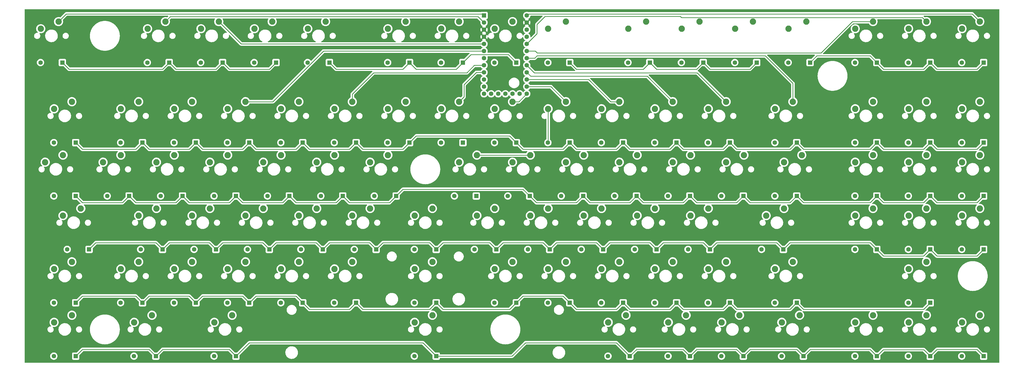
<source format=gbr>
%TF.GenerationSoftware,KiCad,Pcbnew,7.0.6*%
%TF.CreationDate,2023-10-21T08:39:50-04:00*%
%TF.ProjectId,mecmec,6d65636d-6563-42e6-9b69-6361645f7063,rev?*%
%TF.SameCoordinates,Original*%
%TF.FileFunction,Copper,L2,Bot*%
%TF.FilePolarity,Positive*%
%FSLAX46Y46*%
G04 Gerber Fmt 4.6, Leading zero omitted, Abs format (unit mm)*
G04 Created by KiCad (PCBNEW 7.0.6) date 2023-10-21 08:39:50*
%MOMM*%
%LPD*%
G01*
G04 APERTURE LIST*
%TA.AperFunction,ComponentPad*%
%ADD10R,1.600000X1.600000*%
%TD*%
%TA.AperFunction,ComponentPad*%
%ADD11C,1.600000*%
%TD*%
%TA.AperFunction,ComponentPad*%
%ADD12C,2.250000*%
%TD*%
%TA.AperFunction,Conductor*%
%ADD13C,0.250000*%
%TD*%
G04 APERTURE END LIST*
D10*
%TO.P,U1,1,PD3*%
%TO.N,/col0*%
X182880000Y-21300000D03*
D11*
%TO.P,U1,2,PD2*%
%TO.N,/col1*%
X182880000Y-23840000D03*
%TO.P,U1,3,GND*%
%TO.N,GND*%
X182880000Y-26380000D03*
%TO.P,U1,4,GND*%
X182880000Y-28920000D03*
%TO.P,U1,5,PD1*%
%TO.N,/col2*%
X182880000Y-31460000D03*
%TO.P,U1,6,PD0*%
%TO.N,/col3*%
X182880000Y-34000000D03*
%TO.P,U1,7,PD4*%
%TO.N,/col4*%
X182880000Y-36540000D03*
%TO.P,U1,8,PC6*%
%TO.N,/col5*%
X182880000Y-39080000D03*
%TO.P,U1,9,PD7*%
%TO.N,/col6*%
X182880000Y-41620000D03*
%TO.P,U1,10,PE6*%
%TO.N,/row5*%
X182880000Y-44160000D03*
%TO.P,U1,11,PB4*%
%TO.N,unconnected-(U1-Pad11)*%
X182880000Y-46700000D03*
%TO.P,U1,12,PB5*%
%TO.N,unconnected-(U1-Pad12)*%
X182880000Y-49240000D03*
%TO.P,U1,13,PB7*%
%TO.N,/row4*%
X185420000Y-49240000D03*
%TO.P,U1,14,PD5*%
%TO.N,/row3*%
X187960000Y-49240000D03*
%TO.P,U1,15,PC7*%
%TO.N,/row2*%
X190500000Y-49240000D03*
%TO.P,U1,16,PF1*%
%TO.N,/row1*%
X193040000Y-49240000D03*
%TO.P,U1,17,PF0*%
%TO.N,/row0*%
X195580000Y-49240000D03*
%TO.P,U1,18,PB6*%
%TO.N,/col7*%
X198120000Y-49240000D03*
%TO.P,U1,19,PB2*%
%TO.N,/col8*%
X198120000Y-46700000D03*
%TO.P,U1,20,PB3*%
%TO.N,/col9*%
X198120000Y-44160000D03*
%TO.P,U1,21,PB1*%
%TO.N,/col10*%
X198120000Y-41620000D03*
%TO.P,U1,22,PF7*%
%TO.N,/col11*%
X198120000Y-39080000D03*
%TO.P,U1,23,PF6*%
%TO.N,/col12*%
X198120000Y-36540000D03*
%TO.P,U1,24,PF5*%
%TO.N,/col13*%
X198120000Y-34000000D03*
%TO.P,U1,25,PF4*%
%TO.N,/col14*%
X198120000Y-31460000D03*
%TO.P,U1,26,VCC*%
%TO.N,+5V*%
X198120000Y-28920000D03*
%TO.P,U1,27,RST*%
%TO.N,unconnected-(U1-Pad27)*%
X198120000Y-26380000D03*
%TO.P,U1,28,GND*%
%TO.N,GND*%
X198120000Y-23840000D03*
%TO.P,U1,29,PB0*%
%TO.N,/col15*%
X198120000Y-21300000D03*
%TD*%
D12*
%TO.P,K50,1,1*%
%TO.N,Net-(D50-Pad2)*%
X353377500Y-73660000D03*
%TO.P,K50,2,2*%
%TO.N,/col15*%
X359727500Y-71120000D03*
%TD*%
%TO.P,K89,1,1*%
%TO.N,Net-(D89-Pad2)*%
X315277500Y-130810000D03*
%TO.P,K89,2,2*%
%TO.N,/col13*%
X321627500Y-128270000D03*
%TD*%
%TO.P,K81,1,1*%
%TO.N,Net-(D81-Pad2)*%
X29527500Y-130810000D03*
%TO.P,K81,2,2*%
%TO.N,/col0*%
X35877500Y-128270000D03*
%TD*%
D10*
%TO.P,D75,1,K*%
%TO.N,/row4*%
X213450000Y-123825000D03*
D11*
%TO.P,D75,2,A*%
%TO.N,Net-(D75-Pad2)*%
X205650000Y-123825000D03*
%TD*%
D12*
%TO.P,K12,1,1*%
%TO.N,Net-(D12-Pad2)*%
X272415000Y-26035000D03*
%TO.P,K12,2,2*%
%TO.N,/col11*%
X278765000Y-23495000D03*
%TD*%
D10*
%TO.P,D69,1,K*%
%TO.N,/row4*%
X80100000Y-123825000D03*
D11*
%TO.P,D69,2,A*%
%TO.N,Net-(D69-Pad2)*%
X72300000Y-123825000D03*
%TD*%
D10*
%TO.P,D50,1,K*%
%TO.N,/row2*%
X361087500Y-85725000D03*
D11*
%TO.P,D50,2,A*%
%TO.N,Net-(D50-Pad2)*%
X353287500Y-85725000D03*
%TD*%
D10*
%TO.P,D20,1,K*%
%TO.N,/row1*%
X99150000Y-66675000D03*
D11*
%TO.P,D20,2,A*%
%TO.N,Net-(D20-Pad2)*%
X91350000Y-66675000D03*
%TD*%
D12*
%TO.P,K13,1,1*%
%TO.N,Net-(D13-Pad2)*%
X291465000Y-26035000D03*
%TO.P,K13,2,2*%
%TO.N,/col12*%
X297815000Y-23495000D03*
%TD*%
D10*
%TO.P,D59,1,K*%
%TO.N,/row3*%
X206306250Y-104775000D03*
D11*
%TO.P,D59,2,A*%
%TO.N,Net-(D59-Pad2)*%
X198506250Y-104775000D03*
%TD*%
D12*
%TO.P,K39,1,1*%
%TO.N,Net-(D39-Pad2)*%
X123190000Y-73660000D03*
%TO.P,K39,2,2*%
%TO.N,/col5*%
X129540000Y-71120000D03*
%TD*%
%TO.P,K48,1,1*%
%TO.N,Net-(D48-Pad2)*%
X315277500Y-73660000D03*
%TO.P,K48,2,2*%
%TO.N,/col13*%
X321627500Y-71120000D03*
%TD*%
D10*
%TO.P,D9,1,K*%
%TO.N,/row0*%
X213450000Y-38100000D03*
D11*
%TO.P,D9,2,A*%
%TO.N,Net-(D9-Pad2)*%
X205650000Y-38100000D03*
%TD*%
D12*
%TO.P,K90,1,1*%
%TO.N,Net-(D90-Pad2)*%
X334327500Y-130810000D03*
%TO.P,K90,2,2*%
%TO.N,/col14*%
X340677500Y-128270000D03*
%TD*%
D10*
%TO.P,D16,1,K*%
%TO.N,/row0*%
X361087500Y-38100000D03*
D11*
%TO.P,D16,2,A*%
%TO.N,Net-(D16-Pad2)*%
X353287500Y-38100000D03*
%TD*%
D10*
%TO.P,D23,1,K*%
%TO.N,/row1*%
X156300000Y-66675000D03*
D11*
%TO.P,D23,2,A*%
%TO.N,Net-(D23-Pad2)*%
X148500000Y-66675000D03*
%TD*%
D10*
%TO.P,D7,1,K*%
%TO.N,/row0*%
X175350000Y-38100000D03*
D11*
%TO.P,D7,2,A*%
%TO.N,Net-(D7-Pad2)*%
X167550000Y-38100000D03*
%TD*%
D12*
%TO.P,K11,1,1*%
%TO.N,Net-(D11-Pad2)*%
X253365000Y-26035000D03*
%TO.P,K11,2,2*%
%TO.N,/col10*%
X259715000Y-23495000D03*
%TD*%
%TO.P,K85,1,1*%
%TO.N,Net-(D85-Pad2)*%
X227171250Y-130810000D03*
%TO.P,K85,2,2*%
%TO.N,/col9*%
X233521250Y-128270000D03*
%TD*%
D10*
%TO.P,D22,1,K*%
%TO.N,/row1*%
X137250000Y-66675000D03*
D11*
%TO.P,D22,2,A*%
%TO.N,Net-(D22-Pad2)*%
X129450000Y-66675000D03*
%TD*%
D12*
%TO.P,K57,1,1*%
%TO.N,Net-(D57-Pad2)*%
X158115000Y-92710000D03*
%TO.P,K57,2,2*%
%TO.N,/col6*%
X164465000Y-90170000D03*
%TD*%
D10*
%TO.P,D56,1,K*%
%TO.N,/row3*%
X144393750Y-104775000D03*
D11*
%TO.P,D56,2,A*%
%TO.N,Net-(D56-Pad2)*%
X136593750Y-104775000D03*
%TD*%
D12*
%TO.P,K47,1,1*%
%TO.N,Net-(D47-Pad2)*%
X289877500Y-73660000D03*
%TO.P,K47,2,2*%
%TO.N,/col12*%
X296227500Y-71120000D03*
%TD*%
D10*
%TO.P,D24,1,K*%
%TO.N,/row5*%
X175350000Y-66675000D03*
D11*
%TO.P,D24,2,A*%
%TO.N,Net-(D24-Pad2)*%
X167550000Y-66675000D03*
%TD*%
D12*
%TO.P,K35,1,1*%
%TO.N,Net-(D35-Pad2)*%
X46990000Y-73660000D03*
%TO.P,K35,2,2*%
%TO.N,/col1*%
X53340000Y-71120000D03*
%TD*%
D10*
%TO.P,D34,1,K*%
%TO.N,/row2*%
X37237500Y-85725000D03*
D11*
%TO.P,D34,2,A*%
%TO.N,Net-(D34-Pad2)*%
X29437500Y-85725000D03*
%TD*%
D10*
%TO.P,D44,1,K*%
%TO.N,/row2*%
X237262500Y-85725000D03*
D11*
%TO.P,D44,2,A*%
%TO.N,Net-(D44-Pad2)*%
X229462500Y-85725000D03*
%TD*%
D10*
%TO.P,D73,1,K*%
%TO.N,/row4*%
X165825000Y-123825000D03*
D11*
%TO.P,D73,2,A*%
%TO.N,Net-(D73-Pad2)*%
X158025000Y-123825000D03*
%TD*%
D12*
%TO.P,K41,1,1*%
%TO.N,Net-(D41-Pad2)*%
X173990000Y-73660000D03*
%TO.P,K41,2,2*%
%TO.N,/col7*%
X180340000Y-71120000D03*
%TD*%
%TO.P,K28,1,1*%
%TO.N,Net-(D28-Pad2)*%
X243840000Y-54610000D03*
%TO.P,K28,2,2*%
%TO.N,/col10*%
X250190000Y-52070000D03*
%TD*%
D10*
%TO.P,D54,1,K*%
%TO.N,/row3*%
X106293750Y-104775000D03*
D11*
%TO.P,D54,2,A*%
%TO.N,Net-(D54-Pad2)*%
X98493750Y-104775000D03*
%TD*%
D10*
%TO.P,D83,1,K*%
%TO.N,/row5*%
X94387500Y-142875000D03*
D11*
%TO.P,D83,2,A*%
%TO.N,Net-(D83-Pad2)*%
X86587500Y-142875000D03*
%TD*%
D10*
%TO.P,D68,1,K*%
%TO.N,/row4*%
X61050000Y-123825000D03*
D11*
%TO.P,D68,2,A*%
%TO.N,Net-(D68-Pad2)*%
X53250000Y-123825000D03*
%TD*%
D12*
%TO.P,K4,1,1*%
%TO.N,Net-(D4-Pad2)*%
X100965000Y-26035000D03*
%TO.P,K4,2,2*%
%TO.N,/col3*%
X107315000Y-23495000D03*
%TD*%
%TO.P,K77,1,1*%
%TO.N,Net-(D77-Pad2)*%
X243840000Y-111760000D03*
%TO.P,K77,2,2*%
%TO.N,/col10*%
X250190000Y-109220000D03*
%TD*%
D10*
%TO.P,D84,1,K*%
%TO.N,/row5*%
X165825000Y-142875000D03*
D11*
%TO.P,D84,2,A*%
%TO.N,Net-(D84-Pad2)*%
X158025000Y-142875000D03*
%TD*%
D12*
%TO.P,K46,1,1*%
%TO.N,Net-(D46-Pad2)*%
X269240000Y-73660000D03*
%TO.P,K46,2,2*%
%TO.N,/col11*%
X275590000Y-71120000D03*
%TD*%
D10*
%TO.P,D43,1,K*%
%TO.N,/row2*%
X218212500Y-85725000D03*
D11*
%TO.P,D43,2,A*%
%TO.N,Net-(D43-Pad2)*%
X210412500Y-85725000D03*
%TD*%
D12*
%TO.P,K69,1,1*%
%TO.N,Net-(D69-Pad2)*%
X72390000Y-111760000D03*
%TO.P,K69,2,2*%
%TO.N,/col2*%
X78740000Y-109220000D03*
%TD*%
%TO.P,K44,1,1*%
%TO.N,Net-(D44-Pad2)*%
X231140000Y-73660000D03*
%TO.P,K44,2,2*%
%TO.N,/col9*%
X237490000Y-71120000D03*
%TD*%
D10*
%TO.P,D60,1,K*%
%TO.N,/row3*%
X225356250Y-104775000D03*
D11*
%TO.P,D60,2,A*%
%TO.N,Net-(D60-Pad2)*%
X217556250Y-104775000D03*
%TD*%
D10*
%TO.P,D21,1,K*%
%TO.N,/row1*%
X118200000Y-66675000D03*
D11*
%TO.P,D21,2,A*%
%TO.N,Net-(D21-Pad2)*%
X110400000Y-66675000D03*
%TD*%
D12*
%TO.P,K73,1,1*%
%TO.N,Net-(D73-Pad2)*%
X158115000Y-111760000D03*
%TO.P,K73,2,2*%
%TO.N,/col6*%
X164465000Y-109220000D03*
%TD*%
%TO.P,K80,1,1*%
%TO.N,Net-(D80-Pad2)*%
X334327500Y-111760000D03*
%TO.P,K80,2,2*%
%TO.N,/col14*%
X340677500Y-109220000D03*
%TD*%
%TO.P,K67,1,1*%
%TO.N,Net-(D67-Pad2)*%
X29527500Y-111760000D03*
%TO.P,K67,2,2*%
%TO.N,/col0*%
X35877500Y-109220000D03*
%TD*%
%TO.P,K38,1,1*%
%TO.N,Net-(D38-Pad2)*%
X104140000Y-73660000D03*
%TO.P,K38,2,2*%
%TO.N,/col4*%
X110490000Y-71120000D03*
%TD*%
%TO.P,K61,1,1*%
%TO.N,Net-(D61-Pad2)*%
X237490000Y-92710000D03*
%TO.P,K61,2,2*%
%TO.N,/col10*%
X243840000Y-90170000D03*
%TD*%
D10*
%TO.P,D35,1,K*%
%TO.N,/row2*%
X56287500Y-85725000D03*
D11*
%TO.P,D35,2,A*%
%TO.N,Net-(D35-Pad2)*%
X48487500Y-85725000D03*
%TD*%
D12*
%TO.P,K9,1,1*%
%TO.N,Net-(D9-Pad2)*%
X205740000Y-26035000D03*
%TO.P,K9,2,2*%
%TO.N,/col8*%
X212090000Y-23495000D03*
%TD*%
%TO.P,K72,1,1*%
%TO.N,Net-(D72-Pad2)*%
X129540000Y-111760000D03*
%TO.P,K72,2,2*%
%TO.N,/col5*%
X135890000Y-109220000D03*
%TD*%
D10*
%TO.P,D31,1,K*%
%TO.N,/row1*%
X322987500Y-66675000D03*
D11*
%TO.P,D31,2,A*%
%TO.N,Net-(D31-Pad2)*%
X315187500Y-66675000D03*
%TD*%
D10*
%TO.P,D64,1,K*%
%TO.N,/row3*%
X322987500Y-104775000D03*
D11*
%TO.P,D64,2,A*%
%TO.N,Net-(D64-Pad2)*%
X315187500Y-104775000D03*
%TD*%
D12*
%TO.P,K70,1,1*%
%TO.N,Net-(D70-Pad2)*%
X91440000Y-111760000D03*
%TO.P,K70,2,2*%
%TO.N,/col3*%
X97790000Y-109220000D03*
%TD*%
%TO.P,K56,1,1*%
%TO.N,Net-(D56-Pad2)*%
X135890000Y-92710000D03*
%TO.P,K56,2,2*%
%TO.N,/col5*%
X142240000Y-90170000D03*
%TD*%
D10*
%TO.P,D82,1,K*%
%TO.N,/row5*%
X65812500Y-142875000D03*
D11*
%TO.P,D82,2,A*%
%TO.N,Net-(D82-Pad2)*%
X58012500Y-142875000D03*
%TD*%
D12*
%TO.P,K82,1,1*%
%TO.N,Net-(D82-Pad2)*%
X58102500Y-130810000D03*
%TO.P,K82,2,2*%
%TO.N,/col1*%
X64452500Y-128270000D03*
%TD*%
D10*
%TO.P,D29,1,K*%
%TO.N,/row1*%
X270600000Y-66675000D03*
D11*
%TO.P,D29,2,A*%
%TO.N,Net-(D29-Pad2)*%
X262800000Y-66675000D03*
%TD*%
D10*
%TO.P,D66,1,K*%
%TO.N,/row3*%
X361087500Y-104775000D03*
D11*
%TO.P,D66,2,A*%
%TO.N,Net-(D66-Pad2)*%
X353287500Y-104775000D03*
%TD*%
D12*
%TO.P,K19,1,1*%
%TO.N,Net-(D19-Pad2)*%
X72390000Y-54610000D03*
%TO.P,K19,2,2*%
%TO.N,/col2*%
X78740000Y-52070000D03*
%TD*%
%TO.P,K51,1,1*%
%TO.N,Net-(D51-Pad2)*%
X32702500Y-92710000D03*
%TO.P,K51,2,2*%
%TO.N,/col0*%
X39052500Y-90170000D03*
%TD*%
D10*
%TO.P,D30,1,K*%
%TO.N,/row1*%
X294412500Y-66675000D03*
D11*
%TO.P,D30,2,A*%
%TO.N,Net-(D30-Pad2)*%
X286612500Y-66675000D03*
%TD*%
D12*
%TO.P,K16,1,1*%
%TO.N,Net-(D16-Pad2)*%
X353377500Y-26035000D03*
%TO.P,K16,2,2*%
%TO.N,/col15*%
X359727500Y-23495000D03*
%TD*%
D10*
%TO.P,D71,1,K*%
%TO.N,/row4*%
X118200000Y-123825000D03*
D11*
%TO.P,D71,2,A*%
%TO.N,Net-(D71-Pad2)*%
X110400000Y-123825000D03*
%TD*%
D10*
%TO.P,D39,1,K*%
%TO.N,/row2*%
X132487500Y-85725000D03*
D11*
%TO.P,D39,2,A*%
%TO.N,Net-(D39-Pad2)*%
X124687500Y-85725000D03*
%TD*%
D10*
%TO.P,D53,1,K*%
%TO.N,/row3*%
X87243750Y-104775000D03*
D11*
%TO.P,D53,2,A*%
%TO.N,Net-(D53-Pad2)*%
X79443750Y-104775000D03*
%TD*%
D12*
%TO.P,K43,1,1*%
%TO.N,Net-(D43-Pad2)*%
X212090000Y-73660000D03*
%TO.P,K43,2,2*%
%TO.N,/col8*%
X218440000Y-71120000D03*
%TD*%
D10*
%TO.P,D37,1,K*%
%TO.N,/row2*%
X94387500Y-85725000D03*
D11*
%TO.P,D37,2,A*%
%TO.N,Net-(D37-Pad2)*%
X86587500Y-85725000D03*
%TD*%
D12*
%TO.P,K60,1,1*%
%TO.N,Net-(D60-Pad2)*%
X218440000Y-92710000D03*
%TO.P,K60,2,2*%
%TO.N,/col9*%
X224790000Y-90170000D03*
%TD*%
%TO.P,K91,1,1*%
%TO.N,Net-(D91-Pad2)*%
X353377500Y-130810000D03*
%TO.P,K91,2,2*%
%TO.N,/col15*%
X359727500Y-128270000D03*
%TD*%
D10*
%TO.P,D62,1,K*%
%TO.N,/row3*%
X263456250Y-104775000D03*
D11*
%TO.P,D62,2,A*%
%TO.N,Net-(D62-Pad2)*%
X255656250Y-104775000D03*
%TD*%
D12*
%TO.P,K63,1,1*%
%TO.N,Net-(D63-Pad2)*%
X283527500Y-92710000D03*
%TO.P,K63,2,2*%
%TO.N,/col12*%
X289877500Y-90170000D03*
%TD*%
D10*
%TO.P,D90,1,K*%
%TO.N,/row5*%
X342037500Y-142875000D03*
D11*
%TO.P,D90,2,A*%
%TO.N,Net-(D90-Pad2)*%
X334237500Y-142875000D03*
%TD*%
D12*
%TO.P,K64,1,1*%
%TO.N,Net-(D64-Pad2)*%
X315277500Y-92710000D03*
%TO.P,K64,2,2*%
%TO.N,/col13*%
X321627500Y-90170000D03*
%TD*%
%TO.P,K26,1,1*%
%TO.N,Net-(D26-Pad2)*%
X205740000Y-54610000D03*
%TO.P,K26,2,2*%
%TO.N,/col8*%
X212090000Y-52070000D03*
%TD*%
%TO.P,K83,1,1*%
%TO.N,Net-(D83-Pad2)*%
X86677500Y-130810000D03*
%TO.P,K83,2,2*%
%TO.N,/col2*%
X93027500Y-128270000D03*
%TD*%
D10*
%TO.P,D25,1,K*%
%TO.N,/row1*%
X194400000Y-66675000D03*
D11*
%TO.P,D25,2,A*%
%TO.N,Net-(D25-Pad2)*%
X186600000Y-66675000D03*
%TD*%
D12*
%TO.P,K25,1,1*%
%TO.N,Net-(D25-Pad2)*%
X186690000Y-54610000D03*
%TO.P,K25,2,2*%
%TO.N,/col7*%
X193040000Y-52070000D03*
%TD*%
D10*
%TO.P,D42,1,K*%
%TO.N,/row2*%
X199162500Y-85725000D03*
D11*
%TO.P,D42,2,A*%
%TO.N,Net-(D42-Pad2)*%
X191362500Y-85725000D03*
%TD*%
D10*
%TO.P,D55,1,K*%
%TO.N,/row3*%
X125343750Y-104775000D03*
D11*
%TO.P,D55,2,A*%
%TO.N,Net-(D55-Pad2)*%
X117543750Y-104775000D03*
%TD*%
D12*
%TO.P,K78,1,1*%
%TO.N,Net-(D78-Pad2)*%
X262890000Y-111760000D03*
%TO.P,K78,2,2*%
%TO.N,/col11*%
X269240000Y-109220000D03*
%TD*%
%TO.P,K71,1,1*%
%TO.N,Net-(D71-Pad2)*%
X110490000Y-111760000D03*
%TO.P,K71,2,2*%
%TO.N,/col4*%
X116840000Y-109220000D03*
%TD*%
D10*
%TO.P,D88,1,K*%
%TO.N,/row5*%
X296793750Y-142875000D03*
D11*
%TO.P,D88,2,A*%
%TO.N,Net-(D88-Pad2)*%
X288993750Y-142875000D03*
%TD*%
D10*
%TO.P,D49,1,K*%
%TO.N,/row2*%
X342037500Y-85725000D03*
D11*
%TO.P,D49,2,A*%
%TO.N,Net-(D49-Pad2)*%
X334237500Y-85725000D03*
%TD*%
D12*
%TO.P,K62,1,1*%
%TO.N,Net-(D62-Pad2)*%
X256540000Y-92710000D03*
%TO.P,K62,2,2*%
%TO.N,/col11*%
X262890000Y-90170000D03*
%TD*%
D10*
%TO.P,D47,1,K*%
%TO.N,/row2*%
X294412500Y-85725000D03*
D11*
%TO.P,D47,2,A*%
%TO.N,Net-(D47-Pad2)*%
X286612500Y-85725000D03*
%TD*%
D12*
%TO.P,K74,1,1*%
%TO.N,Net-(D74-Pad2)*%
X186690000Y-111760000D03*
%TO.P,K74,2,2*%
%TO.N,/col7*%
X193040000Y-109220000D03*
%TD*%
%TO.P,K37,1,1*%
%TO.N,Net-(D37-Pad2)*%
X85090000Y-73660000D03*
%TO.P,K37,2,2*%
%TO.N,/col3*%
X91440000Y-71120000D03*
%TD*%
D10*
%TO.P,D14,1,K*%
%TO.N,/row0*%
X322987500Y-38100000D03*
D11*
%TO.P,D14,2,A*%
%TO.N,Net-(D14-Pad2)*%
X315187500Y-38100000D03*
%TD*%
D10*
%TO.P,D10,1,K*%
%TO.N,/row0*%
X242025000Y-38100000D03*
D11*
%TO.P,D10,2,A*%
%TO.N,Net-(D10-Pad2)*%
X234225000Y-38100000D03*
%TD*%
D12*
%TO.P,K30,1,1*%
%TO.N,Net-(D30-Pad2)*%
X286702500Y-54610000D03*
%TO.P,K30,2,2*%
%TO.N,/col12*%
X293052500Y-52070000D03*
%TD*%
D10*
%TO.P,D36,1,K*%
%TO.N,/row2*%
X75337500Y-85725000D03*
D11*
%TO.P,D36,2,A*%
%TO.N,Net-(D36-Pad2)*%
X67537500Y-85725000D03*
%TD*%
D12*
%TO.P,K8,1,1*%
%TO.N,Net-(D8-Pad2)*%
X186690000Y-26035000D03*
%TO.P,K8,2,2*%
%TO.N,/col7*%
X193040000Y-23495000D03*
%TD*%
D10*
%TO.P,D46,1,K*%
%TO.N,/row2*%
X275362500Y-85725000D03*
D11*
%TO.P,D46,2,A*%
%TO.N,Net-(D46-Pad2)*%
X267562500Y-85725000D03*
%TD*%
D10*
%TO.P,D67,1,K*%
%TO.N,/row4*%
X37237500Y-123825000D03*
D11*
%TO.P,D67,2,A*%
%TO.N,Net-(D67-Pad2)*%
X29437500Y-123825000D03*
%TD*%
D12*
%TO.P,K42,1,1*%
%TO.N,Net-(D42-Pad2)*%
X193040000Y-73660000D03*
%TO.P,K42,2,2*%
%TO.N,/col7*%
X199390000Y-71120000D03*
%TD*%
D10*
%TO.P,D41,1,K*%
%TO.N,/row5*%
X180112500Y-85725000D03*
D11*
%TO.P,D41,2,A*%
%TO.N,Net-(D41-Pad2)*%
X172312500Y-85725000D03*
%TD*%
D10*
%TO.P,D87,1,K*%
%TO.N,/row5*%
X275362500Y-142875000D03*
D11*
%TO.P,D87,2,A*%
%TO.N,Net-(D87-Pad2)*%
X267562500Y-142875000D03*
%TD*%
D10*
%TO.P,D5,1,K*%
%TO.N,/row0*%
X127725000Y-38100000D03*
D11*
%TO.P,D5,2,A*%
%TO.N,Net-(D5-Pad2)*%
X119925000Y-38100000D03*
%TD*%
D10*
%TO.P,D48,1,K*%
%TO.N,/row2*%
X322987500Y-85725000D03*
D11*
%TO.P,D48,2,A*%
%TO.N,Net-(D48-Pad2)*%
X315187500Y-85725000D03*
%TD*%
D12*
%TO.P,K20,1,1*%
%TO.N,Net-(D20-Pad2)*%
X91440000Y-54610000D03*
%TO.P,K20,2,2*%
%TO.N,/col3*%
X97790000Y-52070000D03*
%TD*%
D10*
%TO.P,D1,1,K*%
%TO.N,/row0*%
X32475000Y-38100000D03*
D11*
%TO.P,D1,2,A*%
%TO.N,Net-(D1-Pad2)*%
X24675000Y-38100000D03*
%TD*%
D10*
%TO.P,D77,1,K*%
%TO.N,/row4*%
X251550000Y-123825000D03*
D11*
%TO.P,D77,2,A*%
%TO.N,Net-(D77-Pad2)*%
X243750000Y-123825000D03*
%TD*%
D12*
%TO.P,K86,1,1*%
%TO.N,Net-(D86-Pad2)*%
X248602500Y-130810000D03*
%TO.P,K86,2,2*%
%TO.N,/col10*%
X254952500Y-128270000D03*
%TD*%
D10*
%TO.P,D18,1,K*%
%TO.N,/row1*%
X61050000Y-66675000D03*
D11*
%TO.P,D18,2,A*%
%TO.N,Net-(D18-Pad2)*%
X53250000Y-66675000D03*
%TD*%
D12*
%TO.P,K87,1,1*%
%TO.N,Net-(D87-Pad2)*%
X267652500Y-130810000D03*
%TO.P,K87,2,2*%
%TO.N,/col11*%
X274002500Y-128270000D03*
%TD*%
%TO.P,K27,1,1*%
%TO.N,Net-(D27-Pad2)*%
X224790000Y-54610000D03*
%TO.P,K27,2,2*%
%TO.N,/col9*%
X231140000Y-52070000D03*
%TD*%
D10*
%TO.P,D12,1,K*%
%TO.N,/row0*%
X280125000Y-38100000D03*
D11*
%TO.P,D12,2,A*%
%TO.N,Net-(D12-Pad2)*%
X272325000Y-38100000D03*
%TD*%
D10*
%TO.P,D4,1,K*%
%TO.N,/row0*%
X108675000Y-38100000D03*
D11*
%TO.P,D4,2,A*%
%TO.N,Net-(D4-Pad2)*%
X100875000Y-38100000D03*
%TD*%
D12*
%TO.P,K49,1,1*%
%TO.N,Net-(D49-Pad2)*%
X334327500Y-73660000D03*
%TO.P,K49,2,2*%
%TO.N,/col14*%
X340677500Y-71120000D03*
%TD*%
D10*
%TO.P,D58,1,K*%
%TO.N,/row3*%
X187256250Y-104775000D03*
D11*
%TO.P,D58,2,A*%
%TO.N,Net-(D58-Pad2)*%
X179456250Y-104775000D03*
%TD*%
D12*
%TO.P,K15,1,1*%
%TO.N,Net-(D15-Pad2)*%
X334327500Y-26035000D03*
%TO.P,K15,2,2*%
%TO.N,/col14*%
X340677500Y-23495000D03*
%TD*%
%TO.P,K21,1,1*%
%TO.N,Net-(D21-Pad2)*%
X110490000Y-54610000D03*
%TO.P,K21,2,2*%
%TO.N,/col4*%
X116840000Y-52070000D03*
%TD*%
%TO.P,K53,1,1*%
%TO.N,Net-(D53-Pad2)*%
X78740000Y-92710000D03*
%TO.P,K53,2,2*%
%TO.N,/col2*%
X85090000Y-90170000D03*
%TD*%
%TO.P,K36,1,1*%
%TO.N,Net-(D36-Pad2)*%
X66040000Y-73660000D03*
%TO.P,K36,2,2*%
%TO.N,/col2*%
X72390000Y-71120000D03*
%TD*%
%TO.P,K17,1,1*%
%TO.N,Net-(D17-Pad2)*%
X29527500Y-54610000D03*
%TO.P,K17,2,2*%
%TO.N,/col0*%
X35877500Y-52070000D03*
%TD*%
%TO.P,K66,1,1*%
%TO.N,Net-(D66-Pad2)*%
X353377500Y-92710000D03*
%TO.P,K66,2,2*%
%TO.N,/col15*%
X359727500Y-90170000D03*
%TD*%
D10*
%TO.P,D91,1,K*%
%TO.N,/row5*%
X361087500Y-142875000D03*
D11*
%TO.P,D91,2,A*%
%TO.N,Net-(D91-Pad2)*%
X353287500Y-142875000D03*
%TD*%
D12*
%TO.P,K45,1,1*%
%TO.N,Net-(D45-Pad2)*%
X250190000Y-73660000D03*
%TO.P,K45,2,2*%
%TO.N,/col10*%
X256540000Y-71120000D03*
%TD*%
D10*
%TO.P,D33,1,K*%
%TO.N,/row1*%
X361087500Y-66675000D03*
D11*
%TO.P,D33,2,A*%
%TO.N,Net-(D33-Pad2)*%
X353287500Y-66675000D03*
%TD*%
D12*
%TO.P,K33,1,1*%
%TO.N,Net-(D33-Pad2)*%
X353377500Y-54610000D03*
%TO.P,K33,2,2*%
%TO.N,/col15*%
X359727500Y-52070000D03*
%TD*%
D10*
%TO.P,D76,1,K*%
%TO.N,/row4*%
X232500000Y-123825000D03*
D11*
%TO.P,D76,2,A*%
%TO.N,Net-(D76-Pad2)*%
X224700000Y-123825000D03*
%TD*%
D12*
%TO.P,K14,1,1*%
%TO.N,Net-(D14-Pad2)*%
X315277500Y-26035000D03*
%TO.P,K14,2,2*%
%TO.N,/col13*%
X321627500Y-23495000D03*
%TD*%
%TO.P,K3,1,1*%
%TO.N,Net-(D3-Pad2)*%
X81915000Y-26035000D03*
%TO.P,K3,2,2*%
%TO.N,/col2*%
X88265000Y-23495000D03*
%TD*%
D10*
%TO.P,D26,1,K*%
%TO.N,/row1*%
X213450000Y-66675000D03*
D11*
%TO.P,D26,2,A*%
%TO.N,Net-(D26-Pad2)*%
X205650000Y-66675000D03*
%TD*%
D10*
%TO.P,D19,1,K*%
%TO.N,/row1*%
X80100000Y-66675000D03*
D11*
%TO.P,D19,2,A*%
%TO.N,Net-(D19-Pad2)*%
X72300000Y-66675000D03*
%TD*%
D10*
%TO.P,D52,1,K*%
%TO.N,/row3*%
X68193750Y-104775000D03*
D11*
%TO.P,D52,2,A*%
%TO.N,Net-(D52-Pad2)*%
X60393750Y-104775000D03*
%TD*%
D10*
%TO.P,D38,1,K*%
%TO.N,/row2*%
X113437500Y-85725000D03*
D11*
%TO.P,D38,2,A*%
%TO.N,Net-(D38-Pad2)*%
X105637500Y-85725000D03*
%TD*%
D10*
%TO.P,D85,1,K*%
%TO.N,/row5*%
X234881250Y-142875000D03*
D11*
%TO.P,D85,2,A*%
%TO.N,Net-(D85-Pad2)*%
X227081250Y-142875000D03*
%TD*%
D10*
%TO.P,D15,1,K*%
%TO.N,/row0*%
X342037500Y-38100000D03*
D11*
%TO.P,D15,2,A*%
%TO.N,Net-(D15-Pad2)*%
X334237500Y-38100000D03*
%TD*%
D12*
%TO.P,K31,1,1*%
%TO.N,Net-(D31-Pad2)*%
X315277500Y-54610000D03*
%TO.P,K31,2,2*%
%TO.N,/col13*%
X321627500Y-52070000D03*
%TD*%
%TO.P,K29,1,1*%
%TO.N,Net-(D29-Pad2)*%
X262890000Y-54610000D03*
%TO.P,K29,2,2*%
%TO.N,/col11*%
X269240000Y-52070000D03*
%TD*%
D10*
%TO.P,D45,1,K*%
%TO.N,/row2*%
X256312500Y-85725000D03*
D11*
%TO.P,D45,2,A*%
%TO.N,Net-(D45-Pad2)*%
X248512500Y-85725000D03*
%TD*%
D12*
%TO.P,K88,1,1*%
%TO.N,Net-(D88-Pad2)*%
X289083750Y-130810000D03*
%TO.P,K88,2,2*%
%TO.N,/col12*%
X295433750Y-128270000D03*
%TD*%
%TO.P,K75,1,1*%
%TO.N,Net-(D75-Pad2)*%
X205740000Y-111760000D03*
%TO.P,K75,2,2*%
%TO.N,/col8*%
X212090000Y-109220000D03*
%TD*%
D10*
%TO.P,D70,1,K*%
%TO.N,/row4*%
X99150000Y-123825000D03*
D11*
%TO.P,D70,2,A*%
%TO.N,Net-(D70-Pad2)*%
X91350000Y-123825000D03*
%TD*%
D10*
%TO.P,D17,1,K*%
%TO.N,/row1*%
X37237500Y-66675000D03*
D11*
%TO.P,D17,2,A*%
%TO.N,Net-(D17-Pad2)*%
X29437500Y-66675000D03*
%TD*%
D12*
%TO.P,K22,1,1*%
%TO.N,Net-(D22-Pad2)*%
X129540000Y-54610000D03*
%TO.P,K22,2,2*%
%TO.N,/col5*%
X135890000Y-52070000D03*
%TD*%
D10*
%TO.P,D81,1,K*%
%TO.N,/row5*%
X37237500Y-142875000D03*
D11*
%TO.P,D81,2,A*%
%TO.N,Net-(D81-Pad2)*%
X29437500Y-142875000D03*
%TD*%
D10*
%TO.P,D28,1,K*%
%TO.N,/row1*%
X251550000Y-66675000D03*
D11*
%TO.P,D28,2,A*%
%TO.N,Net-(D28-Pad2)*%
X243750000Y-66675000D03*
%TD*%
D10*
%TO.P,D89,1,K*%
%TO.N,/row5*%
X322987500Y-142875000D03*
D11*
%TO.P,D89,2,A*%
%TO.N,Net-(D89-Pad2)*%
X315187500Y-142875000D03*
%TD*%
D12*
%TO.P,K34,1,1*%
%TO.N,Net-(D34-Pad2)*%
X26352500Y-73660000D03*
%TO.P,K34,2,2*%
%TO.N,/col0*%
X32702500Y-71120000D03*
%TD*%
%TO.P,K32,1,1*%
%TO.N,Net-(D32-Pad2)*%
X334327500Y-54610000D03*
%TO.P,K32,2,2*%
%TO.N,/col14*%
X340677500Y-52070000D03*
%TD*%
%TO.P,K52,1,1*%
%TO.N,Net-(D52-Pad2)*%
X59690000Y-92710000D03*
%TO.P,K52,2,2*%
%TO.N,/col1*%
X66040000Y-90170000D03*
%TD*%
D10*
%TO.P,D57,1,K*%
%TO.N,/row3*%
X165825000Y-104775000D03*
D11*
%TO.P,D57,2,A*%
%TO.N,Net-(D57-Pad2)*%
X158025000Y-104775000D03*
%TD*%
D10*
%TO.P,D2,1,K*%
%TO.N,/row0*%
X70575000Y-38100000D03*
D11*
%TO.P,D2,2,A*%
%TO.N,Net-(D2-Pad2)*%
X62775000Y-38100000D03*
%TD*%
D12*
%TO.P,K58,1,1*%
%TO.N,Net-(D58-Pad2)*%
X180340000Y-92710000D03*
%TO.P,K58,2,2*%
%TO.N,/col7*%
X186690000Y-90170000D03*
%TD*%
D10*
%TO.P,D86,1,K*%
%TO.N,/row5*%
X256312500Y-142875000D03*
D11*
%TO.P,D86,2,A*%
%TO.N,Net-(D86-Pad2)*%
X248512500Y-142875000D03*
%TD*%
D10*
%TO.P,D6,1,K*%
%TO.N,/row0*%
X156300000Y-38100000D03*
D11*
%TO.P,D6,2,A*%
%TO.N,Net-(D6-Pad2)*%
X148500000Y-38100000D03*
%TD*%
D12*
%TO.P,K84,1,1*%
%TO.N,Net-(D84-Pad2)*%
X158115000Y-130810000D03*
%TO.P,K84,2,2*%
%TO.N,/col5*%
X164465000Y-128270000D03*
%TD*%
D10*
%TO.P,D74,1,K*%
%TO.N,/row4*%
X194400000Y-123825000D03*
D11*
%TO.P,D74,2,A*%
%TO.N,Net-(D74-Pad2)*%
X186600000Y-123825000D03*
%TD*%
D12*
%TO.P,K68,1,1*%
%TO.N,Net-(D68-Pad2)*%
X53340000Y-111760000D03*
%TO.P,K68,2,2*%
%TO.N,/col1*%
X59690000Y-109220000D03*
%TD*%
D10*
%TO.P,D13,1,K*%
%TO.N,/row0*%
X299175000Y-38100000D03*
D11*
%TO.P,D13,2,A*%
%TO.N,Net-(D13-Pad2)*%
X291375000Y-38100000D03*
%TD*%
D10*
%TO.P,D51,1,K*%
%TO.N,/row3*%
X42000000Y-104775000D03*
D11*
%TO.P,D51,2,A*%
%TO.N,Net-(D51-Pad2)*%
X34200000Y-104775000D03*
%TD*%
D12*
%TO.P,K7,1,1*%
%TO.N,Net-(D7-Pad2)*%
X167640000Y-26035000D03*
%TO.P,K7,2,2*%
%TO.N,/col6*%
X173990000Y-23495000D03*
%TD*%
D10*
%TO.P,D63,1,K*%
%TO.N,/row3*%
X289650000Y-104775000D03*
D11*
%TO.P,D63,2,A*%
%TO.N,Net-(D63-Pad2)*%
X281850000Y-104775000D03*
%TD*%
D12*
%TO.P,K59,1,1*%
%TO.N,Net-(D59-Pad2)*%
X199390000Y-92710000D03*
%TO.P,K59,2,2*%
%TO.N,/col8*%
X205740000Y-90170000D03*
%TD*%
D10*
%TO.P,D27,1,K*%
%TO.N,/row1*%
X232500000Y-66675000D03*
D11*
%TO.P,D27,2,A*%
%TO.N,Net-(D27-Pad2)*%
X224700000Y-66675000D03*
%TD*%
D12*
%TO.P,K24,1,1*%
%TO.N,Net-(D24-Pad2)*%
X167640000Y-54610000D03*
%TO.P,K24,2,2*%
%TO.N,/col6*%
X173990000Y-52070000D03*
%TD*%
%TO.P,K10,1,1*%
%TO.N,Net-(D10-Pad2)*%
X234315000Y-26035000D03*
%TO.P,K10,2,2*%
%TO.N,/col9*%
X240665000Y-23495000D03*
%TD*%
D10*
%TO.P,D3,1,K*%
%TO.N,/row0*%
X89625000Y-38100000D03*
D11*
%TO.P,D3,2,A*%
%TO.N,Net-(D3-Pad2)*%
X81825000Y-38100000D03*
%TD*%
D10*
%TO.P,D32,1,K*%
%TO.N,/row1*%
X342037500Y-66675000D03*
D11*
%TO.P,D32,2,A*%
%TO.N,Net-(D32-Pad2)*%
X334237500Y-66675000D03*
%TD*%
D10*
%TO.P,D72,1,K*%
%TO.N,/row4*%
X137250000Y-123825000D03*
D11*
%TO.P,D72,2,A*%
%TO.N,Net-(D72-Pad2)*%
X129450000Y-123825000D03*
%TD*%
D12*
%TO.P,K65,1,1*%
%TO.N,Net-(D65-Pad2)*%
X334327500Y-92710000D03*
%TO.P,K65,2,2*%
%TO.N,/col14*%
X340677500Y-90170000D03*
%TD*%
D10*
%TO.P,D78,1,K*%
%TO.N,/row4*%
X270600000Y-123825000D03*
D11*
%TO.P,D78,2,A*%
%TO.N,Net-(D78-Pad2)*%
X262800000Y-123825000D03*
%TD*%
D12*
%TO.P,K5,1,1*%
%TO.N,Net-(D5-Pad2)*%
X120015000Y-26035000D03*
%TO.P,K5,2,2*%
%TO.N,/col4*%
X126365000Y-23495000D03*
%TD*%
D10*
%TO.P,D61,1,K*%
%TO.N,/row3*%
X244406250Y-104775000D03*
D11*
%TO.P,D61,2,A*%
%TO.N,Net-(D61-Pad2)*%
X236606250Y-104775000D03*
%TD*%
D12*
%TO.P,K18,1,1*%
%TO.N,Net-(D18-Pad2)*%
X53340000Y-54610000D03*
%TO.P,K18,2,2*%
%TO.N,/col1*%
X59690000Y-52070000D03*
%TD*%
%TO.P,K2,1,1*%
%TO.N,Net-(D2-Pad2)*%
X62865000Y-26035000D03*
%TO.P,K2,2,2*%
%TO.N,/col1*%
X69215000Y-23495000D03*
%TD*%
D10*
%TO.P,D65,1,K*%
%TO.N,/row3*%
X342037500Y-104775000D03*
D11*
%TO.P,D65,2,A*%
%TO.N,Net-(D65-Pad2)*%
X334237500Y-104775000D03*
%TD*%
D12*
%TO.P,K76,1,1*%
%TO.N,Net-(D76-Pad2)*%
X224790000Y-111760000D03*
%TO.P,K76,2,2*%
%TO.N,/col9*%
X231140000Y-109220000D03*
%TD*%
D10*
%TO.P,D79,1,K*%
%TO.N,/row4*%
X294412500Y-123825000D03*
D11*
%TO.P,D79,2,A*%
%TO.N,Net-(D79-Pad2)*%
X286612500Y-123825000D03*
%TD*%
D12*
%TO.P,K55,1,1*%
%TO.N,Net-(D55-Pad2)*%
X116840000Y-92710000D03*
%TO.P,K55,2,2*%
%TO.N,/col4*%
X123190000Y-90170000D03*
%TD*%
D10*
%TO.P,D11,1,K*%
%TO.N,/row0*%
X261075000Y-38100000D03*
D11*
%TO.P,D11,2,A*%
%TO.N,Net-(D11-Pad2)*%
X253275000Y-38100000D03*
%TD*%
D12*
%TO.P,K40,1,1*%
%TO.N,Net-(D40-Pad2)*%
X142240000Y-73660000D03*
%TO.P,K40,2,2*%
%TO.N,/col6*%
X148590000Y-71120000D03*
%TD*%
D10*
%TO.P,D80,1,K*%
%TO.N,/row4*%
X342037500Y-123825000D03*
D11*
%TO.P,D80,2,A*%
%TO.N,Net-(D80-Pad2)*%
X334237500Y-123825000D03*
%TD*%
D10*
%TO.P,D40,1,K*%
%TO.N,/row2*%
X151537500Y-85725000D03*
D11*
%TO.P,D40,2,A*%
%TO.N,Net-(D40-Pad2)*%
X143737500Y-85725000D03*
%TD*%
D12*
%TO.P,K23,1,1*%
%TO.N,Net-(D23-Pad2)*%
X148590000Y-54610000D03*
%TO.P,K23,2,2*%
%TO.N,/col6*%
X154940000Y-52070000D03*
%TD*%
%TO.P,K6,1,1*%
%TO.N,Net-(D6-Pad2)*%
X148590000Y-26035000D03*
%TO.P,K6,2,2*%
%TO.N,/col5*%
X154940000Y-23495000D03*
%TD*%
%TO.P,K79,1,1*%
%TO.N,Net-(D79-Pad2)*%
X286702500Y-111760000D03*
%TO.P,K79,2,2*%
%TO.N,/col12*%
X293052500Y-109220000D03*
%TD*%
%TO.P,K54,1,1*%
%TO.N,Net-(D54-Pad2)*%
X97790000Y-92710000D03*
%TO.P,K54,2,2*%
%TO.N,/col3*%
X104140000Y-90170000D03*
%TD*%
%TO.P,K1,1,1*%
%TO.N,Net-(D1-Pad2)*%
X24765000Y-26035000D03*
%TO.P,K1,2,2*%
%TO.N,/col0*%
X31115000Y-23495000D03*
%TD*%
D10*
%TO.P,D8,1,K*%
%TO.N,/row0*%
X194400000Y-38100000D03*
D11*
%TO.P,D8,2,A*%
%TO.N,Net-(D8-Pad2)*%
X186600000Y-38100000D03*
%TD*%
D13*
%TO.N,/col12*%
X200960000Y-36540000D02*
X201781250Y-35718750D01*
X198120000Y-36540000D02*
X200960000Y-36540000D01*
X201781250Y-35718750D02*
X283234375Y-35718750D01*
X283234375Y-35718750D02*
X293032500Y-45516875D01*
X293032500Y-45516875D02*
X293032500Y-52360000D01*
%TO.N,/col5*%
X179420000Y-39080000D02*
X182880000Y-39080000D01*
X143500000Y-41750000D02*
X176750000Y-41750000D01*
X135890000Y-52070000D02*
X135890000Y-49360000D01*
X176750000Y-41750000D02*
X179420000Y-39080000D01*
X135890000Y-49360000D02*
X143500000Y-41750000D01*
%TO.N,/col9*%
X220160000Y-44160000D02*
X198120000Y-44160000D01*
X231140000Y-52070000D02*
X228070000Y-52070000D01*
X228070000Y-52070000D02*
X220160000Y-44160000D01*
%TO.N,/col11*%
X258920000Y-41750000D02*
X200790000Y-41750000D01*
X200790000Y-41750000D02*
X198120000Y-39080000D01*
X269240000Y-52070000D02*
X258920000Y-41750000D01*
%TO.N,/col6*%
X182880000Y-41620000D02*
X180130000Y-41620000D01*
X180130000Y-41620000D02*
X175750000Y-46000000D01*
X175750000Y-50310000D02*
X173990000Y-52070000D01*
X175750000Y-46000000D02*
X175750000Y-50310000D01*
%TO.N,/col14*%
X201750000Y-24500000D02*
X204650000Y-21600000D01*
X339227500Y-22045000D02*
X340677500Y-23495000D01*
X253345000Y-22045000D02*
X339227500Y-22045000D01*
X252900000Y-21600000D02*
X253345000Y-22045000D01*
X201750000Y-27830000D02*
X201750000Y-24500000D01*
X198120000Y-31460000D02*
X201750000Y-27830000D01*
X204650000Y-21600000D02*
X252900000Y-21600000D01*
%TO.N,/col13*%
X303100000Y-34650000D02*
X314255000Y-23495000D01*
X201800000Y-34650000D02*
X303100000Y-34650000D01*
X314255000Y-23495000D02*
X321627500Y-23495000D01*
X198120000Y-34000000D02*
X201150000Y-34000000D01*
X201150000Y-34000000D02*
X201800000Y-34650000D01*
%TO.N,/col7*%
X195290000Y-52070000D02*
X198120000Y-49240000D01*
X180340000Y-71120000D02*
X199390000Y-71120000D01*
X193040000Y-52070000D02*
X195290000Y-52070000D01*
%TO.N,/col2*%
X96230000Y-31460000D02*
X182880000Y-31460000D01*
X88265000Y-23495000D02*
X96230000Y-31460000D01*
%TO.N,/col10*%
X241120000Y-43000000D02*
X250190000Y-52070000D01*
X199500000Y-43000000D02*
X241120000Y-43000000D01*
X198120000Y-41620000D02*
X199500000Y-43000000D01*
%TO.N,/col15*%
X198670000Y-20750000D02*
X198120000Y-21300000D01*
X356982500Y-20750000D02*
X198670000Y-20750000D01*
X359727500Y-23495000D02*
X356982500Y-20750000D01*
%TO.N,/row1*%
X232500000Y-66675000D02*
X234881250Y-69056250D01*
X196781250Y-69056250D02*
X211068750Y-69056250D01*
X77718750Y-69056250D02*
X80100000Y-66675000D01*
X342037500Y-66675000D02*
X344418750Y-69056250D01*
X156300000Y-66675000D02*
X158681250Y-64293750D01*
X344418750Y-69056250D02*
X358706250Y-69056250D01*
X115818750Y-69056250D02*
X118200000Y-66675000D01*
X211068750Y-69056250D02*
X213450000Y-66675000D01*
X63431250Y-69056250D02*
X77718750Y-69056250D01*
X249168750Y-69056250D02*
X251550000Y-66675000D01*
X99150000Y-66675000D02*
X101531250Y-69056250D01*
X253931250Y-69056250D02*
X268218750Y-69056250D01*
X137250000Y-66675000D02*
X139631250Y-69056250D01*
X134868750Y-69056250D02*
X137250000Y-66675000D01*
X58668750Y-69056250D02*
X61050000Y-66675000D01*
X292031250Y-69056250D02*
X294412500Y-66675000D01*
X294412500Y-66675000D02*
X296793750Y-69056250D01*
X39618750Y-69056250D02*
X58668750Y-69056250D01*
X37237500Y-66675000D02*
X39618750Y-69056250D01*
X230118750Y-69056250D02*
X232500000Y-66675000D01*
X96768750Y-69056250D02*
X99150000Y-66675000D01*
X61050000Y-66675000D02*
X63431250Y-69056250D01*
X268218750Y-69056250D02*
X270600000Y-66675000D01*
X270600000Y-66675000D02*
X272981250Y-69056250D01*
X118200000Y-66675000D02*
X120581250Y-69056250D01*
X325368750Y-69056250D02*
X339656250Y-69056250D01*
X320606250Y-69056250D02*
X322987500Y-66675000D01*
X192018750Y-64293750D02*
X194400000Y-66675000D01*
X194400000Y-66675000D02*
X196781250Y-69056250D01*
X139631250Y-69056250D02*
X153918750Y-69056250D01*
X82481250Y-69056250D02*
X96768750Y-69056250D01*
X358706250Y-69056250D02*
X361087500Y-66675000D01*
X80100000Y-66675000D02*
X82481250Y-69056250D01*
X339656250Y-69056250D02*
X342037500Y-66675000D01*
X234881250Y-69056250D02*
X249168750Y-69056250D01*
X215831250Y-69056250D02*
X230118750Y-69056250D01*
X120581250Y-69056250D02*
X134868750Y-69056250D01*
X153918750Y-69056250D02*
X156300000Y-66675000D01*
X322987500Y-66675000D02*
X325368750Y-69056250D01*
X101531250Y-69056250D02*
X115818750Y-69056250D01*
X296793750Y-69056250D02*
X320606250Y-69056250D01*
X272981250Y-69056250D02*
X292031250Y-69056250D01*
X158681250Y-64293750D02*
X192018750Y-64293750D01*
X213450000Y-66675000D02*
X215831250Y-69056250D01*
X251550000Y-66675000D02*
X253931250Y-69056250D01*
%TO.N,/row0*%
X339656250Y-40481250D02*
X342037500Y-38100000D01*
X258693750Y-40481250D02*
X261075000Y-38100000D01*
X178200000Y-35250000D02*
X191550000Y-35250000D01*
X325368750Y-40481250D02*
X339656250Y-40481250D01*
X239643750Y-40481250D02*
X215831250Y-40481250D01*
X34856250Y-40481250D02*
X68193750Y-40481250D01*
X322987500Y-38100000D02*
X325368750Y-40481250D01*
X244406250Y-40481250D02*
X258693750Y-40481250D01*
X342037500Y-38100000D02*
X344418750Y-40481250D01*
X299175000Y-38100000D02*
X301556250Y-35718750D01*
X156300000Y-38100000D02*
X158681250Y-40481250D01*
X87243750Y-40481250D02*
X89625000Y-38100000D01*
X242025000Y-38100000D02*
X244406250Y-40481250D01*
X301556250Y-35718750D02*
X320606250Y-35718750D01*
X320606250Y-35718750D02*
X322987500Y-38100000D01*
X242025000Y-38100000D02*
X239643750Y-40481250D01*
X158681250Y-40481250D02*
X172968750Y-40481250D01*
X106293750Y-40481250D02*
X108675000Y-38100000D01*
X68193750Y-40481250D02*
X70575000Y-38100000D01*
X263456250Y-40481250D02*
X277743750Y-40481250D01*
X175350000Y-38100000D02*
X178200000Y-35250000D01*
X32475000Y-38100000D02*
X34856250Y-40481250D01*
X127725000Y-38100000D02*
X130106250Y-40481250D01*
X261075000Y-38100000D02*
X263456250Y-40481250D01*
X72956250Y-40481250D02*
X87243750Y-40481250D01*
X358706250Y-40481250D02*
X361087500Y-38100000D01*
X153918750Y-40481250D02*
X156300000Y-38100000D01*
X191550000Y-35250000D02*
X194400000Y-38100000D01*
X344418750Y-40481250D02*
X358706250Y-40481250D01*
X172968750Y-40481250D02*
X175350000Y-38100000D01*
X277743750Y-40481250D02*
X280125000Y-38100000D01*
X92006250Y-40481250D02*
X106293750Y-40481250D01*
X89625000Y-38100000D02*
X92006250Y-40481250D01*
X130106250Y-40481250D02*
X153918750Y-40481250D01*
X70575000Y-38100000D02*
X72956250Y-40481250D01*
X215831250Y-40481250D02*
X213450000Y-38100000D01*
%TO.N,/col8*%
X198120000Y-46700000D02*
X206720000Y-46700000D01*
X206720000Y-46700000D02*
X212090000Y-52070000D01*
%TO.N,/col0*%
X182330000Y-20750000D02*
X33860000Y-20750000D01*
X182880000Y-21300000D02*
X182330000Y-20750000D01*
X33860000Y-20750000D02*
X31115000Y-23495000D01*
%TO.N,/col3*%
X97790000Y-52070000D02*
X107545991Y-52070000D01*
X125615991Y-34000000D02*
X182880000Y-34000000D01*
X107545991Y-52070000D02*
X125615991Y-34000000D01*
%TO.N,/col1*%
X180750000Y-21750000D02*
X182840000Y-23840000D01*
X182840000Y-23840000D02*
X182880000Y-23840000D01*
X70960000Y-21750000D02*
X180750000Y-21750000D01*
X69215000Y-23495000D02*
X70960000Y-21750000D01*
%TO.N,/row5*%
X256312500Y-142875000D02*
X258693750Y-140493750D01*
X275362500Y-142875000D02*
X277743750Y-140493750D01*
X37237500Y-142875000D02*
X39618750Y-140493750D01*
X68193750Y-140493750D02*
X92006250Y-140493750D01*
X358706250Y-140493750D02*
X361087500Y-142875000D01*
X339728491Y-140565991D02*
X342037500Y-142875000D01*
X320593750Y-140493750D02*
X299175000Y-140493750D01*
X322987500Y-142875000D02*
X325296509Y-140565991D01*
X92006250Y-140493750D02*
X94387500Y-142875000D01*
X161062500Y-138112500D02*
X165825000Y-142875000D01*
X197643750Y-138112500D02*
X192881250Y-142875000D01*
X39618750Y-140493750D02*
X63431250Y-140493750D01*
X234881250Y-142875000D02*
X237262500Y-140493750D01*
X63431250Y-140493750D02*
X65812500Y-142875000D01*
X342037500Y-142875000D02*
X344418750Y-140493750D01*
X277743750Y-140493750D02*
X294412500Y-140493750D01*
X272981250Y-140493750D02*
X275362500Y-142875000D01*
X230118750Y-138112500D02*
X197643750Y-138112500D01*
X94387500Y-142875000D02*
X99150000Y-138112500D01*
X294412500Y-140493750D02*
X296793750Y-142875000D01*
X165825000Y-142875000D02*
X192881250Y-142875000D01*
X234881250Y-142875000D02*
X230118750Y-138112500D01*
X237262500Y-140493750D02*
X253918750Y-140493750D01*
X99150000Y-138112500D02*
X161062500Y-138112500D01*
X258693750Y-140493750D02*
X272981250Y-140493750D01*
X299175000Y-140493750D02*
X296793750Y-142875000D01*
X322975000Y-142875000D02*
X320593750Y-140493750D01*
X65812500Y-142875000D02*
X68193750Y-140493750D01*
X322987500Y-142875000D02*
X322975000Y-142875000D01*
X256300000Y-142875000D02*
X256312500Y-142875000D01*
X325296509Y-140565991D02*
X339728491Y-140565991D01*
X344418750Y-140493750D02*
X358706250Y-140493750D01*
X253918750Y-140493750D02*
X256300000Y-142875000D01*
%TO.N,/row4*%
X294400000Y-123825000D02*
X294412500Y-123825000D01*
X268218750Y-126206250D02*
X270600000Y-123825000D01*
X115818750Y-121443750D02*
X101556250Y-121443750D01*
X96768750Y-121443750D02*
X99150000Y-123825000D01*
X163443750Y-126206250D02*
X165825000Y-123825000D01*
X215831250Y-126206250D02*
X230118750Y-126206250D01*
X80100000Y-123825000D02*
X82481250Y-121443750D01*
X211068750Y-121443750D02*
X213450000Y-123825000D01*
X294412500Y-123825000D02*
X296793750Y-126206250D01*
X61050000Y-123825000D02*
X63431250Y-121443750D01*
X339656250Y-126206250D02*
X342037500Y-123825000D01*
X251550000Y-123825000D02*
X253931250Y-126206250D01*
X230118750Y-126206250D02*
X232500000Y-123825000D01*
X63431250Y-121443750D02*
X77718750Y-121443750D01*
X292018750Y-126206250D02*
X294400000Y-123825000D01*
X192018750Y-126206250D02*
X194400000Y-123825000D01*
X37237500Y-123825000D02*
X39618750Y-121443750D01*
X101556250Y-121443750D02*
X99175000Y-123825000D01*
X120581250Y-126206250D02*
X134868750Y-126206250D01*
X194400000Y-123825000D02*
X196781250Y-121443750D01*
X99175000Y-123825000D02*
X99150000Y-123825000D01*
X139631250Y-126206250D02*
X163443750Y-126206250D01*
X249168750Y-126206250D02*
X251550000Y-123825000D01*
X270600000Y-123825000D02*
X272981250Y-126206250D01*
X77718750Y-121443750D02*
X80100000Y-123825000D01*
X118200000Y-123825000D02*
X120581250Y-126206250D01*
X82481250Y-121443750D02*
X96768750Y-121443750D01*
X196781250Y-121443750D02*
X211068750Y-121443750D01*
X213450000Y-123825000D02*
X215831250Y-126206250D01*
X58668750Y-121443750D02*
X61050000Y-123825000D01*
X253931250Y-126206250D02*
X268218750Y-126206250D01*
X296793750Y-126206250D02*
X339656250Y-126206250D01*
X168206250Y-126206250D02*
X192018750Y-126206250D01*
X165825000Y-123825000D02*
X168206250Y-126206250D01*
X137250000Y-123825000D02*
X139631250Y-126206250D01*
X232500000Y-123825000D02*
X234881250Y-126206250D01*
X234881250Y-126206250D02*
X249168750Y-126206250D01*
X39618750Y-121443750D02*
X58668750Y-121443750D01*
X134868750Y-126206250D02*
X137250000Y-123825000D01*
X272981250Y-126206250D02*
X292018750Y-126206250D01*
X118200000Y-123825000D02*
X115818750Y-121443750D01*
%TO.N,/row3*%
X168206250Y-102393750D02*
X184875000Y-102393750D01*
X125343750Y-104775000D02*
X127725000Y-102393750D01*
X42000000Y-104775000D02*
X44381250Y-102393750D01*
X325368750Y-107156250D02*
X339656250Y-107156250D01*
X208687500Y-102393750D02*
X222975000Y-102393750D01*
X89625000Y-102393750D02*
X103912500Y-102393750D01*
X342037500Y-104775000D02*
X344418750Y-107156250D01*
X65812500Y-102393750D02*
X68193750Y-104775000D01*
X339656250Y-107156250D02*
X342037500Y-104775000D01*
X184875000Y-102393750D02*
X187256250Y-104775000D01*
X263456250Y-104775000D02*
X265837500Y-102393750D01*
X344418750Y-107156250D02*
X358706250Y-107156250D01*
X292031250Y-102393750D02*
X320606250Y-102393750D01*
X320606250Y-102393750D02*
X322987500Y-104775000D01*
X244406250Y-104775000D02*
X246787500Y-102393750D01*
X108675000Y-102393750D02*
X122962500Y-102393750D01*
X187256250Y-104775000D02*
X189637500Y-102393750D01*
X222975000Y-102393750D02*
X225356250Y-104775000D01*
X261075000Y-102393750D02*
X263456250Y-104775000D01*
X103912500Y-102393750D02*
X106293750Y-104775000D01*
X189637500Y-102393750D02*
X203925000Y-102393750D01*
X246787500Y-102393750D02*
X261075000Y-102393750D01*
X146775000Y-102393750D02*
X163443750Y-102393750D01*
X122962500Y-102393750D02*
X125343750Y-104775000D01*
X44381250Y-102393750D02*
X65812500Y-102393750D01*
X203925000Y-102393750D02*
X206306250Y-104775000D01*
X287268750Y-102393750D02*
X289650000Y-104775000D01*
X265837500Y-102393750D02*
X287268750Y-102393750D01*
X70575000Y-102393750D02*
X84862500Y-102393750D01*
X358706250Y-107156250D02*
X361087500Y-104775000D01*
X142012500Y-102393750D02*
X144393750Y-104775000D01*
X225356250Y-104775000D02*
X227737500Y-102393750D01*
X165825000Y-104775000D02*
X168206250Y-102393750D01*
X289650000Y-104775000D02*
X292031250Y-102393750D01*
X68193750Y-104775000D02*
X70575000Y-102393750D01*
X127725000Y-102393750D02*
X142012500Y-102393750D01*
X322987500Y-104775000D02*
X325368750Y-107156250D01*
X163443750Y-102393750D02*
X165825000Y-104775000D01*
X227737500Y-102393750D02*
X242025000Y-102393750D01*
X87243750Y-104775000D02*
X89625000Y-102393750D01*
X84862500Y-102393750D02*
X87243750Y-104775000D01*
X144393750Y-104775000D02*
X146775000Y-102393750D01*
X242025000Y-102393750D02*
X244406250Y-104775000D01*
X106293750Y-104775000D02*
X108675000Y-102393750D01*
X206306250Y-104775000D02*
X208687500Y-102393750D01*
%TO.N,/row2*%
X294412500Y-85725000D02*
X296793750Y-88106250D01*
X53906250Y-88106250D02*
X56287500Y-85725000D01*
X199162500Y-85725000D02*
X201543750Y-88106250D01*
X75337500Y-85725000D02*
X77718750Y-88106250D01*
X292031250Y-88106250D02*
X294412500Y-85725000D01*
X344418750Y-88106250D02*
X358706250Y-88106250D01*
X234881250Y-88106250D02*
X237262500Y-85725000D01*
X325368750Y-88106250D02*
X339656250Y-88106250D01*
X94387500Y-85725000D02*
X96768750Y-88106250D01*
X277743750Y-88106250D02*
X292031250Y-88106250D01*
X56287500Y-85725000D02*
X58668750Y-88106250D01*
X220593750Y-88106250D02*
X234881250Y-88106250D01*
X296793750Y-88106250D02*
X320606250Y-88106250D01*
X92006250Y-88106250D02*
X94387500Y-85725000D01*
X322987500Y-85725000D02*
X325368750Y-88106250D01*
X39618750Y-88106250D02*
X53906250Y-88106250D01*
X237262500Y-85725000D02*
X239643750Y-88106250D01*
X218212500Y-85725000D02*
X220593750Y-88106250D01*
X320606250Y-88106250D02*
X322987500Y-85725000D01*
X111056250Y-88106250D02*
X113437500Y-85725000D01*
X151537500Y-85725000D02*
X153918750Y-83343750D01*
X253931250Y-88106250D02*
X256312500Y-85725000D01*
X342037500Y-85725000D02*
X344418750Y-88106250D01*
X258693750Y-88106250D02*
X272981250Y-88106250D01*
X149156250Y-88106250D02*
X151537500Y-85725000D01*
X37237500Y-85725000D02*
X39618750Y-88106250D01*
X339656250Y-88106250D02*
X342037500Y-85725000D01*
X77718750Y-88106250D02*
X92006250Y-88106250D01*
X272981250Y-88106250D02*
X275362500Y-85725000D01*
X358706250Y-88106250D02*
X361087500Y-85725000D01*
X72956250Y-88106250D02*
X75337500Y-85725000D01*
X58668750Y-88106250D02*
X72956250Y-88106250D01*
X275362500Y-85725000D02*
X277743750Y-88106250D01*
X239643750Y-88106250D02*
X253931250Y-88106250D01*
X113437500Y-85725000D02*
X115818750Y-88106250D01*
X130106250Y-88106250D02*
X132487500Y-85725000D01*
X132487500Y-85725000D02*
X134868750Y-88106250D01*
X215831250Y-88106250D02*
X218212500Y-85725000D01*
X196781250Y-83343750D02*
X199162500Y-85725000D01*
X256312500Y-85725000D02*
X258693750Y-88106250D01*
X201543750Y-88106250D02*
X215831250Y-88106250D01*
X115818750Y-88106250D02*
X130106250Y-88106250D01*
X134868750Y-88106250D02*
X149156250Y-88106250D01*
X153918750Y-83343750D02*
X196781250Y-83343750D01*
X96768750Y-88106250D02*
X111056250Y-88106250D01*
%TO.N,Net-(D26-Pad2)*%
X205740000Y-54610000D02*
X205740000Y-66585000D01*
X205740000Y-66585000D02*
X205650000Y-66675000D01*
%TD*%
%TA.AperFunction,Conductor*%
%TO.N,GND*%
G36*
X105923446Y-22403502D02*
G01*
X105969939Y-22457158D01*
X105980043Y-22527432D01*
X105962759Y-22575331D01*
X105899366Y-22678780D01*
X105855039Y-22751114D01*
X105756644Y-22988661D01*
X105709868Y-23183500D01*
X105696622Y-23238674D01*
X105676449Y-23495000D01*
X105696493Y-23749693D01*
X105696622Y-23751325D01*
X105756644Y-24001338D01*
X105841535Y-24206282D01*
X105855040Y-24238887D01*
X105978419Y-24440223D01*
X105989385Y-24458117D01*
X105989386Y-24458119D01*
X106156368Y-24653631D01*
X106351880Y-24820613D01*
X106351884Y-24820616D01*
X106571113Y-24954960D01*
X106808660Y-25053355D01*
X107058674Y-25113378D01*
X107315000Y-25133551D01*
X107571326Y-25113378D01*
X107821340Y-25053355D01*
X108058887Y-24954960D01*
X108278116Y-24820616D01*
X108473631Y-24653631D01*
X108640616Y-24458116D01*
X108774960Y-24238887D01*
X108873355Y-24001340D01*
X108933378Y-23751326D01*
X108953551Y-23495000D01*
X108933378Y-23238674D01*
X108873355Y-22988660D01*
X108774960Y-22751113D01*
X108667241Y-22575332D01*
X108648704Y-22506802D01*
X108670160Y-22439125D01*
X108724799Y-22393792D01*
X108774675Y-22383500D01*
X124905325Y-22383500D01*
X124973446Y-22403502D01*
X125019939Y-22457158D01*
X125030043Y-22527432D01*
X125012759Y-22575331D01*
X124949366Y-22678780D01*
X124905039Y-22751114D01*
X124806644Y-22988661D01*
X124759868Y-23183500D01*
X124746622Y-23238674D01*
X124726449Y-23495000D01*
X124746494Y-23749693D01*
X124746622Y-23751325D01*
X124806644Y-24001338D01*
X124891535Y-24206282D01*
X124905040Y-24238887D01*
X125028419Y-24440223D01*
X125039385Y-24458117D01*
X125039386Y-24458119D01*
X125206368Y-24653631D01*
X125401880Y-24820613D01*
X125401884Y-24820616D01*
X125621113Y-24954960D01*
X125858660Y-25053355D01*
X126108674Y-25113378D01*
X126365000Y-25133551D01*
X126621326Y-25113378D01*
X126871340Y-25053355D01*
X127108887Y-24954960D01*
X127328116Y-24820616D01*
X127523631Y-24653631D01*
X127690616Y-24458116D01*
X127824960Y-24238887D01*
X127923355Y-24001340D01*
X127983378Y-23751326D01*
X128003551Y-23495000D01*
X127983378Y-23238674D01*
X127923355Y-22988660D01*
X127824960Y-22751113D01*
X127717241Y-22575332D01*
X127698704Y-22506802D01*
X127720160Y-22439125D01*
X127774799Y-22393792D01*
X127824675Y-22383500D01*
X153480325Y-22383500D01*
X153548446Y-22403502D01*
X153594939Y-22457158D01*
X153605043Y-22527432D01*
X153587759Y-22575331D01*
X153524366Y-22678780D01*
X153480039Y-22751114D01*
X153381644Y-22988661D01*
X153334868Y-23183500D01*
X153321622Y-23238674D01*
X153301449Y-23495000D01*
X153321494Y-23749693D01*
X153321622Y-23751325D01*
X153381644Y-24001338D01*
X153466535Y-24206282D01*
X153480040Y-24238887D01*
X153603419Y-24440223D01*
X153614385Y-24458117D01*
X153614386Y-24458119D01*
X153781368Y-24653631D01*
X153976880Y-24820613D01*
X153976884Y-24820616D01*
X154196113Y-24954960D01*
X154433660Y-25053355D01*
X154683674Y-25113378D01*
X154940000Y-25133551D01*
X155196326Y-25113378D01*
X155446340Y-25053355D01*
X155683887Y-24954960D01*
X155903116Y-24820616D01*
X156098631Y-24653631D01*
X156265616Y-24458116D01*
X156399960Y-24238887D01*
X156498355Y-24001340D01*
X156558378Y-23751326D01*
X156578551Y-23495000D01*
X156558378Y-23238674D01*
X156498355Y-22988660D01*
X156399960Y-22751113D01*
X156292241Y-22575332D01*
X156273704Y-22506802D01*
X156295160Y-22439125D01*
X156349799Y-22393792D01*
X156399675Y-22383500D01*
X172530325Y-22383500D01*
X172598446Y-22403502D01*
X172644939Y-22457158D01*
X172655043Y-22527432D01*
X172637759Y-22575331D01*
X172574366Y-22678780D01*
X172530039Y-22751114D01*
X172431644Y-22988661D01*
X172384868Y-23183500D01*
X172371622Y-23238674D01*
X172351449Y-23495000D01*
X172371493Y-23749693D01*
X172371622Y-23751325D01*
X172431644Y-24001338D01*
X172516535Y-24206282D01*
X172530040Y-24238887D01*
X172653419Y-24440223D01*
X172664385Y-24458117D01*
X172664386Y-24458119D01*
X172831368Y-24653631D01*
X173026880Y-24820613D01*
X173026884Y-24820616D01*
X173246113Y-24954960D01*
X173483660Y-25053355D01*
X173733674Y-25113378D01*
X173990000Y-25133551D01*
X174246326Y-25113378D01*
X174496340Y-25053355D01*
X174733887Y-24954960D01*
X174953116Y-24820616D01*
X175148631Y-24653631D01*
X175315616Y-24458116D01*
X175449960Y-24238887D01*
X175548355Y-24001340D01*
X175608378Y-23751326D01*
X175628551Y-23495000D01*
X175608378Y-23238674D01*
X175548355Y-22988660D01*
X175449960Y-22751113D01*
X175342241Y-22575332D01*
X175323704Y-22506802D01*
X175345160Y-22439125D01*
X175399799Y-22393792D01*
X175449675Y-22383500D01*
X180435406Y-22383500D01*
X180503527Y-22403502D01*
X180524501Y-22420405D01*
X181562394Y-23458298D01*
X181596420Y-23520610D01*
X181595006Y-23580002D01*
X181586458Y-23611904D01*
X181586458Y-23611907D01*
X181586457Y-23611910D01*
X181586457Y-23611913D01*
X181566502Y-23840000D01*
X181586457Y-24068087D01*
X181620670Y-24195771D01*
X181645715Y-24289240D01*
X181645717Y-24289246D01*
X181733102Y-24476644D01*
X181742477Y-24496749D01*
X181873802Y-24684300D01*
X182035700Y-24846198D01*
X182223251Y-24977523D01*
X182261865Y-24995529D01*
X182263049Y-24996081D01*
X182316334Y-25042998D01*
X182335795Y-25111275D01*
X182315253Y-25179235D01*
X182263050Y-25224470D01*
X182223503Y-25242911D01*
X182223501Y-25242912D01*
X182152109Y-25292899D01*
X182712376Y-25853165D01*
X182591542Y-25905651D01*
X182474261Y-26001066D01*
X182387072Y-26124585D01*
X182355161Y-26214371D01*
X181792899Y-25652109D01*
X181742913Y-25723500D01*
X181646188Y-25930926D01*
X181646186Y-25930931D01*
X181586951Y-26151997D01*
X181567004Y-26380000D01*
X181586951Y-26608002D01*
X181646186Y-26829068D01*
X181646188Y-26829073D01*
X181742913Y-27036501D01*
X181792899Y-27107888D01*
X182353096Y-26547690D01*
X182356884Y-26565915D01*
X182426442Y-26700156D01*
X182529638Y-26810652D01*
X182658819Y-26889209D01*
X182714421Y-26904788D01*
X182152110Y-27467098D01*
X182152110Y-27467100D01*
X182223498Y-27517086D01*
X182263641Y-27535805D01*
X182316926Y-27582722D01*
X182336387Y-27650999D01*
X182315845Y-27718959D01*
X182263642Y-27764194D01*
X182223503Y-27782911D01*
X182223501Y-27782912D01*
X182152109Y-27832900D01*
X182712374Y-28393165D01*
X182591542Y-28445651D01*
X182474261Y-28541066D01*
X182387072Y-28664585D01*
X182355161Y-28754371D01*
X181792899Y-28192109D01*
X181742913Y-28263500D01*
X181646188Y-28470926D01*
X181646186Y-28470931D01*
X181586951Y-28691997D01*
X181567004Y-28920000D01*
X181586951Y-29148002D01*
X181646186Y-29369068D01*
X181646188Y-29369073D01*
X181742913Y-29576501D01*
X181792899Y-29647888D01*
X182353096Y-29087690D01*
X182356884Y-29105915D01*
X182426442Y-29240156D01*
X182529638Y-29350652D01*
X182658819Y-29429209D01*
X182714421Y-29444788D01*
X182152110Y-30007098D01*
X182152110Y-30007100D01*
X182223498Y-30057086D01*
X182223502Y-30057088D01*
X182263049Y-30075530D01*
X182316334Y-30122447D01*
X182335794Y-30190724D01*
X182315252Y-30258684D01*
X182263049Y-30303918D01*
X182223252Y-30322475D01*
X182035703Y-30453799D01*
X182035697Y-30453804D01*
X181873804Y-30615697D01*
X181873799Y-30615703D01*
X181763819Y-30772771D01*
X181708362Y-30817099D01*
X181660606Y-30826500D01*
X172499535Y-30826500D01*
X172431414Y-30806498D01*
X172384921Y-30752842D01*
X172374817Y-30682568D01*
X172404311Y-30617988D01*
X172442707Y-30588043D01*
X172449722Y-30584498D01*
X172596343Y-30510407D01*
X172844080Y-30340346D01*
X173066939Y-30138782D01*
X173260943Y-29909312D01*
X173422631Y-29656032D01*
X173549118Y-29383460D01*
X173638146Y-29096462D01*
X173688126Y-28800158D01*
X173697414Y-28522353D01*
X175424842Y-28522353D01*
X175434850Y-28732448D01*
X175434852Y-28732461D01*
X175484440Y-28936865D01*
X175484442Y-28936871D01*
X175571821Y-29128205D01*
X175693831Y-29299544D01*
X175846063Y-29444697D01*
X175846065Y-29444698D01*
X175846067Y-29444700D01*
X175997592Y-29542078D01*
X176023014Y-29558416D01*
X176218288Y-29636593D01*
X176424829Y-29676400D01*
X176424833Y-29676400D01*
X176582466Y-29676400D01*
X176582468Y-29676400D01*
X176739389Y-29661416D01*
X176941211Y-29602156D01*
X177128170Y-29505771D01*
X177293510Y-29375747D01*
X177431255Y-29216781D01*
X177536426Y-29034619D01*
X177540130Y-29023919D01*
X177560515Y-28965019D01*
X177605222Y-28835846D01*
X177635157Y-28627645D01*
X177630141Y-28522353D01*
X177625149Y-28417551D01*
X177625148Y-28417546D01*
X177625148Y-28417541D01*
X177575558Y-28213129D01*
X177488179Y-28021795D01*
X177366169Y-27850456D01*
X177365748Y-27850055D01*
X177336467Y-27822135D01*
X177213937Y-27705303D01*
X177213934Y-27705301D01*
X177213932Y-27705299D01*
X177036988Y-27591585D01*
X177010653Y-27581042D01*
X176927733Y-27547845D01*
X176841716Y-27513408D01*
X176841712Y-27513407D01*
X176800403Y-27505445D01*
X176635175Y-27473600D01*
X176635171Y-27473600D01*
X176477532Y-27473600D01*
X176477530Y-27473600D01*
X176477512Y-27473601D01*
X176320621Y-27488582D01*
X176320606Y-27488585D01*
X176118794Y-27547842D01*
X176118787Y-27547845D01*
X175931832Y-27644227D01*
X175766489Y-27774253D01*
X175628745Y-27933219D01*
X175628744Y-27933220D01*
X175628743Y-27933220D01*
X175523574Y-28115380D01*
X175523571Y-28115385D01*
X175454780Y-28314146D01*
X175454776Y-28314161D01*
X175424842Y-28522353D01*
X173697414Y-28522353D01*
X173698167Y-28499836D01*
X173669815Y-28218010D01*
X173668090Y-28200864D01*
X173668089Y-28200863D01*
X173668089Y-28200855D01*
X173598430Y-27908551D01*
X173490431Y-27628140D01*
X173346021Y-27364625D01*
X173167777Y-27122710D01*
X172958879Y-26906711D01*
X172958878Y-26906710D01*
X172958876Y-26906708D01*
X172958872Y-26906705D01*
X172723059Y-26720486D01*
X172723054Y-26720482D01*
X172464513Y-26567348D01*
X172187867Y-26450040D01*
X171898054Y-26370652D01*
X171600245Y-26330600D01*
X171374967Y-26330600D01*
X171150180Y-26345648D01*
X171150181Y-26345648D01*
X171150172Y-26345649D01*
X170855719Y-26405499D01*
X170855709Y-26405502D01*
X170571849Y-26504068D01*
X170303654Y-26639594D01*
X170055927Y-26809648D01*
X170055921Y-26809653D01*
X170055920Y-26809654D01*
X170034258Y-26829246D01*
X169833062Y-27011216D01*
X169833049Y-27011230D01*
X169639057Y-27240687D01*
X169639051Y-27240695D01*
X169477370Y-27493964D01*
X169350885Y-27766530D01*
X169350882Y-27766537D01*
X169261854Y-28053536D01*
X169211874Y-28349837D01*
X169211874Y-28349841D01*
X169211874Y-28349842D01*
X169203516Y-28599844D01*
X169201833Y-28650172D01*
X169231909Y-28949135D01*
X169231910Y-28949142D01*
X169231911Y-28949145D01*
X169301570Y-29241449D01*
X169409569Y-29521860D01*
X169453573Y-29602157D01*
X169553978Y-29785374D01*
X169732223Y-30027290D01*
X169941123Y-30243291D01*
X169941127Y-30243294D01*
X170017898Y-30303919D01*
X170176946Y-30429518D01*
X170435487Y-30582652D01*
X170439841Y-30584498D01*
X170494748Y-30629506D01*
X170516606Y-30697054D01*
X170498474Y-30765696D01*
X170446110Y-30813639D01*
X170390653Y-30826500D01*
X153449535Y-30826500D01*
X153381414Y-30806498D01*
X153334921Y-30752842D01*
X153324817Y-30682568D01*
X153354311Y-30617988D01*
X153392707Y-30588043D01*
X153399722Y-30584498D01*
X153546343Y-30510407D01*
X153794080Y-30340346D01*
X154016939Y-30138782D01*
X154210943Y-29909312D01*
X154372631Y-29656032D01*
X154499118Y-29383460D01*
X154588146Y-29096462D01*
X154638126Y-28800158D01*
X154647414Y-28522353D01*
X156374842Y-28522353D01*
X156384850Y-28732448D01*
X156384852Y-28732461D01*
X156434440Y-28936865D01*
X156434442Y-28936871D01*
X156521821Y-29128205D01*
X156643831Y-29299544D01*
X156796063Y-29444697D01*
X156796065Y-29444698D01*
X156796067Y-29444700D01*
X156947592Y-29542078D01*
X156973014Y-29558416D01*
X157168288Y-29636593D01*
X157374829Y-29676400D01*
X157374833Y-29676400D01*
X157532466Y-29676400D01*
X157532468Y-29676400D01*
X157689389Y-29661416D01*
X157891211Y-29602156D01*
X158078170Y-29505771D01*
X158243510Y-29375747D01*
X158381255Y-29216781D01*
X158486426Y-29034619D01*
X158490130Y-29023919D01*
X158510515Y-28965019D01*
X158555222Y-28835846D01*
X158585157Y-28627645D01*
X158580141Y-28522353D01*
X165264842Y-28522353D01*
X165274850Y-28732448D01*
X165274852Y-28732461D01*
X165324440Y-28936865D01*
X165324442Y-28936871D01*
X165411821Y-29128205D01*
X165533831Y-29299544D01*
X165686063Y-29444697D01*
X165686065Y-29444698D01*
X165686067Y-29444700D01*
X165837592Y-29542078D01*
X165863014Y-29558416D01*
X166058288Y-29636593D01*
X166264829Y-29676400D01*
X166264833Y-29676400D01*
X166422466Y-29676400D01*
X166422468Y-29676400D01*
X166579389Y-29661416D01*
X166781211Y-29602156D01*
X166968170Y-29505771D01*
X167133510Y-29375747D01*
X167271255Y-29216781D01*
X167376426Y-29034619D01*
X167380130Y-29023919D01*
X167400515Y-28965019D01*
X167445222Y-28835846D01*
X167475157Y-28627645D01*
X167470141Y-28522353D01*
X167465149Y-28417551D01*
X167465148Y-28417546D01*
X167465148Y-28417541D01*
X167415558Y-28213129D01*
X167328179Y-28021795D01*
X167206169Y-27850456D01*
X167206163Y-27850450D01*
X167202234Y-27845915D01*
X167203924Y-27844449D01*
X167173401Y-27791551D01*
X167176796Y-27720635D01*
X167217991Y-27662813D01*
X167283909Y-27636442D01*
X167325266Y-27639355D01*
X167383674Y-27653378D01*
X167640000Y-27673551D01*
X167896326Y-27653378D01*
X168146340Y-27593355D01*
X168383887Y-27494960D01*
X168603116Y-27360616D01*
X168798631Y-27193631D01*
X168965616Y-26998116D01*
X169099960Y-26778887D01*
X169198355Y-26541340D01*
X169258378Y-26291326D01*
X169278551Y-26035000D01*
X169258378Y-25778674D01*
X169198355Y-25528660D01*
X169099960Y-25291113D01*
X168965616Y-25071884D01*
X168961583Y-25067162D01*
X168798631Y-24876368D01*
X168603119Y-24709386D01*
X168603117Y-24709385D01*
X168603116Y-24709384D01*
X168383887Y-24575040D01*
X168282032Y-24532850D01*
X168146338Y-24476644D01*
X167910271Y-24419970D01*
X167896326Y-24416622D01*
X167640000Y-24396449D01*
X167639999Y-24396449D01*
X167383674Y-24416622D01*
X167133661Y-24476644D01*
X166896114Y-24575039D01*
X166676882Y-24709385D01*
X166676880Y-24709386D01*
X166481368Y-24876368D01*
X166314386Y-25071880D01*
X166314385Y-25071882D01*
X166180039Y-25291114D01*
X166081644Y-25528661D01*
X166034868Y-25723500D01*
X166021622Y-25778674D01*
X166001449Y-26035000D01*
X166021622Y-26291326D01*
X166029072Y-26322356D01*
X166081644Y-26541338D01*
X166168889Y-26751965D01*
X166180040Y-26778887D01*
X166272642Y-26930000D01*
X166314385Y-26998117D01*
X166314386Y-26998119D01*
X166481368Y-27193631D01*
X166549463Y-27251789D01*
X166588272Y-27311239D01*
X166588780Y-27382234D01*
X166550824Y-27442233D01*
X166486455Y-27472186D01*
X166467633Y-27473600D01*
X166317532Y-27473600D01*
X166317530Y-27473600D01*
X166317512Y-27473601D01*
X166160621Y-27488582D01*
X166160606Y-27488585D01*
X165958794Y-27547842D01*
X165958787Y-27547845D01*
X165771832Y-27644227D01*
X165606489Y-27774253D01*
X165468745Y-27933219D01*
X165468744Y-27933220D01*
X165468743Y-27933220D01*
X165363574Y-28115380D01*
X165363571Y-28115385D01*
X165294780Y-28314146D01*
X165294776Y-28314161D01*
X165264842Y-28522353D01*
X158580141Y-28522353D01*
X158575149Y-28417551D01*
X158575148Y-28417546D01*
X158575148Y-28417541D01*
X158525558Y-28213129D01*
X158438179Y-28021795D01*
X158316169Y-27850456D01*
X158315748Y-27850055D01*
X158286467Y-27822135D01*
X158163937Y-27705303D01*
X158163934Y-27705301D01*
X158163932Y-27705299D01*
X157986988Y-27591585D01*
X157960653Y-27581042D01*
X157877733Y-27547845D01*
X157791716Y-27513408D01*
X157791712Y-27513407D01*
X157750403Y-27505445D01*
X157585175Y-27473600D01*
X157585171Y-27473600D01*
X157427532Y-27473600D01*
X157427530Y-27473600D01*
X157427512Y-27473601D01*
X157270621Y-27488582D01*
X157270606Y-27488585D01*
X157068794Y-27547842D01*
X157068787Y-27547845D01*
X156881832Y-27644227D01*
X156716489Y-27774253D01*
X156578745Y-27933219D01*
X156578744Y-27933220D01*
X156578743Y-27933220D01*
X156473574Y-28115380D01*
X156473571Y-28115385D01*
X156404780Y-28314146D01*
X156404776Y-28314161D01*
X156374842Y-28522353D01*
X154647414Y-28522353D01*
X154648167Y-28499836D01*
X154619815Y-28218010D01*
X154618090Y-28200864D01*
X154618089Y-28200863D01*
X154618089Y-28200855D01*
X154548430Y-27908551D01*
X154440431Y-27628140D01*
X154296021Y-27364625D01*
X154117777Y-27122710D01*
X153908879Y-26906711D01*
X153908878Y-26906710D01*
X153908876Y-26906708D01*
X153908872Y-26906705D01*
X153673059Y-26720486D01*
X153673054Y-26720482D01*
X153414513Y-26567348D01*
X153137867Y-26450040D01*
X152848054Y-26370652D01*
X152550245Y-26330600D01*
X152324967Y-26330600D01*
X152100180Y-26345648D01*
X152100181Y-26345648D01*
X152100172Y-26345649D01*
X151805719Y-26405499D01*
X151805709Y-26405502D01*
X151521849Y-26504068D01*
X151253654Y-26639594D01*
X151005927Y-26809648D01*
X151005921Y-26809653D01*
X151005920Y-26809654D01*
X150984258Y-26829246D01*
X150783062Y-27011216D01*
X150783049Y-27011230D01*
X150589057Y-27240687D01*
X150589051Y-27240695D01*
X150427370Y-27493964D01*
X150300885Y-27766530D01*
X150300882Y-27766537D01*
X150211854Y-28053536D01*
X150161874Y-28349837D01*
X150161874Y-28349841D01*
X150161874Y-28349842D01*
X150153516Y-28599844D01*
X150151833Y-28650172D01*
X150181909Y-28949135D01*
X150181910Y-28949142D01*
X150181911Y-28949145D01*
X150251570Y-29241449D01*
X150359569Y-29521860D01*
X150403573Y-29602157D01*
X150503978Y-29785374D01*
X150682223Y-30027290D01*
X150891123Y-30243291D01*
X150891127Y-30243294D01*
X150967898Y-30303919D01*
X151126946Y-30429518D01*
X151385487Y-30582652D01*
X151389841Y-30584498D01*
X151444748Y-30629506D01*
X151466606Y-30697054D01*
X151448474Y-30765696D01*
X151396110Y-30813639D01*
X151340653Y-30826500D01*
X124874535Y-30826500D01*
X124806414Y-30806498D01*
X124759921Y-30752842D01*
X124749817Y-30682568D01*
X124779311Y-30617988D01*
X124817707Y-30588043D01*
X124824722Y-30584498D01*
X124971343Y-30510407D01*
X125219080Y-30340346D01*
X125441939Y-30138782D01*
X125635943Y-29909312D01*
X125797631Y-29656032D01*
X125924118Y-29383460D01*
X126013146Y-29096462D01*
X126063126Y-28800158D01*
X126072414Y-28522353D01*
X127799842Y-28522353D01*
X127809850Y-28732448D01*
X127809852Y-28732461D01*
X127859440Y-28936865D01*
X127859442Y-28936871D01*
X127946821Y-29128205D01*
X128068831Y-29299544D01*
X128221063Y-29444697D01*
X128221065Y-29444698D01*
X128221067Y-29444700D01*
X128372592Y-29542078D01*
X128398014Y-29558416D01*
X128593288Y-29636593D01*
X128799829Y-29676400D01*
X128799833Y-29676400D01*
X128957466Y-29676400D01*
X128957468Y-29676400D01*
X129114389Y-29661416D01*
X129316211Y-29602156D01*
X129503170Y-29505771D01*
X129668510Y-29375747D01*
X129806255Y-29216781D01*
X129911426Y-29034619D01*
X129915130Y-29023919D01*
X129935515Y-28965019D01*
X129980222Y-28835846D01*
X130010157Y-28627645D01*
X130005141Y-28522353D01*
X146214842Y-28522353D01*
X146224850Y-28732448D01*
X146224852Y-28732461D01*
X146274440Y-28936865D01*
X146274442Y-28936871D01*
X146361821Y-29128205D01*
X146483831Y-29299544D01*
X146636063Y-29444697D01*
X146636065Y-29444698D01*
X146636067Y-29444700D01*
X146787592Y-29542078D01*
X146813014Y-29558416D01*
X147008288Y-29636593D01*
X147214829Y-29676400D01*
X147214833Y-29676400D01*
X147372466Y-29676400D01*
X147372468Y-29676400D01*
X147529389Y-29661416D01*
X147731211Y-29602156D01*
X147918170Y-29505771D01*
X148083510Y-29375747D01*
X148221255Y-29216781D01*
X148326426Y-29034619D01*
X148330130Y-29023919D01*
X148350515Y-28965019D01*
X148395222Y-28835846D01*
X148425157Y-28627645D01*
X148420141Y-28522353D01*
X148415149Y-28417551D01*
X148415148Y-28417546D01*
X148415148Y-28417541D01*
X148365558Y-28213129D01*
X148278179Y-28021795D01*
X148156169Y-27850456D01*
X148156163Y-27850450D01*
X148152234Y-27845915D01*
X148153924Y-27844449D01*
X148123401Y-27791551D01*
X148126796Y-27720635D01*
X148167991Y-27662813D01*
X148233909Y-27636442D01*
X148275266Y-27639355D01*
X148333674Y-27653378D01*
X148590000Y-27673551D01*
X148846326Y-27653378D01*
X149096340Y-27593355D01*
X149333887Y-27494960D01*
X149553116Y-27360616D01*
X149748631Y-27193631D01*
X149915616Y-26998116D01*
X150049960Y-26778887D01*
X150148355Y-26541340D01*
X150208378Y-26291326D01*
X150228551Y-26035000D01*
X150208378Y-25778674D01*
X150148355Y-25528660D01*
X150049960Y-25291113D01*
X149915616Y-25071884D01*
X149911583Y-25067162D01*
X149748631Y-24876368D01*
X149553119Y-24709386D01*
X149553117Y-24709385D01*
X149553116Y-24709384D01*
X149333887Y-24575040D01*
X149232032Y-24532850D01*
X149096338Y-24476644D01*
X148860271Y-24419970D01*
X148846326Y-24416622D01*
X148590000Y-24396449D01*
X148333674Y-24416622D01*
X148083661Y-24476644D01*
X147846114Y-24575039D01*
X147626882Y-24709385D01*
X147626880Y-24709386D01*
X147431368Y-24876368D01*
X147264386Y-25071880D01*
X147264385Y-25071882D01*
X147130039Y-25291114D01*
X147031644Y-25528661D01*
X146984868Y-25723500D01*
X146971622Y-25778674D01*
X146951449Y-26035000D01*
X146971622Y-26291326D01*
X146979072Y-26322356D01*
X147031644Y-26541338D01*
X147118889Y-26751965D01*
X147130040Y-26778887D01*
X147222642Y-26930000D01*
X147264385Y-26998117D01*
X147264386Y-26998119D01*
X147431368Y-27193631D01*
X147499463Y-27251789D01*
X147538272Y-27311239D01*
X147538780Y-27382234D01*
X147500824Y-27442233D01*
X147436455Y-27472186D01*
X147417633Y-27473600D01*
X147267532Y-27473600D01*
X147267530Y-27473600D01*
X147267512Y-27473601D01*
X147110621Y-27488582D01*
X147110606Y-27488585D01*
X146908794Y-27547842D01*
X146908787Y-27547845D01*
X146721832Y-27644227D01*
X146556489Y-27774253D01*
X146418745Y-27933219D01*
X146418744Y-27933220D01*
X146418743Y-27933220D01*
X146313574Y-28115380D01*
X146313571Y-28115385D01*
X146244780Y-28314146D01*
X146244776Y-28314161D01*
X146214842Y-28522353D01*
X130005141Y-28522353D01*
X130000149Y-28417551D01*
X130000148Y-28417546D01*
X130000148Y-28417541D01*
X129950558Y-28213129D01*
X129863179Y-28021795D01*
X129741169Y-27850456D01*
X129740748Y-27850055D01*
X129711467Y-27822136D01*
X129588937Y-27705303D01*
X129588934Y-27705301D01*
X129588932Y-27705299D01*
X129411988Y-27591585D01*
X129385653Y-27581042D01*
X129302733Y-27547845D01*
X129216716Y-27513408D01*
X129216712Y-27513407D01*
X129175403Y-27505445D01*
X129010175Y-27473600D01*
X129010171Y-27473600D01*
X128852532Y-27473600D01*
X128852530Y-27473600D01*
X128852512Y-27473601D01*
X128695621Y-27488582D01*
X128695606Y-27488585D01*
X128493794Y-27547842D01*
X128493787Y-27547845D01*
X128306832Y-27644227D01*
X128141489Y-27774253D01*
X128003745Y-27933219D01*
X128003744Y-27933220D01*
X128003743Y-27933220D01*
X127898574Y-28115380D01*
X127898571Y-28115385D01*
X127829780Y-28314146D01*
X127829776Y-28314161D01*
X127799842Y-28522353D01*
X126072414Y-28522353D01*
X126073167Y-28499836D01*
X126044815Y-28218010D01*
X126043090Y-28200864D01*
X126043089Y-28200863D01*
X126043089Y-28200855D01*
X125973430Y-27908551D01*
X125865431Y-27628140D01*
X125721021Y-27364625D01*
X125542777Y-27122710D01*
X125333879Y-26906711D01*
X125333878Y-26906710D01*
X125333876Y-26906708D01*
X125333872Y-26906705D01*
X125098059Y-26720486D01*
X125098054Y-26720482D01*
X124839513Y-26567348D01*
X124562867Y-26450040D01*
X124273054Y-26370652D01*
X123975245Y-26330600D01*
X123749967Y-26330600D01*
X123525181Y-26345648D01*
X123525172Y-26345649D01*
X123230719Y-26405499D01*
X123230709Y-26405502D01*
X122946849Y-26504068D01*
X122678654Y-26639594D01*
X122430927Y-26809648D01*
X122430921Y-26809653D01*
X122430920Y-26809654D01*
X122409258Y-26829246D01*
X122208062Y-27011216D01*
X122208049Y-27011230D01*
X122014057Y-27240687D01*
X122014051Y-27240695D01*
X121852370Y-27493964D01*
X121725885Y-27766530D01*
X121725882Y-27766537D01*
X121636854Y-28053536D01*
X121586874Y-28349837D01*
X121586874Y-28349841D01*
X121586874Y-28349842D01*
X121578516Y-28599844D01*
X121576833Y-28650172D01*
X121606909Y-28949135D01*
X121606910Y-28949142D01*
X121606911Y-28949145D01*
X121676570Y-29241449D01*
X121784569Y-29521860D01*
X121828573Y-29602157D01*
X121928978Y-29785374D01*
X122107223Y-30027290D01*
X122316123Y-30243291D01*
X122316127Y-30243294D01*
X122392898Y-30303919D01*
X122551946Y-30429518D01*
X122810487Y-30582652D01*
X122814841Y-30584498D01*
X122869748Y-30629506D01*
X122891606Y-30697054D01*
X122873474Y-30765696D01*
X122821110Y-30813639D01*
X122765653Y-30826500D01*
X105824535Y-30826500D01*
X105756414Y-30806498D01*
X105709921Y-30752842D01*
X105699817Y-30682568D01*
X105729311Y-30617988D01*
X105767707Y-30588043D01*
X105774722Y-30584498D01*
X105921343Y-30510407D01*
X106169080Y-30340346D01*
X106391939Y-30138782D01*
X106585943Y-29909312D01*
X106747631Y-29656032D01*
X106874118Y-29383460D01*
X106963146Y-29096462D01*
X107013126Y-28800158D01*
X107022414Y-28522353D01*
X108749842Y-28522353D01*
X108759850Y-28732448D01*
X108759852Y-28732461D01*
X108809440Y-28936865D01*
X108809442Y-28936871D01*
X108896821Y-29128205D01*
X109018831Y-29299544D01*
X109171063Y-29444697D01*
X109171065Y-29444698D01*
X109171067Y-29444700D01*
X109322592Y-29542078D01*
X109348014Y-29558416D01*
X109543288Y-29636593D01*
X109749829Y-29676400D01*
X109749833Y-29676400D01*
X109907466Y-29676400D01*
X109907468Y-29676400D01*
X110064389Y-29661416D01*
X110266211Y-29602156D01*
X110453170Y-29505771D01*
X110618510Y-29375747D01*
X110756255Y-29216781D01*
X110861426Y-29034619D01*
X110865130Y-29023919D01*
X110885515Y-28965019D01*
X110930222Y-28835846D01*
X110960157Y-28627645D01*
X110955141Y-28522353D01*
X117639842Y-28522353D01*
X117649850Y-28732448D01*
X117649852Y-28732461D01*
X117699440Y-28936865D01*
X117699442Y-28936871D01*
X117786821Y-29128205D01*
X117908831Y-29299544D01*
X118061063Y-29444697D01*
X118061065Y-29444698D01*
X118061067Y-29444700D01*
X118212592Y-29542078D01*
X118238014Y-29558416D01*
X118433288Y-29636593D01*
X118639829Y-29676400D01*
X118639833Y-29676400D01*
X118797466Y-29676400D01*
X118797468Y-29676400D01*
X118954389Y-29661416D01*
X119156211Y-29602156D01*
X119343170Y-29505771D01*
X119508510Y-29375747D01*
X119646255Y-29216781D01*
X119751426Y-29034619D01*
X119755130Y-29023919D01*
X119775515Y-28965019D01*
X119820222Y-28835846D01*
X119850157Y-28627645D01*
X119845141Y-28522353D01*
X119840149Y-28417551D01*
X119840148Y-28417546D01*
X119840148Y-28417541D01*
X119790558Y-28213129D01*
X119703179Y-28021795D01*
X119581169Y-27850456D01*
X119581163Y-27850450D01*
X119577234Y-27845915D01*
X119578924Y-27844449D01*
X119548401Y-27791551D01*
X119551796Y-27720635D01*
X119592991Y-27662813D01*
X119658909Y-27636442D01*
X119700266Y-27639355D01*
X119758674Y-27653378D01*
X120015000Y-27673551D01*
X120271326Y-27653378D01*
X120521340Y-27593355D01*
X120758887Y-27494960D01*
X120978116Y-27360616D01*
X121173631Y-27193631D01*
X121340616Y-26998116D01*
X121474960Y-26778887D01*
X121573355Y-26541340D01*
X121633378Y-26291326D01*
X121653551Y-26035000D01*
X121633378Y-25778674D01*
X121573355Y-25528660D01*
X121474960Y-25291113D01*
X121340616Y-25071884D01*
X121336583Y-25067162D01*
X121173631Y-24876368D01*
X120978119Y-24709386D01*
X120978117Y-24709385D01*
X120978116Y-24709384D01*
X120758887Y-24575040D01*
X120657032Y-24532850D01*
X120521338Y-24476644D01*
X120285271Y-24419970D01*
X120271326Y-24416622D01*
X120015000Y-24396449D01*
X120014999Y-24396449D01*
X119758674Y-24416622D01*
X119508661Y-24476644D01*
X119271114Y-24575039D01*
X119051882Y-24709385D01*
X119051880Y-24709386D01*
X118856368Y-24876368D01*
X118689386Y-25071880D01*
X118689385Y-25071882D01*
X118555039Y-25291114D01*
X118456644Y-25528661D01*
X118409868Y-25723500D01*
X118396622Y-25778674D01*
X118376449Y-26035000D01*
X118396622Y-26291326D01*
X118404072Y-26322356D01*
X118456644Y-26541338D01*
X118543889Y-26751965D01*
X118555040Y-26778887D01*
X118647642Y-26930000D01*
X118689385Y-26998117D01*
X118689386Y-26998119D01*
X118856368Y-27193631D01*
X118924463Y-27251789D01*
X118963272Y-27311239D01*
X118963780Y-27382234D01*
X118925824Y-27442233D01*
X118861455Y-27472186D01*
X118842633Y-27473600D01*
X118692532Y-27473600D01*
X118692530Y-27473600D01*
X118692512Y-27473601D01*
X118535621Y-27488582D01*
X118535606Y-27488585D01*
X118333794Y-27547842D01*
X118333787Y-27547845D01*
X118146832Y-27644227D01*
X117981489Y-27774253D01*
X117843745Y-27933219D01*
X117843744Y-27933220D01*
X117843743Y-27933220D01*
X117738574Y-28115380D01*
X117738571Y-28115385D01*
X117669780Y-28314146D01*
X117669776Y-28314161D01*
X117639842Y-28522353D01*
X110955141Y-28522353D01*
X110950149Y-28417551D01*
X110950148Y-28417546D01*
X110950148Y-28417541D01*
X110900558Y-28213129D01*
X110813179Y-28021795D01*
X110691169Y-27850456D01*
X110690748Y-27850055D01*
X110661467Y-27822136D01*
X110538937Y-27705303D01*
X110538934Y-27705301D01*
X110538932Y-27705299D01*
X110361988Y-27591585D01*
X110335653Y-27581042D01*
X110252733Y-27547845D01*
X110166716Y-27513408D01*
X110166712Y-27513407D01*
X110125403Y-27505445D01*
X109960175Y-27473600D01*
X109960171Y-27473600D01*
X109802532Y-27473600D01*
X109802530Y-27473600D01*
X109802512Y-27473601D01*
X109645621Y-27488582D01*
X109645606Y-27488585D01*
X109443794Y-27547842D01*
X109443787Y-27547845D01*
X109256832Y-27644227D01*
X109091489Y-27774253D01*
X108953745Y-27933219D01*
X108953744Y-27933220D01*
X108953743Y-27933220D01*
X108848574Y-28115380D01*
X108848571Y-28115385D01*
X108779780Y-28314146D01*
X108779776Y-28314161D01*
X108749842Y-28522353D01*
X107022414Y-28522353D01*
X107023167Y-28499836D01*
X106994815Y-28218010D01*
X106993090Y-28200864D01*
X106993089Y-28200863D01*
X106993089Y-28200855D01*
X106923430Y-27908551D01*
X106815431Y-27628140D01*
X106671021Y-27364625D01*
X106492777Y-27122710D01*
X106283879Y-26906711D01*
X106283878Y-26906710D01*
X106283876Y-26906708D01*
X106283872Y-26906705D01*
X106048059Y-26720486D01*
X106048054Y-26720482D01*
X105789513Y-26567348D01*
X105512867Y-26450040D01*
X105223054Y-26370652D01*
X104925245Y-26330600D01*
X104699967Y-26330600D01*
X104475181Y-26345648D01*
X104475172Y-26345649D01*
X104180719Y-26405499D01*
X104180709Y-26405502D01*
X103896849Y-26504068D01*
X103628654Y-26639594D01*
X103380927Y-26809648D01*
X103380921Y-26809653D01*
X103380920Y-26809654D01*
X103359258Y-26829246D01*
X103158062Y-27011216D01*
X103158049Y-27011230D01*
X102964057Y-27240687D01*
X102964051Y-27240695D01*
X102802370Y-27493964D01*
X102675885Y-27766530D01*
X102675882Y-27766537D01*
X102586854Y-28053536D01*
X102536874Y-28349837D01*
X102536874Y-28349841D01*
X102536874Y-28349842D01*
X102528516Y-28599844D01*
X102526833Y-28650172D01*
X102556909Y-28949135D01*
X102556910Y-28949142D01*
X102556911Y-28949145D01*
X102626570Y-29241449D01*
X102734569Y-29521860D01*
X102778573Y-29602157D01*
X102878978Y-29785374D01*
X103057223Y-30027290D01*
X103266123Y-30243291D01*
X103266127Y-30243294D01*
X103342898Y-30303919D01*
X103501946Y-30429518D01*
X103760487Y-30582652D01*
X103764841Y-30584498D01*
X103819748Y-30629506D01*
X103841606Y-30697054D01*
X103823474Y-30765696D01*
X103771110Y-30813639D01*
X103715653Y-30826500D01*
X96544594Y-30826500D01*
X96476473Y-30806498D01*
X96455499Y-30789595D01*
X94188257Y-28522353D01*
X98589842Y-28522353D01*
X98599850Y-28732448D01*
X98599852Y-28732461D01*
X98649440Y-28936865D01*
X98649442Y-28936871D01*
X98736821Y-29128205D01*
X98858831Y-29299544D01*
X99011063Y-29444697D01*
X99011065Y-29444698D01*
X99011067Y-29444700D01*
X99162592Y-29542078D01*
X99188014Y-29558416D01*
X99383288Y-29636593D01*
X99589829Y-29676400D01*
X99589833Y-29676400D01*
X99747466Y-29676400D01*
X99747468Y-29676400D01*
X99904389Y-29661416D01*
X100106211Y-29602156D01*
X100293170Y-29505771D01*
X100458510Y-29375747D01*
X100596255Y-29216781D01*
X100701426Y-29034619D01*
X100705130Y-29023919D01*
X100725515Y-28965019D01*
X100770222Y-28835846D01*
X100800157Y-28627645D01*
X100795141Y-28522353D01*
X100790149Y-28417551D01*
X100790148Y-28417546D01*
X100790148Y-28417541D01*
X100740558Y-28213129D01*
X100653179Y-28021795D01*
X100531169Y-27850456D01*
X100531163Y-27850450D01*
X100527234Y-27845915D01*
X100528924Y-27844449D01*
X100498401Y-27791551D01*
X100501796Y-27720635D01*
X100542991Y-27662813D01*
X100608909Y-27636442D01*
X100650266Y-27639355D01*
X100708674Y-27653378D01*
X100965000Y-27673551D01*
X101221326Y-27653378D01*
X101471340Y-27593355D01*
X101708887Y-27494960D01*
X101928116Y-27360616D01*
X102123631Y-27193631D01*
X102290616Y-26998116D01*
X102424960Y-26778887D01*
X102523355Y-26541340D01*
X102583378Y-26291326D01*
X102603551Y-26035000D01*
X102583378Y-25778674D01*
X102523355Y-25528660D01*
X102424960Y-25291113D01*
X102290616Y-25071884D01*
X102286583Y-25067162D01*
X102123631Y-24876368D01*
X101928119Y-24709386D01*
X101928117Y-24709385D01*
X101928116Y-24709384D01*
X101708887Y-24575040D01*
X101607032Y-24532850D01*
X101471338Y-24476644D01*
X101235271Y-24419970D01*
X101221326Y-24416622D01*
X100965000Y-24396449D01*
X100708674Y-24416622D01*
X100458661Y-24476644D01*
X100221114Y-24575039D01*
X100001882Y-24709385D01*
X100001880Y-24709386D01*
X99806368Y-24876368D01*
X99639386Y-25071880D01*
X99639385Y-25071882D01*
X99505039Y-25291114D01*
X99406644Y-25528661D01*
X99359868Y-25723500D01*
X99346622Y-25778674D01*
X99326449Y-26035000D01*
X99346622Y-26291326D01*
X99354072Y-26322356D01*
X99406644Y-26541338D01*
X99493889Y-26751965D01*
X99505040Y-26778887D01*
X99597642Y-26930000D01*
X99639385Y-26998117D01*
X99639386Y-26998119D01*
X99806368Y-27193631D01*
X99874463Y-27251789D01*
X99913272Y-27311239D01*
X99913780Y-27382234D01*
X99875824Y-27442233D01*
X99811455Y-27472186D01*
X99792633Y-27473600D01*
X99642532Y-27473600D01*
X99642530Y-27473600D01*
X99642512Y-27473601D01*
X99485621Y-27488582D01*
X99485606Y-27488585D01*
X99283794Y-27547842D01*
X99283787Y-27547845D01*
X99096832Y-27644227D01*
X98931489Y-27774253D01*
X98793745Y-27933219D01*
X98793744Y-27933220D01*
X98793743Y-27933220D01*
X98688574Y-28115380D01*
X98688571Y-28115385D01*
X98619780Y-28314146D01*
X98619776Y-28314161D01*
X98589842Y-28522353D01*
X94188257Y-28522353D01*
X89837163Y-24171258D01*
X89803137Y-24108946D01*
X89808202Y-24038131D01*
X89809850Y-24033944D01*
X89813176Y-24025915D01*
X89823355Y-24001340D01*
X89883378Y-23751326D01*
X89903551Y-23495000D01*
X89883378Y-23238674D01*
X89823355Y-22988660D01*
X89724960Y-22751113D01*
X89617241Y-22575332D01*
X89598704Y-22506802D01*
X89620160Y-22439125D01*
X89674799Y-22393792D01*
X89724675Y-22383500D01*
X105855325Y-22383500D01*
X105923446Y-22403502D01*
G37*
%TD.AperFunction*%
%TA.AperFunction,Conductor*%
G36*
X203734526Y-21403502D02*
G01*
X203781019Y-21457158D01*
X203791123Y-21527432D01*
X203761629Y-21592012D01*
X203755500Y-21598595D01*
X201361336Y-23992757D01*
X201348901Y-24002721D01*
X201349089Y-24002948D01*
X201342980Y-24008001D01*
X201295016Y-24059078D01*
X201273866Y-24080227D01*
X201269560Y-24085777D01*
X201265714Y-24090279D01*
X201233417Y-24124674D01*
X201233411Y-24124683D01*
X201223651Y-24142435D01*
X201212803Y-24158950D01*
X201200386Y-24174958D01*
X201181645Y-24218264D01*
X201179034Y-24223594D01*
X201156305Y-24264939D01*
X201156303Y-24264944D01*
X201151267Y-24284559D01*
X201144864Y-24303262D01*
X201136819Y-24321852D01*
X201129437Y-24368456D01*
X201128233Y-24374268D01*
X201116500Y-24419968D01*
X201116500Y-24440223D01*
X201114949Y-24459933D01*
X201111780Y-24479942D01*
X201111780Y-24479943D01*
X201116220Y-24526917D01*
X201116500Y-24532850D01*
X201116500Y-27515403D01*
X201096498Y-27583524D01*
X201079595Y-27604498D01*
X199646588Y-29037505D01*
X199584276Y-29071531D01*
X199513461Y-29066466D01*
X199456625Y-29023919D01*
X199431814Y-28957399D01*
X199431972Y-28937431D01*
X199433498Y-28920000D01*
X199413543Y-28691913D01*
X199354284Y-28470757D01*
X199257523Y-28263251D01*
X199126198Y-28075700D01*
X198964300Y-27913802D01*
X198958914Y-27910031D01*
X198873260Y-27850055D01*
X198776749Y-27782477D01*
X198759112Y-27774253D01*
X198737543Y-27764195D01*
X198684258Y-27717279D01*
X198664796Y-27649002D01*
X198685337Y-27581042D01*
X198737543Y-27535805D01*
X198739997Y-27534660D01*
X198776749Y-27517523D01*
X198964300Y-27386198D01*
X199126198Y-27224300D01*
X199257523Y-27036749D01*
X199354284Y-26829243D01*
X199413543Y-26608087D01*
X199433498Y-26380000D01*
X199413543Y-26151913D01*
X199354284Y-25930757D01*
X199257523Y-25723251D01*
X199126198Y-25535700D01*
X198964300Y-25373802D01*
X198848757Y-25292898D01*
X198776749Y-25242477D01*
X198736951Y-25223919D01*
X198683666Y-25177002D01*
X198664205Y-25108725D01*
X198684747Y-25040765D01*
X198736951Y-24995529D01*
X198776497Y-24977088D01*
X198847888Y-24927099D01*
X198847888Y-24927097D01*
X198287625Y-24366834D01*
X198408458Y-24314349D01*
X198525739Y-24218934D01*
X198612928Y-24095415D01*
X198644838Y-24005627D01*
X199207098Y-24567888D01*
X199207099Y-24567888D01*
X199257088Y-24496497D01*
X199353811Y-24289073D01*
X199353813Y-24289068D01*
X199413048Y-24068002D01*
X199432995Y-23840000D01*
X199413048Y-23611997D01*
X199353813Y-23390931D01*
X199353811Y-23390926D01*
X199257086Y-23183498D01*
X199207100Y-23112110D01*
X199207097Y-23112110D01*
X198646902Y-23672304D01*
X198643116Y-23654085D01*
X198573558Y-23519844D01*
X198470362Y-23409348D01*
X198341181Y-23330791D01*
X198285575Y-23315211D01*
X198847888Y-22752899D01*
X198847888Y-22752898D01*
X198776501Y-22702913D01*
X198736949Y-22684469D01*
X198683665Y-22637551D01*
X198664205Y-22569273D01*
X198684748Y-22501314D01*
X198736950Y-22456081D01*
X198776749Y-22437523D01*
X198964300Y-22306198D01*
X199126198Y-22144300D01*
X199257523Y-21956749D01*
X199354284Y-21749243D01*
X199413543Y-21528087D01*
X199414786Y-21513879D01*
X199416131Y-21498516D01*
X199441995Y-21432398D01*
X199499499Y-21390760D01*
X199541651Y-21383500D01*
X203666405Y-21383500D01*
X203734526Y-21403502D01*
G37*
%TD.AperFunction*%
%TA.AperFunction,Conductor*%
G36*
X366654121Y-19070502D02*
G01*
X366700614Y-19124158D01*
X366712000Y-19176500D01*
X366712000Y-145129750D01*
X366691998Y-145197871D01*
X366638342Y-145244364D01*
X366586000Y-145255750D01*
X19176500Y-145255750D01*
X19108379Y-145235748D01*
X19061886Y-145182092D01*
X19050500Y-145129750D01*
X19050500Y-142875000D01*
X28124002Y-142875000D01*
X28143957Y-143103086D01*
X28203215Y-143324240D01*
X28203217Y-143324246D01*
X28299977Y-143531749D01*
X28400934Y-143675931D01*
X28431302Y-143719300D01*
X28593200Y-143881198D01*
X28780751Y-144012523D01*
X28988257Y-144109284D01*
X29209413Y-144168543D01*
X29437500Y-144188498D01*
X29665587Y-144168543D01*
X29886743Y-144109284D01*
X30094249Y-144012523D01*
X30281800Y-143881198D01*
X30439349Y-143723649D01*
X35929000Y-143723649D01*
X35935509Y-143784196D01*
X35935511Y-143784204D01*
X35986610Y-143921202D01*
X35986612Y-143921207D01*
X36074238Y-144038261D01*
X36191292Y-144125887D01*
X36191294Y-144125888D01*
X36191296Y-144125889D01*
X36250375Y-144147924D01*
X36328295Y-144176988D01*
X36328303Y-144176990D01*
X36388850Y-144183499D01*
X36388855Y-144183499D01*
X36388862Y-144183500D01*
X36388868Y-144183500D01*
X38086132Y-144183500D01*
X38086138Y-144183500D01*
X38086145Y-144183499D01*
X38086149Y-144183499D01*
X38146696Y-144176990D01*
X38146699Y-144176989D01*
X38146701Y-144176989D01*
X38283704Y-144125889D01*
X38305889Y-144109282D01*
X38400761Y-144038261D01*
X38488387Y-143921207D01*
X38488387Y-143921206D01*
X38488389Y-143921204D01*
X38539489Y-143784201D01*
X38540533Y-143774497D01*
X38545999Y-143723649D01*
X38546000Y-143723632D01*
X38546000Y-142875000D01*
X56699002Y-142875000D01*
X56718957Y-143103086D01*
X56778215Y-143324240D01*
X56778217Y-143324246D01*
X56874977Y-143531749D01*
X56975934Y-143675931D01*
X57006302Y-143719300D01*
X57168200Y-143881198D01*
X57355751Y-144012523D01*
X57563257Y-144109284D01*
X57784413Y-144168543D01*
X58012500Y-144188498D01*
X58240587Y-144168543D01*
X58461743Y-144109284D01*
X58669249Y-144012523D01*
X58856800Y-143881198D01*
X59018698Y-143719300D01*
X59150023Y-143531749D01*
X59246784Y-143324243D01*
X59306043Y-143103087D01*
X59325998Y-142875000D01*
X59306043Y-142646913D01*
X59246784Y-142425757D01*
X59150023Y-142218251D01*
X59018698Y-142030700D01*
X58856800Y-141868802D01*
X58669249Y-141737477D01*
X58669248Y-141737477D01*
X58461746Y-141640717D01*
X58461740Y-141640715D01*
X58368271Y-141615670D01*
X58240587Y-141581457D01*
X58012500Y-141561502D01*
X58012499Y-141561502D01*
X57784413Y-141581457D01*
X57563259Y-141640715D01*
X57563253Y-141640717D01*
X57355750Y-141737477D01*
X57168203Y-141868799D01*
X57168197Y-141868804D01*
X57006304Y-142030697D01*
X57006299Y-142030703D01*
X56874977Y-142218250D01*
X56778217Y-142425753D01*
X56778215Y-142425759D01*
X56718957Y-142646913D01*
X56699002Y-142875000D01*
X38546000Y-142875000D01*
X38546000Y-142514594D01*
X38566002Y-142446473D01*
X38582905Y-142425499D01*
X39844250Y-141164155D01*
X39906562Y-141130129D01*
X39933345Y-141127250D01*
X63116656Y-141127250D01*
X63184777Y-141147252D01*
X63205751Y-141164155D01*
X64467095Y-142425499D01*
X64501121Y-142487811D01*
X64504000Y-142514594D01*
X64504000Y-143723649D01*
X64510509Y-143784196D01*
X64510511Y-143784204D01*
X64561610Y-143921202D01*
X64561612Y-143921207D01*
X64649238Y-144038261D01*
X64766292Y-144125887D01*
X64766294Y-144125888D01*
X64766296Y-144125889D01*
X64825375Y-144147924D01*
X64903295Y-144176988D01*
X64903303Y-144176990D01*
X64963850Y-144183499D01*
X64963855Y-144183499D01*
X64963862Y-144183500D01*
X64963868Y-144183500D01*
X66661132Y-144183500D01*
X66661138Y-144183500D01*
X66661145Y-144183499D01*
X66661149Y-144183499D01*
X66721696Y-144176990D01*
X66721699Y-144176989D01*
X66721701Y-144176989D01*
X66858704Y-144125889D01*
X66880889Y-144109282D01*
X66975761Y-144038261D01*
X67063387Y-143921207D01*
X67063387Y-143921206D01*
X67063389Y-143921204D01*
X67114489Y-143784201D01*
X67115533Y-143774497D01*
X67120999Y-143723649D01*
X67121000Y-143723632D01*
X67121000Y-142875000D01*
X85274002Y-142875000D01*
X85293957Y-143103086D01*
X85353215Y-143324240D01*
X85353217Y-143324246D01*
X85449977Y-143531749D01*
X85550934Y-143675931D01*
X85581302Y-143719300D01*
X85743200Y-143881198D01*
X85930751Y-144012523D01*
X86138257Y-144109284D01*
X86359413Y-144168543D01*
X86587500Y-144188498D01*
X86815587Y-144168543D01*
X87036743Y-144109284D01*
X87244249Y-144012523D01*
X87431800Y-143881198D01*
X87593698Y-143719300D01*
X87725023Y-143531749D01*
X87821784Y-143324243D01*
X87881043Y-143103087D01*
X87900998Y-142875000D01*
X87881043Y-142646913D01*
X87821784Y-142425757D01*
X87725023Y-142218251D01*
X87593698Y-142030700D01*
X87431800Y-141868802D01*
X87244249Y-141737477D01*
X87036746Y-141640717D01*
X87036740Y-141640715D01*
X86943271Y-141615670D01*
X86815587Y-141581457D01*
X86587500Y-141561502D01*
X86359413Y-141581457D01*
X86138259Y-141640715D01*
X86138253Y-141640717D01*
X85930750Y-141737477D01*
X85743203Y-141868799D01*
X85743197Y-141868804D01*
X85581304Y-142030697D01*
X85581299Y-142030703D01*
X85449977Y-142218250D01*
X85353217Y-142425753D01*
X85353215Y-142425759D01*
X85293957Y-142646913D01*
X85274002Y-142875000D01*
X67121000Y-142875000D01*
X67121000Y-142514594D01*
X67141002Y-142446473D01*
X67157905Y-142425499D01*
X68419250Y-141164155D01*
X68481562Y-141130129D01*
X68508345Y-141127250D01*
X91691656Y-141127250D01*
X91759777Y-141147252D01*
X91780751Y-141164155D01*
X93042095Y-142425499D01*
X93076121Y-142487811D01*
X93079000Y-142514594D01*
X93079000Y-143723649D01*
X93085509Y-143784196D01*
X93085511Y-143784204D01*
X93136610Y-143921202D01*
X93136612Y-143921207D01*
X93224238Y-144038261D01*
X93341292Y-144125887D01*
X93341294Y-144125888D01*
X93341296Y-144125889D01*
X93400375Y-144147924D01*
X93478295Y-144176988D01*
X93478303Y-144176990D01*
X93538850Y-144183499D01*
X93538855Y-144183499D01*
X93538862Y-144183500D01*
X93538868Y-144183500D01*
X95236132Y-144183500D01*
X95236138Y-144183500D01*
X95236145Y-144183499D01*
X95236149Y-144183499D01*
X95296696Y-144176990D01*
X95296699Y-144176989D01*
X95296701Y-144176989D01*
X95433704Y-144125889D01*
X95455889Y-144109282D01*
X95550761Y-144038261D01*
X95638387Y-143921207D01*
X95638387Y-143921206D01*
X95638389Y-143921204D01*
X95689489Y-143784201D01*
X95690533Y-143774497D01*
X95695999Y-143723649D01*
X95696000Y-143723632D01*
X95696000Y-142514594D01*
X95716002Y-142446473D01*
X95732905Y-142425499D01*
X96478232Y-141680172D01*
X112013833Y-141680172D01*
X112043909Y-141979135D01*
X112043910Y-141979142D01*
X112043911Y-141979145D01*
X112113570Y-142271449D01*
X112221569Y-142551860D01*
X112295097Y-142686032D01*
X112365978Y-142815374D01*
X112544223Y-143057290D01*
X112753123Y-143273291D01*
X112753127Y-143273294D01*
X112817641Y-143324240D01*
X112988946Y-143459518D01*
X113247487Y-143612652D01*
X113524133Y-143729960D01*
X113813946Y-143809348D01*
X114111755Y-143849400D01*
X114111759Y-143849400D01*
X114337029Y-143849400D01*
X114337033Y-143849400D01*
X114561819Y-143834352D01*
X114856287Y-143774499D01*
X115140151Y-143675931D01*
X115408343Y-143540407D01*
X115656080Y-143370346D01*
X115878939Y-143168782D01*
X116072943Y-142939312D01*
X116113999Y-142874999D01*
X156711502Y-142874999D01*
X156731457Y-143103086D01*
X156790715Y-143324240D01*
X156790717Y-143324246D01*
X156887477Y-143531749D01*
X156988434Y-143675931D01*
X157018802Y-143719300D01*
X157180700Y-143881198D01*
X157368251Y-144012523D01*
X157575757Y-144109284D01*
X157796913Y-144168543D01*
X158025000Y-144188498D01*
X158253087Y-144168543D01*
X158474243Y-144109284D01*
X158681749Y-144012523D01*
X158869300Y-143881198D01*
X159031198Y-143719300D01*
X159162523Y-143531749D01*
X159259284Y-143324243D01*
X159318543Y-143103087D01*
X159338498Y-142875000D01*
X159318543Y-142646913D01*
X159259284Y-142425757D01*
X159162523Y-142218251D01*
X159031198Y-142030700D01*
X158869300Y-141868802D01*
X158681749Y-141737477D01*
X158681748Y-141737477D01*
X158474246Y-141640717D01*
X158474240Y-141640715D01*
X158380771Y-141615670D01*
X158253087Y-141581457D01*
X158025000Y-141561502D01*
X158024999Y-141561502D01*
X157796913Y-141581457D01*
X157575759Y-141640715D01*
X157575753Y-141640717D01*
X157368250Y-141737477D01*
X157180703Y-141868799D01*
X157180697Y-141868804D01*
X157018804Y-142030697D01*
X157018799Y-142030703D01*
X156887477Y-142218250D01*
X156790717Y-142425753D01*
X156790715Y-142425759D01*
X156731457Y-142646913D01*
X156711502Y-142874999D01*
X116113999Y-142874999D01*
X116234631Y-142686032D01*
X116355412Y-142425757D01*
X116361114Y-142413469D01*
X116361117Y-142413462D01*
X116405170Y-142271449D01*
X116450146Y-142126462D01*
X116500126Y-141830158D01*
X116510167Y-141529836D01*
X116495077Y-141379837D01*
X116480090Y-141230864D01*
X116480089Y-141230863D01*
X116480089Y-141230855D01*
X116410430Y-140938551D01*
X116302431Y-140658140D01*
X116158021Y-140394625D01*
X115979777Y-140152710D01*
X115770879Y-139936711D01*
X115770878Y-139936710D01*
X115770876Y-139936708D01*
X115770872Y-139936705D01*
X115535059Y-139750486D01*
X115535054Y-139750482D01*
X115276513Y-139597348D01*
X114999867Y-139480040D01*
X114710054Y-139400652D01*
X114412245Y-139360600D01*
X114186967Y-139360600D01*
X113962181Y-139375648D01*
X113962172Y-139375649D01*
X113667719Y-139435499D01*
X113667709Y-139435502D01*
X113383849Y-139534068D01*
X113115654Y-139669594D01*
X112867927Y-139839648D01*
X112867921Y-139839653D01*
X112867920Y-139839654D01*
X112822683Y-139880568D01*
X112645062Y-140041216D01*
X112645049Y-140041230D01*
X112451057Y-140270687D01*
X112451051Y-140270695D01*
X112289370Y-140523964D01*
X112162885Y-140796530D01*
X112162882Y-140796537D01*
X112073854Y-141083536D01*
X112023874Y-141379837D01*
X112023874Y-141379841D01*
X112023874Y-141379842D01*
X112017801Y-141561502D01*
X112013833Y-141680172D01*
X96478232Y-141680172D01*
X99375500Y-138782905D01*
X99437812Y-138748879D01*
X99464595Y-138746000D01*
X160747906Y-138746000D01*
X160816027Y-138766002D01*
X160837001Y-138782905D01*
X164479595Y-142425499D01*
X164513621Y-142487811D01*
X164516500Y-142514594D01*
X164516500Y-143723649D01*
X164523009Y-143784196D01*
X164523011Y-143784204D01*
X164574110Y-143921202D01*
X164574112Y-143921207D01*
X164661738Y-144038261D01*
X164778792Y-144125887D01*
X164778794Y-144125888D01*
X164778796Y-144125889D01*
X164837875Y-144147924D01*
X164915795Y-144176988D01*
X164915803Y-144176990D01*
X164976350Y-144183499D01*
X164976355Y-144183499D01*
X164976362Y-144183500D01*
X164976368Y-144183500D01*
X166673632Y-144183500D01*
X166673638Y-144183500D01*
X166673645Y-144183499D01*
X166673649Y-144183499D01*
X166734196Y-144176990D01*
X166734199Y-144176989D01*
X166734201Y-144176989D01*
X166871204Y-144125889D01*
X166893389Y-144109282D01*
X166988261Y-144038261D01*
X167075887Y-143921207D01*
X167075887Y-143921206D01*
X167075889Y-143921204D01*
X167126989Y-143784201D01*
X167128033Y-143774497D01*
X167133499Y-143723649D01*
X167133500Y-143723632D01*
X167133500Y-143634500D01*
X167153502Y-143566379D01*
X167207158Y-143519886D01*
X167259500Y-143508500D01*
X192797397Y-143508500D01*
X192813238Y-143510249D01*
X192813266Y-143509956D01*
X192821152Y-143510700D01*
X192821159Y-143510702D01*
X192891208Y-143508500D01*
X192921106Y-143508500D01*
X192928068Y-143507619D01*
X192933969Y-143507154D01*
X192981139Y-143505673D01*
X193000597Y-143500019D01*
X193019944Y-143496013D01*
X193040047Y-143493474D01*
X193083929Y-143476099D01*
X193089524Y-143474183D01*
X193118066Y-143465891D01*
X193134841Y-143461019D01*
X193134845Y-143461017D01*
X193152276Y-143450708D01*
X193170030Y-143442009D01*
X193188867Y-143434552D01*
X193227036Y-143406818D01*
X193231994Y-143403562D01*
X193272612Y-143379542D01*
X193286935Y-143365218D01*
X193301974Y-143352374D01*
X193318357Y-143340472D01*
X193348443Y-143304103D01*
X193352411Y-143299741D01*
X194971981Y-141680172D01*
X207339833Y-141680172D01*
X207369909Y-141979135D01*
X207369910Y-141979142D01*
X207369911Y-141979145D01*
X207439570Y-142271449D01*
X207547569Y-142551860D01*
X207621097Y-142686032D01*
X207691978Y-142815374D01*
X207870223Y-143057290D01*
X208079123Y-143273291D01*
X208079127Y-143273294D01*
X208143641Y-143324240D01*
X208314946Y-143459518D01*
X208573487Y-143612652D01*
X208850133Y-143729960D01*
X209139946Y-143809348D01*
X209437755Y-143849400D01*
X209437759Y-143849400D01*
X209663029Y-143849400D01*
X209663033Y-143849400D01*
X209887819Y-143834352D01*
X210182287Y-143774499D01*
X210466151Y-143675931D01*
X210734343Y-143540407D01*
X210982080Y-143370346D01*
X211204939Y-143168782D01*
X211398943Y-142939312D01*
X211439998Y-142875000D01*
X225767752Y-142875000D01*
X225787707Y-143103086D01*
X225846965Y-143324240D01*
X225846967Y-143324246D01*
X225943727Y-143531749D01*
X226044684Y-143675931D01*
X226075052Y-143719300D01*
X226236950Y-143881198D01*
X226424501Y-144012523D01*
X226632007Y-144109284D01*
X226853163Y-144168543D01*
X227081250Y-144188498D01*
X227309337Y-144168543D01*
X227530493Y-144109284D01*
X227737999Y-144012523D01*
X227925550Y-143881198D01*
X228087448Y-143719300D01*
X228218773Y-143531749D01*
X228315534Y-143324243D01*
X228374793Y-143103087D01*
X228394748Y-142875000D01*
X228374793Y-142646913D01*
X228315534Y-142425757D01*
X228218773Y-142218251D01*
X228087448Y-142030700D01*
X227925550Y-141868802D01*
X227737999Y-141737477D01*
X227530496Y-141640717D01*
X227530490Y-141640715D01*
X227437021Y-141615670D01*
X227309337Y-141581457D01*
X227081250Y-141561502D01*
X227081249Y-141561502D01*
X226853163Y-141581457D01*
X226632009Y-141640715D01*
X226632003Y-141640717D01*
X226424500Y-141737477D01*
X226236953Y-141868799D01*
X226236947Y-141868804D01*
X226075054Y-142030697D01*
X226075049Y-142030703D01*
X225943727Y-142218250D01*
X225846967Y-142425753D01*
X225846965Y-142425759D01*
X225787707Y-142646913D01*
X225767752Y-142875000D01*
X211439998Y-142875000D01*
X211560631Y-142686032D01*
X211681412Y-142425757D01*
X211687114Y-142413469D01*
X211687117Y-142413462D01*
X211731170Y-142271449D01*
X211776146Y-142126462D01*
X211826126Y-141830158D01*
X211836167Y-141529836D01*
X211821077Y-141379837D01*
X211806090Y-141230864D01*
X211806089Y-141230863D01*
X211806089Y-141230855D01*
X211736430Y-140938551D01*
X211628431Y-140658140D01*
X211484021Y-140394625D01*
X211305777Y-140152710D01*
X211096879Y-139936711D01*
X211096878Y-139936710D01*
X211096876Y-139936708D01*
X211096872Y-139936705D01*
X210861059Y-139750486D01*
X210861054Y-139750482D01*
X210602513Y-139597348D01*
X210325867Y-139480040D01*
X210036054Y-139400652D01*
X209738245Y-139360600D01*
X209512967Y-139360600D01*
X209288180Y-139375648D01*
X209288181Y-139375648D01*
X209288172Y-139375649D01*
X208993719Y-139435499D01*
X208993709Y-139435502D01*
X208709849Y-139534068D01*
X208441654Y-139669594D01*
X208193927Y-139839648D01*
X208193921Y-139839653D01*
X208193920Y-139839654D01*
X208148683Y-139880568D01*
X207971062Y-140041216D01*
X207971049Y-140041230D01*
X207777057Y-140270687D01*
X207777051Y-140270695D01*
X207615370Y-140523964D01*
X207488885Y-140796530D01*
X207488882Y-140796537D01*
X207399854Y-141083536D01*
X207349874Y-141379837D01*
X207349874Y-141379841D01*
X207349874Y-141379842D01*
X207343801Y-141561502D01*
X207339833Y-141680172D01*
X194971981Y-141680172D01*
X197869249Y-138782905D01*
X197931562Y-138748879D01*
X197958345Y-138746000D01*
X229804156Y-138746000D01*
X229872277Y-138766002D01*
X229893251Y-138782905D01*
X233535845Y-142425499D01*
X233569871Y-142487811D01*
X233572750Y-142514594D01*
X233572750Y-143723649D01*
X233579259Y-143784196D01*
X233579261Y-143784204D01*
X233630360Y-143921202D01*
X233630362Y-143921207D01*
X233717988Y-144038261D01*
X233835042Y-144125887D01*
X233835044Y-144125888D01*
X233835046Y-144125889D01*
X233894125Y-144147924D01*
X233972045Y-144176988D01*
X233972053Y-144176990D01*
X234032600Y-144183499D01*
X234032605Y-144183499D01*
X234032612Y-144183500D01*
X234032618Y-144183500D01*
X235729882Y-144183500D01*
X235729888Y-144183500D01*
X235729895Y-144183499D01*
X235729899Y-144183499D01*
X235790446Y-144176990D01*
X235790449Y-144176989D01*
X235790451Y-144176989D01*
X235927454Y-144125889D01*
X235949639Y-144109282D01*
X236044511Y-144038261D01*
X236132137Y-143921207D01*
X236132137Y-143921206D01*
X236132139Y-143921204D01*
X236183239Y-143784201D01*
X236184283Y-143774497D01*
X236189749Y-143723649D01*
X236189750Y-143723632D01*
X236189750Y-142875000D01*
X247199002Y-142875000D01*
X247218957Y-143103086D01*
X247278215Y-143324240D01*
X247278217Y-143324246D01*
X247374977Y-143531749D01*
X247475934Y-143675931D01*
X247506302Y-143719300D01*
X247668200Y-143881198D01*
X247855751Y-144012523D01*
X248063257Y-144109284D01*
X248284413Y-144168543D01*
X248512500Y-144188498D01*
X248740587Y-144168543D01*
X248961743Y-144109284D01*
X249169249Y-144012523D01*
X249356800Y-143881198D01*
X249518698Y-143719300D01*
X249650023Y-143531749D01*
X249746784Y-143324243D01*
X249806043Y-143103087D01*
X249825998Y-142875000D01*
X249806043Y-142646913D01*
X249746784Y-142425757D01*
X249650023Y-142218251D01*
X249518698Y-142030700D01*
X249356800Y-141868802D01*
X249169249Y-141737477D01*
X249169248Y-141737477D01*
X248961746Y-141640717D01*
X248961740Y-141640715D01*
X248868271Y-141615670D01*
X248740587Y-141581457D01*
X248512500Y-141561502D01*
X248512499Y-141561502D01*
X248284413Y-141581457D01*
X248063259Y-141640715D01*
X248063253Y-141640717D01*
X247855750Y-141737477D01*
X247668203Y-141868799D01*
X247668197Y-141868804D01*
X247506304Y-142030697D01*
X247506299Y-142030703D01*
X247374977Y-142218250D01*
X247278217Y-142425753D01*
X247278215Y-142425759D01*
X247218957Y-142646913D01*
X247199002Y-142875000D01*
X236189750Y-142875000D01*
X236189750Y-142514594D01*
X236209752Y-142446473D01*
X236226655Y-142425499D01*
X237488000Y-141164155D01*
X237550312Y-141130129D01*
X237577095Y-141127250D01*
X253604156Y-141127250D01*
X253672277Y-141147252D01*
X253693251Y-141164154D01*
X254967096Y-142438000D01*
X255001120Y-142500310D01*
X255004000Y-142527093D01*
X255004000Y-143723649D01*
X255010509Y-143784196D01*
X255010511Y-143784204D01*
X255061610Y-143921202D01*
X255061612Y-143921207D01*
X255149238Y-144038261D01*
X255266292Y-144125887D01*
X255266294Y-144125888D01*
X255266296Y-144125889D01*
X255325375Y-144147924D01*
X255403295Y-144176988D01*
X255403303Y-144176990D01*
X255463850Y-144183499D01*
X255463855Y-144183499D01*
X255463862Y-144183500D01*
X255463868Y-144183500D01*
X257161132Y-144183500D01*
X257161138Y-144183500D01*
X257161145Y-144183499D01*
X257161149Y-144183499D01*
X257221696Y-144176990D01*
X257221699Y-144176989D01*
X257221701Y-144176989D01*
X257358704Y-144125889D01*
X257380889Y-144109282D01*
X257475761Y-144038261D01*
X257563387Y-143921207D01*
X257563387Y-143921206D01*
X257563389Y-143921204D01*
X257614489Y-143784201D01*
X257615533Y-143774497D01*
X257620999Y-143723649D01*
X257621000Y-143723632D01*
X257621000Y-142875000D01*
X266249002Y-142875000D01*
X266268957Y-143103086D01*
X266328215Y-143324240D01*
X266328217Y-143324246D01*
X266424977Y-143531749D01*
X266525934Y-143675931D01*
X266556302Y-143719300D01*
X266718200Y-143881198D01*
X266905751Y-144012523D01*
X267113257Y-144109284D01*
X267334413Y-144168543D01*
X267562500Y-144188498D01*
X267790587Y-144168543D01*
X268011743Y-144109284D01*
X268219249Y-144012523D01*
X268406800Y-143881198D01*
X268568698Y-143719300D01*
X268700023Y-143531749D01*
X268796784Y-143324243D01*
X268856043Y-143103087D01*
X268875998Y-142875000D01*
X268856043Y-142646913D01*
X268796784Y-142425757D01*
X268700023Y-142218251D01*
X268568698Y-142030700D01*
X268406800Y-141868802D01*
X268219249Y-141737477D01*
X268219248Y-141737477D01*
X268011746Y-141640717D01*
X268011740Y-141640715D01*
X267918271Y-141615670D01*
X267790587Y-141581457D01*
X267562500Y-141561502D01*
X267562499Y-141561502D01*
X267334413Y-141581457D01*
X267113259Y-141640715D01*
X267113253Y-141640717D01*
X266905750Y-141737477D01*
X266718203Y-141868799D01*
X266718197Y-141868804D01*
X266556304Y-142030697D01*
X266556299Y-142030703D01*
X266424977Y-142218250D01*
X266328217Y-142425753D01*
X266328215Y-142425759D01*
X266268957Y-142646913D01*
X266249002Y-142875000D01*
X257621000Y-142875000D01*
X257621000Y-142514594D01*
X257641002Y-142446473D01*
X257657905Y-142425499D01*
X258919250Y-141164155D01*
X258981562Y-141130129D01*
X259008345Y-141127250D01*
X272666656Y-141127250D01*
X272734777Y-141147252D01*
X272755751Y-141164155D01*
X274017095Y-142425499D01*
X274051121Y-142487811D01*
X274054000Y-142514594D01*
X274054000Y-143723649D01*
X274060509Y-143784196D01*
X274060511Y-143784204D01*
X274111610Y-143921202D01*
X274111612Y-143921207D01*
X274199238Y-144038261D01*
X274316292Y-144125887D01*
X274316294Y-144125888D01*
X274316296Y-144125889D01*
X274375375Y-144147924D01*
X274453295Y-144176988D01*
X274453303Y-144176990D01*
X274513850Y-144183499D01*
X274513855Y-144183499D01*
X274513862Y-144183500D01*
X274513868Y-144183500D01*
X276211132Y-144183500D01*
X276211138Y-144183500D01*
X276211145Y-144183499D01*
X276211149Y-144183499D01*
X276271696Y-144176990D01*
X276271699Y-144176989D01*
X276271701Y-144176989D01*
X276408704Y-144125889D01*
X276430889Y-144109282D01*
X276525761Y-144038261D01*
X276613387Y-143921207D01*
X276613387Y-143921206D01*
X276613389Y-143921204D01*
X276664489Y-143784201D01*
X276665533Y-143774497D01*
X276670999Y-143723649D01*
X276671000Y-143723632D01*
X276671000Y-142875000D01*
X287680252Y-142875000D01*
X287700207Y-143103086D01*
X287759465Y-143324240D01*
X287759467Y-143324246D01*
X287856227Y-143531749D01*
X287957184Y-143675931D01*
X287987552Y-143719300D01*
X288149450Y-143881198D01*
X288337001Y-144012523D01*
X288544507Y-144109284D01*
X288765663Y-144168543D01*
X288993750Y-144188498D01*
X289221837Y-144168543D01*
X289442993Y-144109284D01*
X289650499Y-144012523D01*
X289838050Y-143881198D01*
X289999948Y-143719300D01*
X290131273Y-143531749D01*
X290228034Y-143324243D01*
X290287293Y-143103087D01*
X290307248Y-142875000D01*
X290287293Y-142646913D01*
X290228034Y-142425757D01*
X290131273Y-142218251D01*
X289999948Y-142030700D01*
X289838050Y-141868802D01*
X289650499Y-141737477D01*
X289650498Y-141737476D01*
X289442996Y-141640717D01*
X289442990Y-141640715D01*
X289349521Y-141615670D01*
X289221837Y-141581457D01*
X288993750Y-141561502D01*
X288993749Y-141561502D01*
X288765663Y-141581457D01*
X288544509Y-141640715D01*
X288544503Y-141640717D01*
X288337000Y-141737477D01*
X288149453Y-141868799D01*
X288149447Y-141868804D01*
X287987554Y-142030697D01*
X287987549Y-142030703D01*
X287856227Y-142218250D01*
X287759467Y-142425753D01*
X287759465Y-142425759D01*
X287700207Y-142646913D01*
X287680252Y-142875000D01*
X276671000Y-142875000D01*
X276671000Y-142514594D01*
X276691002Y-142446473D01*
X276707905Y-142425499D01*
X277969250Y-141164155D01*
X278031562Y-141130129D01*
X278058345Y-141127250D01*
X294097906Y-141127250D01*
X294166027Y-141147252D01*
X294187001Y-141164155D01*
X295448344Y-142425499D01*
X295482370Y-142487811D01*
X295485249Y-142514594D01*
X295485249Y-143723632D01*
X295485250Y-143723649D01*
X295491759Y-143784196D01*
X295491761Y-143784204D01*
X295542860Y-143921202D01*
X295542862Y-143921207D01*
X295630488Y-144038261D01*
X295747542Y-144125887D01*
X295747544Y-144125888D01*
X295747546Y-144125889D01*
X295806625Y-144147924D01*
X295884545Y-144176988D01*
X295884553Y-144176990D01*
X295945100Y-144183499D01*
X295945105Y-144183499D01*
X295945112Y-144183500D01*
X295945118Y-144183500D01*
X297642382Y-144183500D01*
X297642388Y-144183500D01*
X297642395Y-144183499D01*
X297642399Y-144183499D01*
X297702946Y-144176990D01*
X297702949Y-144176989D01*
X297702951Y-144176989D01*
X297839954Y-144125889D01*
X297862139Y-144109282D01*
X297957011Y-144038261D01*
X298044637Y-143921207D01*
X298044637Y-143921206D01*
X298044639Y-143921204D01*
X298095739Y-143784201D01*
X298096783Y-143774497D01*
X298102249Y-143723649D01*
X298102250Y-143723632D01*
X298102250Y-142875000D01*
X313874002Y-142875000D01*
X313893957Y-143103086D01*
X313953215Y-143324240D01*
X313953217Y-143324246D01*
X314049977Y-143531749D01*
X314150934Y-143675931D01*
X314181302Y-143719300D01*
X314343200Y-143881198D01*
X314530751Y-144012523D01*
X314738257Y-144109284D01*
X314959413Y-144168543D01*
X315187500Y-144188498D01*
X315415587Y-144168543D01*
X315636743Y-144109284D01*
X315844249Y-144012523D01*
X316031800Y-143881198D01*
X316193698Y-143719300D01*
X316325023Y-143531749D01*
X316421784Y-143324243D01*
X316481043Y-143103087D01*
X316500998Y-142875000D01*
X316481043Y-142646913D01*
X316421784Y-142425757D01*
X316325023Y-142218251D01*
X316193698Y-142030700D01*
X316031800Y-141868802D01*
X315844249Y-141737477D01*
X315844248Y-141737477D01*
X315636746Y-141640717D01*
X315636740Y-141640715D01*
X315543271Y-141615670D01*
X315415587Y-141581457D01*
X315187500Y-141561502D01*
X314959413Y-141581457D01*
X314738259Y-141640715D01*
X314738253Y-141640717D01*
X314530750Y-141737477D01*
X314343203Y-141868799D01*
X314343197Y-141868804D01*
X314181304Y-142030697D01*
X314181299Y-142030703D01*
X314049977Y-142218250D01*
X313953217Y-142425753D01*
X313953215Y-142425759D01*
X313893957Y-142646913D01*
X313874002Y-142875000D01*
X298102250Y-142875000D01*
X298102250Y-142514594D01*
X298122252Y-142446473D01*
X298139155Y-142425499D01*
X299400500Y-141164155D01*
X299462812Y-141130129D01*
X299489595Y-141127250D01*
X320279156Y-141127250D01*
X320347277Y-141147252D01*
X320368251Y-141164155D01*
X321642095Y-142437999D01*
X321676121Y-142500311D01*
X321679000Y-142527094D01*
X321679000Y-143723649D01*
X321685509Y-143784196D01*
X321685511Y-143784204D01*
X321736610Y-143921202D01*
X321736612Y-143921207D01*
X321824238Y-144038261D01*
X321941292Y-144125887D01*
X321941294Y-144125888D01*
X321941296Y-144125889D01*
X322000375Y-144147924D01*
X322078295Y-144176988D01*
X322078303Y-144176990D01*
X322138850Y-144183499D01*
X322138855Y-144183499D01*
X322138862Y-144183500D01*
X322138868Y-144183500D01*
X323836132Y-144183500D01*
X323836138Y-144183500D01*
X323836145Y-144183499D01*
X323836149Y-144183499D01*
X323896696Y-144176990D01*
X323896699Y-144176989D01*
X323896701Y-144176989D01*
X324033704Y-144125889D01*
X324055889Y-144109282D01*
X324150761Y-144038261D01*
X324238387Y-143921207D01*
X324238387Y-143921206D01*
X324238389Y-143921204D01*
X324289489Y-143784201D01*
X324290533Y-143774497D01*
X324295999Y-143723649D01*
X324296000Y-143723632D01*
X324296000Y-142875000D01*
X332924002Y-142875000D01*
X332943957Y-143103086D01*
X333003215Y-143324240D01*
X333003217Y-143324246D01*
X333099977Y-143531749D01*
X333200934Y-143675931D01*
X333231302Y-143719300D01*
X333393200Y-143881198D01*
X333580751Y-144012523D01*
X333788257Y-144109284D01*
X334009413Y-144168543D01*
X334237500Y-144188498D01*
X334465587Y-144168543D01*
X334686743Y-144109284D01*
X334894249Y-144012523D01*
X335081800Y-143881198D01*
X335243698Y-143719300D01*
X335375023Y-143531749D01*
X335471784Y-143324243D01*
X335531043Y-143103087D01*
X335550998Y-142875000D01*
X335531043Y-142646913D01*
X335471784Y-142425757D01*
X335375023Y-142218251D01*
X335243698Y-142030700D01*
X335081800Y-141868802D01*
X334894249Y-141737477D01*
X334894248Y-141737477D01*
X334686746Y-141640717D01*
X334686740Y-141640715D01*
X334593271Y-141615670D01*
X334465587Y-141581457D01*
X334237500Y-141561502D01*
X334009413Y-141581457D01*
X333788259Y-141640715D01*
X333788253Y-141640717D01*
X333580750Y-141737477D01*
X333393203Y-141868799D01*
X333393197Y-141868804D01*
X333231304Y-142030697D01*
X333231299Y-142030703D01*
X333099977Y-142218250D01*
X333003217Y-142425753D01*
X333003215Y-142425759D01*
X332943957Y-142646913D01*
X332924002Y-142875000D01*
X324296000Y-142875000D01*
X324296000Y-142514594D01*
X324316002Y-142446473D01*
X324332905Y-142425499D01*
X325522009Y-141236396D01*
X325584321Y-141202370D01*
X325611104Y-141199491D01*
X339413897Y-141199491D01*
X339482018Y-141219493D01*
X339502992Y-141236396D01*
X340692095Y-142425499D01*
X340726121Y-142487811D01*
X340729000Y-142514594D01*
X340728999Y-143723632D01*
X340729000Y-143723649D01*
X340735509Y-143784196D01*
X340735511Y-143784204D01*
X340786610Y-143921202D01*
X340786612Y-143921207D01*
X340874238Y-144038261D01*
X340991292Y-144125887D01*
X340991294Y-144125888D01*
X340991296Y-144125889D01*
X341050375Y-144147924D01*
X341128295Y-144176988D01*
X341128303Y-144176990D01*
X341188850Y-144183499D01*
X341188855Y-144183499D01*
X341188862Y-144183500D01*
X341188868Y-144183500D01*
X342886132Y-144183500D01*
X342886138Y-144183500D01*
X342886145Y-144183499D01*
X342886149Y-144183499D01*
X342946696Y-144176990D01*
X342946699Y-144176989D01*
X342946701Y-144176989D01*
X343083704Y-144125889D01*
X343105889Y-144109282D01*
X343200761Y-144038261D01*
X343288387Y-143921207D01*
X343288387Y-143921206D01*
X343288389Y-143921204D01*
X343339489Y-143784201D01*
X343340533Y-143774497D01*
X343345999Y-143723649D01*
X343346000Y-143723632D01*
X343346000Y-142875000D01*
X351974002Y-142875000D01*
X351993957Y-143103086D01*
X352053215Y-143324240D01*
X352053217Y-143324246D01*
X352149977Y-143531749D01*
X352250934Y-143675931D01*
X352281302Y-143719300D01*
X352443200Y-143881198D01*
X352630751Y-144012523D01*
X352838257Y-144109284D01*
X353059413Y-144168543D01*
X353287500Y-144188498D01*
X353515587Y-144168543D01*
X353736743Y-144109284D01*
X353944249Y-144012523D01*
X354131800Y-143881198D01*
X354293698Y-143719300D01*
X354425023Y-143531749D01*
X354521784Y-143324243D01*
X354581043Y-143103087D01*
X354600998Y-142875000D01*
X354581043Y-142646913D01*
X354521784Y-142425757D01*
X354425023Y-142218251D01*
X354293698Y-142030700D01*
X354131800Y-141868802D01*
X353944249Y-141737477D01*
X353944248Y-141737477D01*
X353736746Y-141640717D01*
X353736740Y-141640715D01*
X353643271Y-141615670D01*
X353515587Y-141581457D01*
X353287500Y-141561502D01*
X353287499Y-141561502D01*
X353059413Y-141581457D01*
X352838259Y-141640715D01*
X352838253Y-141640717D01*
X352630750Y-141737477D01*
X352443203Y-141868799D01*
X352443197Y-141868804D01*
X352281304Y-142030697D01*
X352281299Y-142030703D01*
X352149977Y-142218250D01*
X352053217Y-142425753D01*
X352053215Y-142425759D01*
X351993957Y-142646913D01*
X351974002Y-142875000D01*
X343346000Y-142875000D01*
X343346000Y-142514594D01*
X343366002Y-142446473D01*
X343382905Y-142425499D01*
X344644250Y-141164155D01*
X344706562Y-141130129D01*
X344733345Y-141127250D01*
X358391656Y-141127250D01*
X358459777Y-141147252D01*
X358480751Y-141164155D01*
X359742096Y-142425500D01*
X359776120Y-142487810D01*
X359779000Y-142514593D01*
X359779000Y-143723649D01*
X359785509Y-143784196D01*
X359785511Y-143784204D01*
X359836610Y-143921202D01*
X359836612Y-143921207D01*
X359924238Y-144038261D01*
X360041292Y-144125887D01*
X360041294Y-144125888D01*
X360041296Y-144125889D01*
X360100375Y-144147924D01*
X360178295Y-144176988D01*
X360178303Y-144176990D01*
X360238850Y-144183499D01*
X360238855Y-144183499D01*
X360238862Y-144183500D01*
X360238868Y-144183500D01*
X361936132Y-144183500D01*
X361936138Y-144183500D01*
X361936145Y-144183499D01*
X361936149Y-144183499D01*
X361996696Y-144176990D01*
X361996699Y-144176989D01*
X361996701Y-144176989D01*
X362133704Y-144125889D01*
X362155889Y-144109282D01*
X362250761Y-144038261D01*
X362338387Y-143921207D01*
X362338387Y-143921206D01*
X362338389Y-143921204D01*
X362389489Y-143784201D01*
X362390533Y-143774497D01*
X362395999Y-143723649D01*
X362396000Y-143723632D01*
X362396000Y-142026367D01*
X362395999Y-142026350D01*
X362389490Y-141965803D01*
X362389488Y-141965795D01*
X362353311Y-141868804D01*
X362338389Y-141828796D01*
X362338388Y-141828794D01*
X362338387Y-141828792D01*
X362250761Y-141711738D01*
X362133707Y-141624112D01*
X362133702Y-141624110D01*
X361996704Y-141573011D01*
X361996696Y-141573009D01*
X361936149Y-141566500D01*
X361936138Y-141566500D01*
X360727094Y-141566500D01*
X360658973Y-141546498D01*
X360637999Y-141529595D01*
X359213494Y-140105089D01*
X359203529Y-140092651D01*
X359203302Y-140092840D01*
X359198251Y-140086734D01*
X359198250Y-140086732D01*
X359195058Y-140083735D01*
X359147171Y-140038766D01*
X359126027Y-140017621D01*
X359126022Y-140017616D01*
X359120475Y-140013313D01*
X359115967Y-140009462D01*
X359081575Y-139977167D01*
X359081569Y-139977163D01*
X359063813Y-139967401D01*
X359047297Y-139956552D01*
X359031291Y-139944136D01*
X358993473Y-139927771D01*
X358987990Y-139925398D01*
X358982658Y-139922786D01*
X358941311Y-139900055D01*
X358921686Y-139895016D01*
X358902986Y-139888614D01*
X358884395Y-139880569D01*
X358884393Y-139880568D01*
X358884392Y-139880568D01*
X358837792Y-139873187D01*
X358831979Y-139871983D01*
X358786280Y-139860250D01*
X358766026Y-139860250D01*
X358746316Y-139858699D01*
X358726307Y-139855530D01*
X358726306Y-139855530D01*
X358679333Y-139859970D01*
X358673400Y-139860250D01*
X344502603Y-139860250D01*
X344486761Y-139858500D01*
X344486734Y-139858794D01*
X344478842Y-139858048D01*
X344478841Y-139858048D01*
X344408792Y-139860250D01*
X344378894Y-139860250D01*
X344378890Y-139860250D01*
X344378880Y-139860251D01*
X344371929Y-139861129D01*
X344366017Y-139861594D01*
X344318863Y-139863076D01*
X344318861Y-139863077D01*
X344299406Y-139868728D01*
X344280053Y-139872736D01*
X344259961Y-139875274D01*
X344259954Y-139875275D01*
X344259953Y-139875276D01*
X344259951Y-139875276D01*
X344259950Y-139875277D01*
X344216089Y-139892642D01*
X344210474Y-139894565D01*
X344165157Y-139907732D01*
X344147714Y-139918047D01*
X344129968Y-139926740D01*
X344111132Y-139934198D01*
X344072959Y-139961931D01*
X344067998Y-139965190D01*
X344027388Y-139989208D01*
X344013061Y-140003534D01*
X343998035Y-140016367D01*
X343981645Y-140028275D01*
X343981643Y-140028277D01*
X343951558Y-140064642D01*
X343947562Y-140069033D01*
X342487000Y-141529595D01*
X342424688Y-141563620D01*
X342397905Y-141566500D01*
X341677094Y-141566500D01*
X341608973Y-141546498D01*
X341587999Y-141529595D01*
X340235735Y-140177330D01*
X340225770Y-140164892D01*
X340225543Y-140165081D01*
X340220492Y-140158975D01*
X340220491Y-140158973D01*
X340213820Y-140152709D01*
X340169412Y-140111007D01*
X340148268Y-140089862D01*
X340148263Y-140089857D01*
X340142716Y-140085554D01*
X340138208Y-140081703D01*
X340103816Y-140049408D01*
X340103810Y-140049404D01*
X340086054Y-140039642D01*
X340069538Y-140028793D01*
X340053532Y-140016377D01*
X340022780Y-140003069D01*
X340010231Y-139997639D01*
X340004899Y-139995027D01*
X339963552Y-139972296D01*
X339943927Y-139967257D01*
X339925227Y-139960855D01*
X339915276Y-139956549D01*
X339906636Y-139952810D01*
X339906634Y-139952809D01*
X339906633Y-139952809D01*
X339860033Y-139945428D01*
X339854220Y-139944224D01*
X339808521Y-139932491D01*
X339788267Y-139932491D01*
X339768557Y-139930940D01*
X339748548Y-139927771D01*
X339748547Y-139927771D01*
X339701574Y-139932211D01*
X339695641Y-139932491D01*
X325380362Y-139932491D01*
X325364520Y-139930741D01*
X325364493Y-139931035D01*
X325356600Y-139930288D01*
X325286537Y-139932491D01*
X325256653Y-139932491D01*
X325256649Y-139932491D01*
X325256638Y-139932492D01*
X325249699Y-139933368D01*
X325243786Y-139933834D01*
X325196623Y-139935316D01*
X325196616Y-139935318D01*
X325177158Y-139940970D01*
X325157813Y-139944976D01*
X325137715Y-139947516D01*
X325137706Y-139947518D01*
X325093840Y-139964885D01*
X325088225Y-139966808D01*
X325042917Y-139979972D01*
X325025473Y-139990288D01*
X325007727Y-139998981D01*
X324988891Y-140006439D01*
X324950718Y-140034172D01*
X324945757Y-140037431D01*
X324905147Y-140061449D01*
X324890820Y-140075775D01*
X324875794Y-140088608D01*
X324859404Y-140100516D01*
X324859402Y-140100518D01*
X324829317Y-140136883D01*
X324825321Y-140141274D01*
X323437000Y-141529595D01*
X323374688Y-141563620D01*
X323347905Y-141566500D01*
X322614594Y-141566500D01*
X322546473Y-141546498D01*
X322525499Y-141529595D01*
X321100994Y-140105089D01*
X321091029Y-140092651D01*
X321090802Y-140092840D01*
X321085751Y-140086734D01*
X321085750Y-140086732D01*
X321082558Y-140083735D01*
X321034671Y-140038766D01*
X321013527Y-140017621D01*
X321013522Y-140017616D01*
X321007975Y-140013313D01*
X321003467Y-140009462D01*
X320969075Y-139977167D01*
X320969069Y-139977163D01*
X320951313Y-139967401D01*
X320934797Y-139956552D01*
X320918791Y-139944136D01*
X320880973Y-139927771D01*
X320875490Y-139925398D01*
X320870158Y-139922786D01*
X320828811Y-139900055D01*
X320809186Y-139895016D01*
X320790486Y-139888614D01*
X320771895Y-139880569D01*
X320771893Y-139880568D01*
X320771892Y-139880568D01*
X320725292Y-139873187D01*
X320719479Y-139871983D01*
X320673780Y-139860250D01*
X320653526Y-139860250D01*
X320633816Y-139858699D01*
X320613807Y-139855530D01*
X320613806Y-139855530D01*
X320566833Y-139859970D01*
X320560900Y-139860250D01*
X299258853Y-139860250D01*
X299243011Y-139858500D01*
X299242984Y-139858794D01*
X299235092Y-139858048D01*
X299235091Y-139858048D01*
X299165042Y-139860250D01*
X299135144Y-139860250D01*
X299135140Y-139860250D01*
X299135130Y-139860251D01*
X299128179Y-139861129D01*
X299122267Y-139861594D01*
X299075113Y-139863076D01*
X299075111Y-139863077D01*
X299055656Y-139868728D01*
X299036303Y-139872736D01*
X299016211Y-139875274D01*
X299016204Y-139875275D01*
X299016203Y-139875276D01*
X299016201Y-139875276D01*
X299016200Y-139875277D01*
X298972339Y-139892642D01*
X298966724Y-139894565D01*
X298921407Y-139907732D01*
X298903964Y-139918047D01*
X298886218Y-139926740D01*
X298867382Y-139934198D01*
X298829209Y-139961931D01*
X298824248Y-139965190D01*
X298783638Y-139989208D01*
X298769311Y-140003534D01*
X298754285Y-140016367D01*
X298737895Y-140028275D01*
X298737893Y-140028277D01*
X298707808Y-140064642D01*
X298703812Y-140069033D01*
X297243250Y-141529595D01*
X297180938Y-141563620D01*
X297154155Y-141566500D01*
X296433344Y-141566500D01*
X296365223Y-141546498D01*
X296344249Y-141529595D01*
X294919744Y-140105089D01*
X294909779Y-140092651D01*
X294909552Y-140092840D01*
X294904501Y-140086734D01*
X294904500Y-140086732D01*
X294901308Y-140083735D01*
X294853421Y-140038766D01*
X294832277Y-140017621D01*
X294832272Y-140017616D01*
X294826725Y-140013313D01*
X294822217Y-140009462D01*
X294787825Y-139977167D01*
X294787819Y-139977163D01*
X294770063Y-139967401D01*
X294753547Y-139956552D01*
X294737541Y-139944136D01*
X294699723Y-139927771D01*
X294694240Y-139925398D01*
X294688908Y-139922786D01*
X294647561Y-139900055D01*
X294627936Y-139895016D01*
X294609236Y-139888614D01*
X294590645Y-139880569D01*
X294590643Y-139880568D01*
X294590642Y-139880568D01*
X294544042Y-139873187D01*
X294538229Y-139871983D01*
X294492530Y-139860250D01*
X294472276Y-139860250D01*
X294452566Y-139858699D01*
X294432557Y-139855530D01*
X294432556Y-139855530D01*
X294385583Y-139859970D01*
X294379650Y-139860250D01*
X277827603Y-139860250D01*
X277811761Y-139858500D01*
X277811734Y-139858794D01*
X277803842Y-139858048D01*
X277803841Y-139858048D01*
X277733792Y-139860250D01*
X277703894Y-139860250D01*
X277703890Y-139860250D01*
X277703880Y-139860251D01*
X277696929Y-139861129D01*
X277691017Y-139861594D01*
X277643863Y-139863076D01*
X277643861Y-139863077D01*
X277624406Y-139868728D01*
X277605053Y-139872736D01*
X277584961Y-139875274D01*
X277584954Y-139875275D01*
X277584953Y-139875276D01*
X277584951Y-139875276D01*
X277584950Y-139875277D01*
X277541089Y-139892642D01*
X277535474Y-139894565D01*
X277490157Y-139907732D01*
X277472714Y-139918047D01*
X277454968Y-139926740D01*
X277436132Y-139934198D01*
X277397959Y-139961931D01*
X277392998Y-139965190D01*
X277352388Y-139989208D01*
X277338061Y-140003534D01*
X277323035Y-140016367D01*
X277306645Y-140028275D01*
X277306643Y-140028277D01*
X277276558Y-140064642D01*
X277272562Y-140069033D01*
X275812000Y-141529595D01*
X275749688Y-141563620D01*
X275722905Y-141566500D01*
X275002094Y-141566500D01*
X274933973Y-141546498D01*
X274912999Y-141529595D01*
X273488494Y-140105089D01*
X273478529Y-140092651D01*
X273478302Y-140092840D01*
X273473251Y-140086734D01*
X273473250Y-140086732D01*
X273470058Y-140083735D01*
X273422171Y-140038766D01*
X273401027Y-140017621D01*
X273401022Y-140017616D01*
X273395475Y-140013313D01*
X273390967Y-140009462D01*
X273356575Y-139977167D01*
X273356569Y-139977163D01*
X273338813Y-139967401D01*
X273322297Y-139956552D01*
X273306291Y-139944136D01*
X273268473Y-139927771D01*
X273262990Y-139925398D01*
X273257658Y-139922786D01*
X273216311Y-139900055D01*
X273196686Y-139895016D01*
X273177986Y-139888614D01*
X273159395Y-139880569D01*
X273159393Y-139880568D01*
X273159392Y-139880568D01*
X273112792Y-139873187D01*
X273106979Y-139871983D01*
X273061280Y-139860250D01*
X273041026Y-139860250D01*
X273021316Y-139858699D01*
X273001307Y-139855530D01*
X273001306Y-139855530D01*
X272954333Y-139859970D01*
X272948400Y-139860250D01*
X258777603Y-139860250D01*
X258761761Y-139858500D01*
X258761734Y-139858794D01*
X258753842Y-139858048D01*
X258753841Y-139858048D01*
X258683792Y-139860250D01*
X258653894Y-139860250D01*
X258653890Y-139860250D01*
X258653880Y-139860251D01*
X258646929Y-139861129D01*
X258641017Y-139861594D01*
X258593863Y-139863076D01*
X258593861Y-139863077D01*
X258574406Y-139868728D01*
X258555053Y-139872736D01*
X258534961Y-139875274D01*
X258534954Y-139875275D01*
X258534953Y-139875276D01*
X258534951Y-139875276D01*
X258534950Y-139875277D01*
X258491089Y-139892642D01*
X258485474Y-139894565D01*
X258440157Y-139907732D01*
X258422714Y-139918047D01*
X258404968Y-139926740D01*
X258386132Y-139934198D01*
X258347959Y-139961931D01*
X258342998Y-139965190D01*
X258302388Y-139989208D01*
X258288061Y-140003534D01*
X258273035Y-140016367D01*
X258256645Y-140028275D01*
X258256643Y-140028277D01*
X258226558Y-140064642D01*
X258222562Y-140069033D01*
X256762000Y-141529595D01*
X256699688Y-141563620D01*
X256672905Y-141566500D01*
X255939594Y-141566500D01*
X255871473Y-141546498D01*
X255850499Y-141529595D01*
X254425994Y-140105089D01*
X254416029Y-140092651D01*
X254415802Y-140092840D01*
X254410751Y-140086734D01*
X254410750Y-140086732D01*
X254407558Y-140083735D01*
X254359671Y-140038766D01*
X254338527Y-140017621D01*
X254338522Y-140017616D01*
X254332975Y-140013313D01*
X254328467Y-140009462D01*
X254294075Y-139977167D01*
X254294069Y-139977163D01*
X254276313Y-139967401D01*
X254259797Y-139956552D01*
X254243791Y-139944136D01*
X254205973Y-139927771D01*
X254200490Y-139925398D01*
X254195158Y-139922786D01*
X254153811Y-139900055D01*
X254134186Y-139895016D01*
X254115486Y-139888614D01*
X254096895Y-139880569D01*
X254096893Y-139880568D01*
X254096892Y-139880568D01*
X254050292Y-139873187D01*
X254044479Y-139871983D01*
X253998780Y-139860250D01*
X253978526Y-139860250D01*
X253958816Y-139858699D01*
X253938807Y-139855530D01*
X253938806Y-139855530D01*
X253891833Y-139859970D01*
X253885900Y-139860250D01*
X237346353Y-139860250D01*
X237330511Y-139858500D01*
X237330484Y-139858794D01*
X237322592Y-139858048D01*
X237322591Y-139858048D01*
X237252542Y-139860250D01*
X237222644Y-139860250D01*
X237222640Y-139860250D01*
X237222630Y-139860251D01*
X237215679Y-139861129D01*
X237209767Y-139861594D01*
X237162613Y-139863076D01*
X237162611Y-139863077D01*
X237143156Y-139868728D01*
X237123803Y-139872736D01*
X237103711Y-139875274D01*
X237103704Y-139875275D01*
X237103703Y-139875276D01*
X237103701Y-139875276D01*
X237103700Y-139875277D01*
X237059839Y-139892642D01*
X237054224Y-139894565D01*
X237008907Y-139907732D01*
X236991464Y-139918047D01*
X236973718Y-139926740D01*
X236954882Y-139934198D01*
X236916709Y-139961931D01*
X236911748Y-139965190D01*
X236871138Y-139989208D01*
X236856811Y-140003534D01*
X236841785Y-140016367D01*
X236825395Y-140028275D01*
X236825393Y-140028277D01*
X236795308Y-140064642D01*
X236791312Y-140069033D01*
X235330750Y-141529595D01*
X235268438Y-141563620D01*
X235241655Y-141566500D01*
X234520844Y-141566500D01*
X234452723Y-141546498D01*
X234431749Y-141529595D01*
X230625994Y-137723839D01*
X230616029Y-137711401D01*
X230615802Y-137711590D01*
X230610751Y-137705484D01*
X230610750Y-137705482D01*
X230559671Y-137657516D01*
X230549180Y-137647025D01*
X230538527Y-137636371D01*
X230538522Y-137636366D01*
X230532975Y-137632063D01*
X230528467Y-137628212D01*
X230494075Y-137595917D01*
X230494069Y-137595913D01*
X230476313Y-137586151D01*
X230459797Y-137575302D01*
X230443791Y-137562886D01*
X230413039Y-137549578D01*
X230400490Y-137544148D01*
X230395158Y-137541536D01*
X230353811Y-137518805D01*
X230334186Y-137513766D01*
X230315486Y-137507364D01*
X230296895Y-137499319D01*
X230296893Y-137499318D01*
X230296892Y-137499318D01*
X230250292Y-137491937D01*
X230244479Y-137490733D01*
X230198780Y-137479000D01*
X230178526Y-137479000D01*
X230158816Y-137477449D01*
X230138807Y-137474280D01*
X230138806Y-137474280D01*
X230091833Y-137478720D01*
X230085900Y-137479000D01*
X197727603Y-137479000D01*
X197711761Y-137477250D01*
X197711734Y-137477544D01*
X197703842Y-137476798D01*
X197703841Y-137476798D01*
X197633792Y-137479000D01*
X197603894Y-137479000D01*
X197603890Y-137479000D01*
X197603880Y-137479001D01*
X197596929Y-137479879D01*
X197591017Y-137480344D01*
X197543862Y-137481826D01*
X197543860Y-137481827D01*
X197524405Y-137487478D01*
X197505052Y-137491486D01*
X197484960Y-137494024D01*
X197484952Y-137494026D01*
X197441086Y-137511393D01*
X197435471Y-137513316D01*
X197390157Y-137526482D01*
X197372714Y-137536797D01*
X197354968Y-137545490D01*
X197336132Y-137552948D01*
X197297959Y-137580681D01*
X197292998Y-137583940D01*
X197252388Y-137607958D01*
X197238061Y-137622284D01*
X197223035Y-137635117D01*
X197206645Y-137647025D01*
X197206643Y-137647027D01*
X197176558Y-137683392D01*
X197172562Y-137687783D01*
X192655750Y-142204595D01*
X192593438Y-142238621D01*
X192566655Y-142241500D01*
X167259500Y-142241500D01*
X167191379Y-142221498D01*
X167144886Y-142167842D01*
X167133500Y-142115500D01*
X167133500Y-142026367D01*
X167133499Y-142026350D01*
X167126990Y-141965803D01*
X167126988Y-141965795D01*
X167090811Y-141868804D01*
X167075889Y-141828796D01*
X167075888Y-141828794D01*
X167075887Y-141828792D01*
X166988261Y-141711738D01*
X166871207Y-141624112D01*
X166871202Y-141624110D01*
X166734204Y-141573011D01*
X166734196Y-141573009D01*
X166673649Y-141566500D01*
X166673638Y-141566500D01*
X165464594Y-141566500D01*
X165396473Y-141546498D01*
X165375499Y-141529595D01*
X161569744Y-137723839D01*
X161559779Y-137711401D01*
X161559552Y-137711590D01*
X161554501Y-137705484D01*
X161554500Y-137705482D01*
X161503421Y-137657516D01*
X161492930Y-137647025D01*
X161482277Y-137636371D01*
X161482272Y-137636366D01*
X161476725Y-137632063D01*
X161472217Y-137628212D01*
X161437825Y-137595917D01*
X161437819Y-137595913D01*
X161420063Y-137586151D01*
X161403547Y-137575302D01*
X161387541Y-137562886D01*
X161356789Y-137549578D01*
X161344240Y-137544148D01*
X161338908Y-137541536D01*
X161297561Y-137518805D01*
X161277936Y-137513766D01*
X161259236Y-137507364D01*
X161240645Y-137499319D01*
X161240643Y-137499318D01*
X161240642Y-137499318D01*
X161194042Y-137491937D01*
X161188229Y-137490733D01*
X161142530Y-137479000D01*
X161122276Y-137479000D01*
X161102566Y-137477449D01*
X161082557Y-137474280D01*
X161082556Y-137474280D01*
X161035583Y-137478720D01*
X161029650Y-137479000D01*
X99233853Y-137479000D01*
X99218011Y-137477250D01*
X99217984Y-137477544D01*
X99210092Y-137476798D01*
X99210091Y-137476798D01*
X99140042Y-137479000D01*
X99110144Y-137479000D01*
X99110140Y-137479000D01*
X99110130Y-137479001D01*
X99103179Y-137479879D01*
X99097267Y-137480344D01*
X99050112Y-137481826D01*
X99050110Y-137481827D01*
X99030655Y-137487478D01*
X99011302Y-137491486D01*
X98991210Y-137494024D01*
X98991202Y-137494026D01*
X98947336Y-137511393D01*
X98941721Y-137513316D01*
X98896407Y-137526482D01*
X98878964Y-137536797D01*
X98861218Y-137545490D01*
X98842382Y-137552948D01*
X98804209Y-137580681D01*
X98799248Y-137583940D01*
X98758638Y-137607958D01*
X98744311Y-137622284D01*
X98729285Y-137635117D01*
X98712895Y-137647025D01*
X98712893Y-137647027D01*
X98682808Y-137683392D01*
X98678812Y-137687783D01*
X94837000Y-141529595D01*
X94774688Y-141563621D01*
X94747905Y-141566500D01*
X94027094Y-141566500D01*
X93958973Y-141546498D01*
X93937999Y-141529595D01*
X92513494Y-140105089D01*
X92503529Y-140092651D01*
X92503302Y-140092840D01*
X92498251Y-140086734D01*
X92498250Y-140086732D01*
X92495058Y-140083735D01*
X92447171Y-140038766D01*
X92426027Y-140017621D01*
X92426022Y-140017616D01*
X92420475Y-140013313D01*
X92415967Y-140009462D01*
X92381575Y-139977167D01*
X92381569Y-139977163D01*
X92363813Y-139967401D01*
X92347297Y-139956552D01*
X92331291Y-139944136D01*
X92293473Y-139927771D01*
X92287990Y-139925398D01*
X92282658Y-139922786D01*
X92241311Y-139900055D01*
X92221686Y-139895016D01*
X92202986Y-139888614D01*
X92184395Y-139880569D01*
X92184393Y-139880568D01*
X92184392Y-139880568D01*
X92137792Y-139873187D01*
X92131979Y-139871983D01*
X92086280Y-139860250D01*
X92066026Y-139860250D01*
X92046316Y-139858699D01*
X92026307Y-139855530D01*
X92026306Y-139855530D01*
X91979333Y-139859970D01*
X91973400Y-139860250D01*
X68277603Y-139860250D01*
X68261761Y-139858500D01*
X68261734Y-139858794D01*
X68253842Y-139858048D01*
X68253841Y-139858048D01*
X68183792Y-139860250D01*
X68153894Y-139860250D01*
X68153890Y-139860250D01*
X68153880Y-139860251D01*
X68146929Y-139861129D01*
X68141017Y-139861594D01*
X68093863Y-139863076D01*
X68093861Y-139863077D01*
X68074406Y-139868728D01*
X68055053Y-139872736D01*
X68034961Y-139875274D01*
X68034954Y-139875275D01*
X68034953Y-139875276D01*
X68034951Y-139875276D01*
X68034950Y-139875277D01*
X67991089Y-139892642D01*
X67985474Y-139894565D01*
X67940157Y-139907732D01*
X67922714Y-139918047D01*
X67904968Y-139926740D01*
X67886132Y-139934198D01*
X67847959Y-139961931D01*
X67842998Y-139965190D01*
X67802388Y-139989208D01*
X67788061Y-140003534D01*
X67773035Y-140016367D01*
X67756645Y-140028275D01*
X67756643Y-140028277D01*
X67726558Y-140064642D01*
X67722562Y-140069033D01*
X66262000Y-141529595D01*
X66199688Y-141563620D01*
X66172905Y-141566500D01*
X65452094Y-141566500D01*
X65383973Y-141546498D01*
X65362999Y-141529595D01*
X63938494Y-140105089D01*
X63928529Y-140092651D01*
X63928302Y-140092840D01*
X63923251Y-140086734D01*
X63923250Y-140086732D01*
X63920058Y-140083735D01*
X63872171Y-140038766D01*
X63851027Y-140017621D01*
X63851022Y-140017616D01*
X63845475Y-140013313D01*
X63840967Y-140009462D01*
X63806575Y-139977167D01*
X63806569Y-139977163D01*
X63788813Y-139967401D01*
X63772297Y-139956552D01*
X63756291Y-139944136D01*
X63718473Y-139927771D01*
X63712990Y-139925398D01*
X63707658Y-139922786D01*
X63666311Y-139900055D01*
X63646686Y-139895016D01*
X63627986Y-139888614D01*
X63609395Y-139880569D01*
X63609393Y-139880568D01*
X63609392Y-139880568D01*
X63562792Y-139873187D01*
X63556979Y-139871983D01*
X63511280Y-139860250D01*
X63491026Y-139860250D01*
X63471316Y-139858699D01*
X63451307Y-139855530D01*
X63451306Y-139855530D01*
X63404333Y-139859970D01*
X63398400Y-139860250D01*
X39702603Y-139860250D01*
X39686761Y-139858500D01*
X39686734Y-139858794D01*
X39678842Y-139858048D01*
X39678841Y-139858048D01*
X39608792Y-139860250D01*
X39578894Y-139860250D01*
X39578890Y-139860250D01*
X39578880Y-139860251D01*
X39571929Y-139861129D01*
X39566017Y-139861594D01*
X39518863Y-139863076D01*
X39518861Y-139863077D01*
X39499406Y-139868728D01*
X39480053Y-139872736D01*
X39459961Y-139875274D01*
X39459954Y-139875275D01*
X39459953Y-139875276D01*
X39459951Y-139875276D01*
X39459950Y-139875277D01*
X39416089Y-139892642D01*
X39410474Y-139894565D01*
X39365157Y-139907732D01*
X39347714Y-139918047D01*
X39329968Y-139926740D01*
X39311132Y-139934198D01*
X39272959Y-139961931D01*
X39267998Y-139965190D01*
X39227388Y-139989208D01*
X39213061Y-140003534D01*
X39198035Y-140016367D01*
X39181645Y-140028275D01*
X39181643Y-140028277D01*
X39151558Y-140064642D01*
X39147562Y-140069033D01*
X37687000Y-141529595D01*
X37624688Y-141563620D01*
X37597905Y-141566500D01*
X36388850Y-141566500D01*
X36328303Y-141573009D01*
X36328295Y-141573011D01*
X36191297Y-141624110D01*
X36191292Y-141624112D01*
X36074238Y-141711738D01*
X35986612Y-141828792D01*
X35986610Y-141828797D01*
X35935511Y-141965795D01*
X35935509Y-141965803D01*
X35929000Y-142026350D01*
X35929000Y-143723649D01*
X30439349Y-143723649D01*
X30443698Y-143719300D01*
X30575023Y-143531749D01*
X30671784Y-143324243D01*
X30731043Y-143103087D01*
X30750998Y-142875000D01*
X30731043Y-142646913D01*
X30671784Y-142425757D01*
X30575023Y-142218251D01*
X30443698Y-142030700D01*
X30281800Y-141868802D01*
X30094249Y-141737477D01*
X30094248Y-141737476D01*
X29886746Y-141640717D01*
X29886740Y-141640715D01*
X29793271Y-141615670D01*
X29665587Y-141581457D01*
X29437500Y-141561502D01*
X29209413Y-141581457D01*
X28988259Y-141640715D01*
X28988253Y-141640717D01*
X28780750Y-141737477D01*
X28593203Y-141868799D01*
X28593197Y-141868804D01*
X28431304Y-142030697D01*
X28431299Y-142030703D01*
X28299977Y-142218250D01*
X28203217Y-142425753D01*
X28203215Y-142425759D01*
X28143957Y-142646913D01*
X28124002Y-142875000D01*
X19050500Y-142875000D01*
X19050500Y-133297353D01*
X27152342Y-133297353D01*
X27162350Y-133507448D01*
X27162352Y-133507461D01*
X27211940Y-133711865D01*
X27211942Y-133711871D01*
X27299321Y-133903205D01*
X27421331Y-134074544D01*
X27573563Y-134219697D01*
X27573565Y-134219698D01*
X27573567Y-134219700D01*
X27725092Y-134317078D01*
X27750514Y-134333416D01*
X27945788Y-134411593D01*
X28152329Y-134451400D01*
X28152333Y-134451400D01*
X28309966Y-134451400D01*
X28309968Y-134451400D01*
X28466889Y-134436416D01*
X28668711Y-134377156D01*
X28855670Y-134280771D01*
X29021010Y-134150747D01*
X29158755Y-133991781D01*
X29263926Y-133809619D01*
X29332722Y-133610846D01*
X29359418Y-133425172D01*
X31089333Y-133425172D01*
X31119409Y-133724135D01*
X31119410Y-133724142D01*
X31119411Y-133724145D01*
X31189070Y-134016449D01*
X31297069Y-134296860D01*
X31341073Y-134377157D01*
X31441478Y-134560374D01*
X31619723Y-134802290D01*
X31828623Y-135018291D01*
X31828627Y-135018294D01*
X32064446Y-135204518D01*
X32322987Y-135357652D01*
X32599633Y-135474960D01*
X32889446Y-135554348D01*
X33187255Y-135594400D01*
X33187259Y-135594400D01*
X33412529Y-135594400D01*
X33412533Y-135594400D01*
X33637319Y-135579352D01*
X33931787Y-135519499D01*
X34215651Y-135420931D01*
X34483843Y-135285407D01*
X34731580Y-135115346D01*
X34954439Y-134913782D01*
X35148443Y-134684312D01*
X35310131Y-134431032D01*
X35436618Y-134158460D01*
X35525646Y-133871462D01*
X35575626Y-133575158D01*
X35584914Y-133297353D01*
X37312342Y-133297353D01*
X37322350Y-133507448D01*
X37322352Y-133507461D01*
X37371940Y-133711865D01*
X37371942Y-133711871D01*
X37459321Y-133903205D01*
X37581331Y-134074544D01*
X37733563Y-134219697D01*
X37733565Y-134219698D01*
X37733567Y-134219700D01*
X37885092Y-134317078D01*
X37910514Y-134333416D01*
X38105788Y-134411593D01*
X38312329Y-134451400D01*
X38312333Y-134451400D01*
X38469966Y-134451400D01*
X38469968Y-134451400D01*
X38626889Y-134436416D01*
X38828711Y-134377156D01*
X39015670Y-134280771D01*
X39181010Y-134150747D01*
X39318755Y-133991781D01*
X39423926Y-133809619D01*
X39492722Y-133610846D01*
X39522657Y-133402645D01*
X39520149Y-133350000D01*
X42294790Y-133350000D01*
X42302217Y-133520118D01*
X42302897Y-133535681D01*
X42302897Y-133582367D01*
X42306966Y-133628877D01*
X42315073Y-133814561D01*
X42339330Y-133998814D01*
X42343401Y-134045336D01*
X42348551Y-134074543D01*
X42351510Y-134091325D01*
X42359333Y-134150746D01*
X42375768Y-134275581D01*
X42388589Y-134333414D01*
X42415993Y-134457027D01*
X42424101Y-134503008D01*
X42424101Y-134503007D01*
X42436187Y-134548114D01*
X42476413Y-134729561D01*
X42532294Y-134906793D01*
X42541113Y-134939706D01*
X42544385Y-134951916D01*
X42560357Y-134995799D01*
X42616239Y-135173035D01*
X42687360Y-135344736D01*
X42703334Y-135388623D01*
X42723069Y-135430945D01*
X42794189Y-135602645D01*
X42880002Y-135767489D01*
X42899738Y-135809814D01*
X42899738Y-135809813D01*
X42923090Y-135850260D01*
X43008900Y-136015099D01*
X43008900Y-136015100D01*
X43108755Y-136171841D01*
X43132105Y-136212286D01*
X43132106Y-136212286D01*
X43158895Y-136250545D01*
X43258750Y-136407286D01*
X43258751Y-136407287D01*
X43371883Y-136554724D01*
X43398668Y-136592977D01*
X43398669Y-136592978D01*
X43428684Y-136628748D01*
X43541823Y-136776195D01*
X43667392Y-136913229D01*
X43697396Y-136948986D01*
X43730398Y-136981988D01*
X43730399Y-136981989D01*
X43855972Y-137119028D01*
X43993010Y-137244600D01*
X44026014Y-137277604D01*
X44061770Y-137307607D01*
X44198807Y-137433178D01*
X44346260Y-137546322D01*
X44382022Y-137576331D01*
X44382023Y-137576331D01*
X44382023Y-137576332D01*
X44420274Y-137603115D01*
X44567717Y-137716252D01*
X44724452Y-137816103D01*
X44755852Y-137838089D01*
X44762709Y-137842891D01*
X44762710Y-137842892D01*
X44762713Y-137842893D01*
X44762712Y-137842893D01*
X44803156Y-137866243D01*
X44951640Y-137960838D01*
X44959900Y-137966100D01*
X44959901Y-137966100D01*
X45124740Y-138051910D01*
X45165178Y-138075257D01*
X45165177Y-138075257D01*
X45165182Y-138075259D01*
X45165185Y-138075261D01*
X45207506Y-138094995D01*
X45296533Y-138141340D01*
X45372355Y-138180811D01*
X45500887Y-138234050D01*
X45544033Y-138251922D01*
X45544053Y-138251930D01*
X45586381Y-138271668D01*
X45586382Y-138271668D01*
X45630248Y-138287633D01*
X45763146Y-138342681D01*
X45801965Y-138358761D01*
X45979200Y-138414642D01*
X46023088Y-138430616D01*
X46023087Y-138430616D01*
X46029364Y-138432297D01*
X46068200Y-138442703D01*
X46245440Y-138498587D01*
X46426896Y-138538815D01*
X46471989Y-138550898D01*
X46517962Y-138559004D01*
X46699419Y-138599232D01*
X46883675Y-138623489D01*
X46929664Y-138631599D01*
X46976169Y-138635666D01*
X47113468Y-138653742D01*
X47160438Y-138659927D01*
X47188345Y-138661145D01*
X47346122Y-138668033D01*
X47392632Y-138672103D01*
X47439319Y-138672103D01*
X47625000Y-138680210D01*
X47810681Y-138672103D01*
X47857368Y-138672103D01*
X47903854Y-138668034D01*
X48074563Y-138660581D01*
X48089562Y-138659927D01*
X48138383Y-138653498D01*
X48273822Y-138635668D01*
X48320336Y-138631599D01*
X48366310Y-138623491D01*
X48550581Y-138599232D01*
X48732038Y-138559003D01*
X48778011Y-138550898D01*
X48778010Y-138550898D01*
X48778017Y-138550897D01*
X48794833Y-138546390D01*
X48823111Y-138538813D01*
X49004560Y-138498587D01*
X49181817Y-138442697D01*
X49221402Y-138432092D01*
X49226913Y-138430616D01*
X49226911Y-138430617D01*
X49246213Y-138423590D01*
X49270779Y-138414648D01*
X49448036Y-138358760D01*
X49448035Y-138358761D01*
X49474269Y-138347894D01*
X49619756Y-138287631D01*
X49663621Y-138271667D01*
X49705947Y-138251930D01*
X49830603Y-138200295D01*
X49877645Y-138180811D01*
X49923826Y-138156770D01*
X50042495Y-138094994D01*
X50084815Y-138075261D01*
X50125248Y-138051915D01*
X50258319Y-137982643D01*
X50290100Y-137966100D01*
X50290099Y-137966100D01*
X50290105Y-137966097D01*
X50446859Y-137866233D01*
X50487288Y-137842893D01*
X50525536Y-137816110D01*
X50682283Y-137716252D01*
X50829741Y-137603103D01*
X50867978Y-137576331D01*
X50867977Y-137576331D01*
X50867981Y-137576329D01*
X50874883Y-137570536D01*
X50903734Y-137546326D01*
X51051193Y-137433178D01*
X51188231Y-137307605D01*
X51223986Y-137277604D01*
X51256977Y-137244611D01*
X51394028Y-137119028D01*
X51519611Y-136981977D01*
X51552604Y-136948986D01*
X51582608Y-136913229D01*
X51708178Y-136776193D01*
X51821326Y-136628734D01*
X51845536Y-136599883D01*
X51851329Y-136592981D01*
X51854541Y-136588392D01*
X51878103Y-136554741D01*
X51991252Y-136407283D01*
X52091110Y-136250536D01*
X52117893Y-136212288D01*
X52141233Y-136171859D01*
X52241097Y-136015105D01*
X52241101Y-136015099D01*
X52257643Y-135983319D01*
X52326915Y-135850248D01*
X52350261Y-135809815D01*
X52369998Y-135767489D01*
X52431770Y-135648826D01*
X52455811Y-135602645D01*
X52490250Y-135519500D01*
X52526931Y-135430942D01*
X52546667Y-135388621D01*
X52562631Y-135344756D01*
X52633759Y-135173039D01*
X52633761Y-135173035D01*
X52633760Y-135173036D01*
X52689644Y-134995790D01*
X52705616Y-134951912D01*
X52717697Y-134906817D01*
X52773587Y-134729560D01*
X52813813Y-134548111D01*
X52821390Y-134519833D01*
X52825897Y-134503017D01*
X52834006Y-134457027D01*
X52874232Y-134275581D01*
X52898491Y-134091310D01*
X52906599Y-134045336D01*
X52910669Y-133998814D01*
X52928498Y-133863383D01*
X52934927Y-133814562D01*
X52935581Y-133799563D01*
X52943034Y-133628854D01*
X52947103Y-133582368D01*
X52947780Y-133520163D01*
X52955210Y-133350000D01*
X52952911Y-133297353D01*
X55727342Y-133297353D01*
X55737350Y-133507448D01*
X55737352Y-133507461D01*
X55786940Y-133711865D01*
X55786942Y-133711871D01*
X55874321Y-133903205D01*
X55996331Y-134074544D01*
X56148563Y-134219697D01*
X56148565Y-134219698D01*
X56148567Y-134219700D01*
X56300092Y-134317078D01*
X56325514Y-134333416D01*
X56520788Y-134411593D01*
X56727329Y-134451400D01*
X56727333Y-134451400D01*
X56884966Y-134451400D01*
X56884968Y-134451400D01*
X57041889Y-134436416D01*
X57243711Y-134377156D01*
X57430670Y-134280771D01*
X57596010Y-134150747D01*
X57733755Y-133991781D01*
X57838926Y-133809619D01*
X57907722Y-133610846D01*
X57934418Y-133425172D01*
X59664333Y-133425172D01*
X59694409Y-133724135D01*
X59694410Y-133724142D01*
X59694411Y-133724145D01*
X59764070Y-134016449D01*
X59872069Y-134296860D01*
X59916073Y-134377157D01*
X60016478Y-134560374D01*
X60194723Y-134802290D01*
X60403623Y-135018291D01*
X60403627Y-135018294D01*
X60639446Y-135204518D01*
X60897987Y-135357652D01*
X61174633Y-135474960D01*
X61464446Y-135554348D01*
X61762255Y-135594400D01*
X61762259Y-135594400D01*
X61987529Y-135594400D01*
X61987533Y-135594400D01*
X62212319Y-135579352D01*
X62506787Y-135519499D01*
X62790651Y-135420931D01*
X63058843Y-135285407D01*
X63306580Y-135115346D01*
X63529439Y-134913782D01*
X63723443Y-134684312D01*
X63885131Y-134431032D01*
X64011618Y-134158460D01*
X64100646Y-133871462D01*
X64150626Y-133575158D01*
X64159914Y-133297353D01*
X65887342Y-133297353D01*
X65897350Y-133507448D01*
X65897352Y-133507461D01*
X65946940Y-133711865D01*
X65946942Y-133711871D01*
X66034321Y-133903205D01*
X66156331Y-134074544D01*
X66308563Y-134219697D01*
X66308565Y-134219698D01*
X66308567Y-134219700D01*
X66460092Y-134317078D01*
X66485514Y-134333416D01*
X66680788Y-134411593D01*
X66887329Y-134451400D01*
X66887333Y-134451400D01*
X67044966Y-134451400D01*
X67044968Y-134451400D01*
X67201889Y-134436416D01*
X67403711Y-134377156D01*
X67590670Y-134280771D01*
X67756010Y-134150747D01*
X67893755Y-133991781D01*
X67998926Y-133809619D01*
X68067722Y-133610846D01*
X68097657Y-133402645D01*
X68092641Y-133297353D01*
X84302342Y-133297353D01*
X84312350Y-133507448D01*
X84312352Y-133507461D01*
X84361940Y-133711865D01*
X84361942Y-133711871D01*
X84449321Y-133903205D01*
X84571331Y-134074544D01*
X84723563Y-134219697D01*
X84723565Y-134219698D01*
X84723567Y-134219700D01*
X84875092Y-134317078D01*
X84900514Y-134333416D01*
X85095788Y-134411593D01*
X85302329Y-134451400D01*
X85302333Y-134451400D01*
X85459966Y-134451400D01*
X85459968Y-134451400D01*
X85616889Y-134436416D01*
X85818711Y-134377156D01*
X86005670Y-134280771D01*
X86171010Y-134150747D01*
X86308755Y-133991781D01*
X86413926Y-133809619D01*
X86482722Y-133610846D01*
X86509418Y-133425172D01*
X88239333Y-133425172D01*
X88269409Y-133724135D01*
X88269410Y-133724142D01*
X88269411Y-133724145D01*
X88339070Y-134016449D01*
X88447069Y-134296860D01*
X88491073Y-134377157D01*
X88591478Y-134560374D01*
X88769723Y-134802290D01*
X88978623Y-135018291D01*
X88978627Y-135018294D01*
X89214446Y-135204518D01*
X89472987Y-135357652D01*
X89749633Y-135474960D01*
X90039446Y-135554348D01*
X90337255Y-135594400D01*
X90337259Y-135594400D01*
X90562529Y-135594400D01*
X90562533Y-135594400D01*
X90787319Y-135579352D01*
X91081787Y-135519499D01*
X91365651Y-135420931D01*
X91633843Y-135285407D01*
X91881580Y-135115346D01*
X92104439Y-134913782D01*
X92298443Y-134684312D01*
X92460131Y-134431032D01*
X92586618Y-134158460D01*
X92675646Y-133871462D01*
X92725626Y-133575158D01*
X92734914Y-133297353D01*
X94462342Y-133297353D01*
X94472350Y-133507448D01*
X94472352Y-133507461D01*
X94521940Y-133711865D01*
X94521942Y-133711871D01*
X94609321Y-133903205D01*
X94731331Y-134074544D01*
X94883563Y-134219697D01*
X94883565Y-134219698D01*
X94883567Y-134219700D01*
X95035092Y-134317078D01*
X95060514Y-134333416D01*
X95255788Y-134411593D01*
X95462329Y-134451400D01*
X95462333Y-134451400D01*
X95619966Y-134451400D01*
X95619968Y-134451400D01*
X95776889Y-134436416D01*
X95978711Y-134377156D01*
X96165670Y-134280771D01*
X96331010Y-134150747D01*
X96468755Y-133991781D01*
X96573926Y-133809619D01*
X96642722Y-133610846D01*
X96672657Y-133402645D01*
X96667641Y-133297353D01*
X155739842Y-133297353D01*
X155749850Y-133507448D01*
X155749852Y-133507461D01*
X155799440Y-133711865D01*
X155799442Y-133711871D01*
X155886821Y-133903205D01*
X156008831Y-134074544D01*
X156161063Y-134219697D01*
X156161065Y-134219698D01*
X156161067Y-134219700D01*
X156312592Y-134317078D01*
X156338014Y-134333416D01*
X156533288Y-134411593D01*
X156739829Y-134451400D01*
X156739833Y-134451400D01*
X156897466Y-134451400D01*
X156897468Y-134451400D01*
X157054389Y-134436416D01*
X157256211Y-134377156D01*
X157443170Y-134280771D01*
X157608510Y-134150747D01*
X157746255Y-133991781D01*
X157851426Y-133809619D01*
X157920222Y-133610846D01*
X157946918Y-133425172D01*
X159676833Y-133425172D01*
X159706909Y-133724135D01*
X159706910Y-133724142D01*
X159706911Y-133724145D01*
X159776570Y-134016449D01*
X159884569Y-134296860D01*
X159928573Y-134377157D01*
X160028978Y-134560374D01*
X160207223Y-134802290D01*
X160416123Y-135018291D01*
X160416127Y-135018294D01*
X160651946Y-135204518D01*
X160910487Y-135357652D01*
X161187133Y-135474960D01*
X161476946Y-135554348D01*
X161774755Y-135594400D01*
X161774759Y-135594400D01*
X162000029Y-135594400D01*
X162000033Y-135594400D01*
X162224819Y-135579352D01*
X162519287Y-135519499D01*
X162803151Y-135420931D01*
X163071343Y-135285407D01*
X163319080Y-135115346D01*
X163541939Y-134913782D01*
X163735943Y-134684312D01*
X163897631Y-134431032D01*
X164024118Y-134158460D01*
X164113146Y-133871462D01*
X164163126Y-133575158D01*
X164172414Y-133297353D01*
X165899842Y-133297353D01*
X165909850Y-133507448D01*
X165909852Y-133507461D01*
X165959440Y-133711865D01*
X165959442Y-133711871D01*
X166046821Y-133903205D01*
X166168831Y-134074544D01*
X166321063Y-134219697D01*
X166321065Y-134219698D01*
X166321067Y-134219700D01*
X166472592Y-134317078D01*
X166498014Y-134333416D01*
X166693288Y-134411593D01*
X166899829Y-134451400D01*
X166899833Y-134451400D01*
X167057466Y-134451400D01*
X167057468Y-134451400D01*
X167214389Y-134436416D01*
X167416211Y-134377156D01*
X167603170Y-134280771D01*
X167768510Y-134150747D01*
X167906255Y-133991781D01*
X168011426Y-133809619D01*
X168080222Y-133610846D01*
X168110157Y-133402645D01*
X168107649Y-133350001D01*
X185169790Y-133350001D01*
X185172089Y-133402646D01*
X185177217Y-133520118D01*
X185177897Y-133535681D01*
X185177897Y-133582367D01*
X185181966Y-133628877D01*
X185190073Y-133814561D01*
X185214330Y-133998814D01*
X185218401Y-134045336D01*
X185223551Y-134074543D01*
X185226510Y-134091325D01*
X185234333Y-134150746D01*
X185250768Y-134275581D01*
X185263589Y-134333414D01*
X185290993Y-134457027D01*
X185299101Y-134503008D01*
X185299101Y-134503007D01*
X185311187Y-134548114D01*
X185351413Y-134729561D01*
X185407294Y-134906793D01*
X185416113Y-134939706D01*
X185419385Y-134951916D01*
X185435357Y-134995799D01*
X185491239Y-135173035D01*
X185562360Y-135344736D01*
X185578334Y-135388623D01*
X185598069Y-135430945D01*
X185669189Y-135602645D01*
X185755002Y-135767489D01*
X185774738Y-135809814D01*
X185774738Y-135809813D01*
X185798090Y-135850260D01*
X185883900Y-136015099D01*
X185883900Y-136015100D01*
X185983755Y-136171841D01*
X186007105Y-136212286D01*
X186007106Y-136212286D01*
X186033895Y-136250545D01*
X186133750Y-136407286D01*
X186133751Y-136407287D01*
X186246883Y-136554724D01*
X186273668Y-136592977D01*
X186273669Y-136592978D01*
X186303684Y-136628748D01*
X186416823Y-136776195D01*
X186542392Y-136913229D01*
X186572396Y-136948986D01*
X186605398Y-136981988D01*
X186605399Y-136981989D01*
X186730972Y-137119028D01*
X186868010Y-137244600D01*
X186901014Y-137277604D01*
X186936770Y-137307607D01*
X187073807Y-137433178D01*
X187221260Y-137546322D01*
X187257022Y-137576331D01*
X187257023Y-137576331D01*
X187257023Y-137576332D01*
X187295274Y-137603115D01*
X187442717Y-137716252D01*
X187599452Y-137816103D01*
X187630852Y-137838089D01*
X187637709Y-137842891D01*
X187637710Y-137842892D01*
X187637713Y-137842893D01*
X187637712Y-137842893D01*
X187678156Y-137866243D01*
X187826640Y-137960838D01*
X187834900Y-137966100D01*
X187834901Y-137966100D01*
X187999740Y-138051910D01*
X188040178Y-138075257D01*
X188040177Y-138075257D01*
X188040182Y-138075259D01*
X188040185Y-138075261D01*
X188082506Y-138094995D01*
X188171533Y-138141340D01*
X188247355Y-138180811D01*
X188375887Y-138234050D01*
X188419033Y-138251922D01*
X188419053Y-138251930D01*
X188461381Y-138271668D01*
X188461382Y-138271668D01*
X188505248Y-138287633D01*
X188638146Y-138342681D01*
X188676965Y-138358761D01*
X188854200Y-138414642D01*
X188898088Y-138430616D01*
X188898087Y-138430616D01*
X188904364Y-138432297D01*
X188943200Y-138442703D01*
X189120440Y-138498587D01*
X189301896Y-138538815D01*
X189346989Y-138550898D01*
X189392962Y-138559004D01*
X189574419Y-138599232D01*
X189758675Y-138623489D01*
X189804664Y-138631599D01*
X189851169Y-138635666D01*
X189988468Y-138653742D01*
X190035438Y-138659927D01*
X190063345Y-138661145D01*
X190221122Y-138668033D01*
X190267632Y-138672103D01*
X190314319Y-138672103D01*
X190500000Y-138680210D01*
X190685681Y-138672103D01*
X190732368Y-138672103D01*
X190778854Y-138668034D01*
X190949563Y-138660581D01*
X190964562Y-138659927D01*
X191013383Y-138653498D01*
X191148822Y-138635668D01*
X191195336Y-138631599D01*
X191241310Y-138623491D01*
X191425581Y-138599232D01*
X191607038Y-138559003D01*
X191653011Y-138550898D01*
X191653010Y-138550898D01*
X191653017Y-138550897D01*
X191669833Y-138546390D01*
X191698111Y-138538813D01*
X191879560Y-138498587D01*
X192056817Y-138442697D01*
X192096402Y-138432092D01*
X192101913Y-138430616D01*
X192101911Y-138430617D01*
X192121213Y-138423590D01*
X192145779Y-138414648D01*
X192323036Y-138358760D01*
X192323035Y-138358761D01*
X192349269Y-138347894D01*
X192494756Y-138287631D01*
X192538621Y-138271667D01*
X192580947Y-138251930D01*
X192705603Y-138200295D01*
X192752645Y-138180811D01*
X192798826Y-138156770D01*
X192917495Y-138094994D01*
X192959815Y-138075261D01*
X193000248Y-138051915D01*
X193133319Y-137982643D01*
X193165100Y-137966100D01*
X193165099Y-137966100D01*
X193165105Y-137966097D01*
X193321859Y-137866233D01*
X193362288Y-137842893D01*
X193400536Y-137816110D01*
X193557283Y-137716252D01*
X193704741Y-137603103D01*
X193742978Y-137576331D01*
X193742977Y-137576331D01*
X193742981Y-137576329D01*
X193749883Y-137570536D01*
X193778734Y-137546326D01*
X193926193Y-137433178D01*
X194063231Y-137307605D01*
X194098986Y-137277604D01*
X194131977Y-137244611D01*
X194269028Y-137119028D01*
X194394611Y-136981977D01*
X194427604Y-136948986D01*
X194457608Y-136913229D01*
X194583178Y-136776193D01*
X194696326Y-136628734D01*
X194720536Y-136599883D01*
X194726329Y-136592981D01*
X194729541Y-136588392D01*
X194753103Y-136554741D01*
X194866252Y-136407283D01*
X194966110Y-136250536D01*
X194992893Y-136212288D01*
X195016233Y-136171859D01*
X195116097Y-136015105D01*
X195116101Y-136015099D01*
X195132643Y-135983319D01*
X195201915Y-135850248D01*
X195225261Y-135809815D01*
X195244998Y-135767489D01*
X195306770Y-135648826D01*
X195330811Y-135602645D01*
X195365250Y-135519500D01*
X195401931Y-135430942D01*
X195421667Y-135388621D01*
X195437631Y-135344756D01*
X195508759Y-135173039D01*
X195508761Y-135173035D01*
X195508760Y-135173036D01*
X195564644Y-134995790D01*
X195580616Y-134951912D01*
X195592697Y-134906817D01*
X195648587Y-134729560D01*
X195688813Y-134548111D01*
X195696390Y-134519833D01*
X195700897Y-134503017D01*
X195709006Y-134457027D01*
X195749232Y-134275581D01*
X195773491Y-134091310D01*
X195781599Y-134045336D01*
X195785669Y-133998814D01*
X195803498Y-133863383D01*
X195809927Y-133814562D01*
X195810581Y-133799563D01*
X195818034Y-133628854D01*
X195822103Y-133582368D01*
X195822780Y-133520163D01*
X195830210Y-133350000D01*
X195827911Y-133297353D01*
X224796092Y-133297353D01*
X224806100Y-133507448D01*
X224806102Y-133507461D01*
X224855690Y-133711865D01*
X224855692Y-133711871D01*
X224943071Y-133903205D01*
X225065081Y-134074544D01*
X225217313Y-134219697D01*
X225217315Y-134219698D01*
X225217317Y-134219700D01*
X225368842Y-134317078D01*
X225394264Y-134333416D01*
X225589538Y-134411593D01*
X225796079Y-134451400D01*
X225796083Y-134451400D01*
X225953716Y-134451400D01*
X225953718Y-134451400D01*
X226110639Y-134436416D01*
X226312461Y-134377156D01*
X226499420Y-134280771D01*
X226664760Y-134150747D01*
X226802505Y-133991781D01*
X226907676Y-133809619D01*
X226976472Y-133610846D01*
X227003168Y-133425172D01*
X228733083Y-133425172D01*
X228763159Y-133724135D01*
X228763160Y-133724142D01*
X228763161Y-133724145D01*
X228832820Y-134016449D01*
X228940819Y-134296860D01*
X228984823Y-134377157D01*
X229085228Y-134560374D01*
X229263473Y-134802290D01*
X229472373Y-135018291D01*
X229472377Y-135018294D01*
X229708196Y-135204518D01*
X229966737Y-135357652D01*
X230243383Y-135474960D01*
X230533196Y-135554348D01*
X230831005Y-135594400D01*
X230831009Y-135594400D01*
X231056279Y-135594400D01*
X231056283Y-135594400D01*
X231281069Y-135579352D01*
X231575537Y-135519499D01*
X231859401Y-135420931D01*
X232127593Y-135285407D01*
X232375330Y-135115346D01*
X232598189Y-134913782D01*
X232792193Y-134684312D01*
X232953881Y-134431032D01*
X233080368Y-134158460D01*
X233169396Y-133871462D01*
X233219376Y-133575158D01*
X233228664Y-133297353D01*
X234956092Y-133297353D01*
X234966100Y-133507448D01*
X234966102Y-133507461D01*
X235015690Y-133711865D01*
X235015692Y-133711871D01*
X235103071Y-133903205D01*
X235225081Y-134074544D01*
X235377313Y-134219697D01*
X235377315Y-134219698D01*
X235377317Y-134219700D01*
X235528842Y-134317078D01*
X235554264Y-134333416D01*
X235749538Y-134411593D01*
X235956079Y-134451400D01*
X235956083Y-134451400D01*
X236113716Y-134451400D01*
X236113718Y-134451400D01*
X236270639Y-134436416D01*
X236472461Y-134377156D01*
X236659420Y-134280771D01*
X236824760Y-134150747D01*
X236962505Y-133991781D01*
X237067676Y-133809619D01*
X237136472Y-133610846D01*
X237166407Y-133402645D01*
X237161391Y-133297353D01*
X246227342Y-133297353D01*
X246237350Y-133507448D01*
X246237352Y-133507461D01*
X246286940Y-133711865D01*
X246286942Y-133711871D01*
X246374321Y-133903205D01*
X246496331Y-134074544D01*
X246648563Y-134219697D01*
X246648565Y-134219698D01*
X246648567Y-134219700D01*
X246800092Y-134317078D01*
X246825514Y-134333416D01*
X247020788Y-134411593D01*
X247227329Y-134451400D01*
X247227333Y-134451400D01*
X247384966Y-134451400D01*
X247384968Y-134451400D01*
X247541889Y-134436416D01*
X247743711Y-134377156D01*
X247930670Y-134280771D01*
X248096010Y-134150747D01*
X248233755Y-133991781D01*
X248338926Y-133809619D01*
X248407722Y-133610846D01*
X248434418Y-133425172D01*
X250164333Y-133425172D01*
X250194409Y-133724135D01*
X250194410Y-133724142D01*
X250194411Y-133724145D01*
X250264070Y-134016449D01*
X250372069Y-134296860D01*
X250416073Y-134377157D01*
X250516478Y-134560374D01*
X250694723Y-134802290D01*
X250903623Y-135018291D01*
X250903627Y-135018294D01*
X251139446Y-135204518D01*
X251397987Y-135357652D01*
X251674633Y-135474960D01*
X251964446Y-135554348D01*
X252262255Y-135594400D01*
X252262259Y-135594400D01*
X252487529Y-135594400D01*
X252487533Y-135594400D01*
X252712319Y-135579352D01*
X253006787Y-135519499D01*
X253290651Y-135420931D01*
X253558843Y-135285407D01*
X253806580Y-135115346D01*
X254029439Y-134913782D01*
X254223443Y-134684312D01*
X254385131Y-134431032D01*
X254511618Y-134158460D01*
X254600646Y-133871462D01*
X254650626Y-133575158D01*
X254659914Y-133297353D01*
X256387342Y-133297353D01*
X256397350Y-133507448D01*
X256397352Y-133507461D01*
X256446940Y-133711865D01*
X256446942Y-133711871D01*
X256534321Y-133903205D01*
X256656331Y-134074544D01*
X256808563Y-134219697D01*
X256808565Y-134219698D01*
X256808567Y-134219700D01*
X256960092Y-134317078D01*
X256985514Y-134333416D01*
X257180788Y-134411593D01*
X257387329Y-134451400D01*
X257387333Y-134451400D01*
X257544966Y-134451400D01*
X257544968Y-134451400D01*
X257701889Y-134436416D01*
X257903711Y-134377156D01*
X258090670Y-134280771D01*
X258256010Y-134150747D01*
X258393755Y-133991781D01*
X258498926Y-133809619D01*
X258567722Y-133610846D01*
X258597657Y-133402645D01*
X258592641Y-133297353D01*
X265277342Y-133297353D01*
X265287350Y-133507448D01*
X265287352Y-133507461D01*
X265336940Y-133711865D01*
X265336942Y-133711871D01*
X265424321Y-133903205D01*
X265546331Y-134074544D01*
X265698563Y-134219697D01*
X265698565Y-134219698D01*
X265698567Y-134219700D01*
X265850092Y-134317078D01*
X265875514Y-134333416D01*
X266070788Y-134411593D01*
X266277329Y-134451400D01*
X266277333Y-134451400D01*
X266434966Y-134451400D01*
X266434968Y-134451400D01*
X266591889Y-134436416D01*
X266793711Y-134377156D01*
X266980670Y-134280771D01*
X267146010Y-134150747D01*
X267283755Y-133991781D01*
X267388926Y-133809619D01*
X267457722Y-133610846D01*
X267484418Y-133425172D01*
X269214333Y-133425172D01*
X269244409Y-133724135D01*
X269244410Y-133724142D01*
X269244411Y-133724145D01*
X269314070Y-134016449D01*
X269422069Y-134296860D01*
X269466073Y-134377157D01*
X269566478Y-134560374D01*
X269744723Y-134802290D01*
X269953623Y-135018291D01*
X269953627Y-135018294D01*
X270189446Y-135204518D01*
X270447987Y-135357652D01*
X270724633Y-135474960D01*
X271014446Y-135554348D01*
X271312255Y-135594400D01*
X271312259Y-135594400D01*
X271537529Y-135594400D01*
X271537533Y-135594400D01*
X271762319Y-135579352D01*
X272056787Y-135519499D01*
X272340651Y-135420931D01*
X272608843Y-135285407D01*
X272856580Y-135115346D01*
X273079439Y-134913782D01*
X273273443Y-134684312D01*
X273435131Y-134431032D01*
X273561618Y-134158460D01*
X273650646Y-133871462D01*
X273700626Y-133575158D01*
X273709914Y-133297353D01*
X275437342Y-133297353D01*
X275447350Y-133507448D01*
X275447352Y-133507461D01*
X275496940Y-133711865D01*
X275496942Y-133711871D01*
X275584321Y-133903205D01*
X275706331Y-134074544D01*
X275858563Y-134219697D01*
X275858565Y-134219698D01*
X275858567Y-134219700D01*
X276010092Y-134317078D01*
X276035514Y-134333416D01*
X276230788Y-134411593D01*
X276437329Y-134451400D01*
X276437333Y-134451400D01*
X276594966Y-134451400D01*
X276594968Y-134451400D01*
X276751889Y-134436416D01*
X276953711Y-134377156D01*
X277140670Y-134280771D01*
X277306010Y-134150747D01*
X277443755Y-133991781D01*
X277548926Y-133809619D01*
X277617722Y-133610846D01*
X277647657Y-133402645D01*
X277642641Y-133297353D01*
X286708592Y-133297353D01*
X286718600Y-133507448D01*
X286718602Y-133507461D01*
X286768190Y-133711865D01*
X286768192Y-133711871D01*
X286855571Y-133903205D01*
X286977581Y-134074544D01*
X287129813Y-134219697D01*
X287129815Y-134219698D01*
X287129817Y-134219700D01*
X287281342Y-134317078D01*
X287306764Y-134333416D01*
X287502038Y-134411593D01*
X287708579Y-134451400D01*
X287708583Y-134451400D01*
X287866216Y-134451400D01*
X287866218Y-134451400D01*
X288023139Y-134436416D01*
X288224961Y-134377156D01*
X288411920Y-134280771D01*
X288577260Y-134150747D01*
X288715005Y-133991781D01*
X288820176Y-133809619D01*
X288888972Y-133610846D01*
X288915668Y-133425172D01*
X290645583Y-133425172D01*
X290675659Y-133724135D01*
X290675660Y-133724142D01*
X290675661Y-133724145D01*
X290745320Y-134016449D01*
X290853319Y-134296860D01*
X290897323Y-134377157D01*
X290997728Y-134560374D01*
X291175973Y-134802290D01*
X291384873Y-135018291D01*
X291384877Y-135018294D01*
X291620696Y-135204518D01*
X291879237Y-135357652D01*
X292155883Y-135474960D01*
X292445696Y-135554348D01*
X292743505Y-135594400D01*
X292743509Y-135594400D01*
X292968779Y-135594400D01*
X292968783Y-135594400D01*
X293193569Y-135579352D01*
X293488037Y-135519499D01*
X293771901Y-135420931D01*
X294040093Y-135285407D01*
X294287830Y-135115346D01*
X294510689Y-134913782D01*
X294704693Y-134684312D01*
X294866381Y-134431032D01*
X294992868Y-134158460D01*
X295081896Y-133871462D01*
X295131876Y-133575158D01*
X295141164Y-133297353D01*
X296868592Y-133297353D01*
X296878600Y-133507448D01*
X296878602Y-133507461D01*
X296928190Y-133711865D01*
X296928192Y-133711871D01*
X297015571Y-133903205D01*
X297137581Y-134074544D01*
X297289813Y-134219697D01*
X297289815Y-134219698D01*
X297289817Y-134219700D01*
X297441342Y-134317078D01*
X297466764Y-134333416D01*
X297662038Y-134411593D01*
X297868579Y-134451400D01*
X297868583Y-134451400D01*
X298026216Y-134451400D01*
X298026218Y-134451400D01*
X298183139Y-134436416D01*
X298384961Y-134377156D01*
X298571920Y-134280771D01*
X298737260Y-134150747D01*
X298875005Y-133991781D01*
X298980176Y-133809619D01*
X299048972Y-133610846D01*
X299078907Y-133402645D01*
X299073891Y-133297353D01*
X312902342Y-133297353D01*
X312912350Y-133507448D01*
X312912352Y-133507461D01*
X312961940Y-133711865D01*
X312961942Y-133711871D01*
X313049321Y-133903205D01*
X313171331Y-134074544D01*
X313323563Y-134219697D01*
X313323565Y-134219698D01*
X313323567Y-134219700D01*
X313475092Y-134317078D01*
X313500514Y-134333416D01*
X313695788Y-134411593D01*
X313902329Y-134451400D01*
X313902333Y-134451400D01*
X314059966Y-134451400D01*
X314059968Y-134451400D01*
X314216889Y-134436416D01*
X314418711Y-134377156D01*
X314605670Y-134280771D01*
X314771010Y-134150747D01*
X314908755Y-133991781D01*
X315013926Y-133809619D01*
X315082722Y-133610846D01*
X315109418Y-133425172D01*
X316839333Y-133425172D01*
X316869409Y-133724135D01*
X316869410Y-133724142D01*
X316869411Y-133724145D01*
X316939070Y-134016449D01*
X317047069Y-134296860D01*
X317091073Y-134377157D01*
X317191478Y-134560374D01*
X317369723Y-134802290D01*
X317578623Y-135018291D01*
X317578627Y-135018294D01*
X317814446Y-135204518D01*
X318072987Y-135357652D01*
X318349633Y-135474960D01*
X318639446Y-135554348D01*
X318937255Y-135594400D01*
X318937259Y-135594400D01*
X319162529Y-135594400D01*
X319162533Y-135594400D01*
X319387319Y-135579352D01*
X319681787Y-135519499D01*
X319965651Y-135420931D01*
X320233843Y-135285407D01*
X320481580Y-135115346D01*
X320704439Y-134913782D01*
X320898443Y-134684312D01*
X321060131Y-134431032D01*
X321186618Y-134158460D01*
X321275646Y-133871462D01*
X321325626Y-133575158D01*
X321334914Y-133297353D01*
X323062342Y-133297353D01*
X323072350Y-133507448D01*
X323072352Y-133507461D01*
X323121940Y-133711865D01*
X323121942Y-133711871D01*
X323209321Y-133903205D01*
X323331331Y-134074544D01*
X323483563Y-134219697D01*
X323483565Y-134219698D01*
X323483567Y-134219700D01*
X323635092Y-134317078D01*
X323660514Y-134333416D01*
X323855788Y-134411593D01*
X324062329Y-134451400D01*
X324062333Y-134451400D01*
X324219966Y-134451400D01*
X324219968Y-134451400D01*
X324376889Y-134436416D01*
X324578711Y-134377156D01*
X324765670Y-134280771D01*
X324931010Y-134150747D01*
X325068755Y-133991781D01*
X325173926Y-133809619D01*
X325242722Y-133610846D01*
X325272657Y-133402645D01*
X325267641Y-133297353D01*
X331952342Y-133297353D01*
X331962350Y-133507448D01*
X331962352Y-133507461D01*
X332011940Y-133711865D01*
X332011942Y-133711871D01*
X332099321Y-133903205D01*
X332221331Y-134074544D01*
X332373563Y-134219697D01*
X332373565Y-134219698D01*
X332373567Y-134219700D01*
X332525092Y-134317078D01*
X332550514Y-134333416D01*
X332745788Y-134411593D01*
X332952329Y-134451400D01*
X332952333Y-134451400D01*
X333109966Y-134451400D01*
X333109968Y-134451400D01*
X333266889Y-134436416D01*
X333468711Y-134377156D01*
X333655670Y-134280771D01*
X333821010Y-134150747D01*
X333958755Y-133991781D01*
X334063926Y-133809619D01*
X334132722Y-133610846D01*
X334159418Y-133425172D01*
X335889333Y-133425172D01*
X335919409Y-133724135D01*
X335919410Y-133724142D01*
X335919411Y-133724145D01*
X335989070Y-134016449D01*
X336097069Y-134296860D01*
X336141073Y-134377157D01*
X336241478Y-134560374D01*
X336419723Y-134802290D01*
X336628623Y-135018291D01*
X336628627Y-135018294D01*
X336864446Y-135204518D01*
X337122987Y-135357652D01*
X337399633Y-135474960D01*
X337689446Y-135554348D01*
X337987255Y-135594400D01*
X337987259Y-135594400D01*
X338212529Y-135594400D01*
X338212533Y-135594400D01*
X338437319Y-135579352D01*
X338731787Y-135519499D01*
X339015651Y-135420931D01*
X339283843Y-135285407D01*
X339531580Y-135115346D01*
X339754439Y-134913782D01*
X339948443Y-134684312D01*
X340110131Y-134431032D01*
X340236618Y-134158460D01*
X340325646Y-133871462D01*
X340375626Y-133575158D01*
X340384914Y-133297353D01*
X342112342Y-133297353D01*
X342122350Y-133507448D01*
X342122352Y-133507461D01*
X342171940Y-133711865D01*
X342171942Y-133711871D01*
X342259321Y-133903205D01*
X342381331Y-134074544D01*
X342533563Y-134219697D01*
X342533565Y-134219698D01*
X342533567Y-134219700D01*
X342685092Y-134317078D01*
X342710514Y-134333416D01*
X342905788Y-134411593D01*
X343112329Y-134451400D01*
X343112333Y-134451400D01*
X343269966Y-134451400D01*
X343269968Y-134451400D01*
X343426889Y-134436416D01*
X343628711Y-134377156D01*
X343815670Y-134280771D01*
X343981010Y-134150747D01*
X344118755Y-133991781D01*
X344223926Y-133809619D01*
X344292722Y-133610846D01*
X344322657Y-133402645D01*
X344317641Y-133297353D01*
X351002342Y-133297353D01*
X351012350Y-133507448D01*
X351012352Y-133507461D01*
X351061940Y-133711865D01*
X351061942Y-133711871D01*
X351149321Y-133903205D01*
X351271331Y-134074544D01*
X351423563Y-134219697D01*
X351423565Y-134219698D01*
X351423567Y-134219700D01*
X351575092Y-134317078D01*
X351600514Y-134333416D01*
X351795788Y-134411593D01*
X352002329Y-134451400D01*
X352002333Y-134451400D01*
X352159966Y-134451400D01*
X352159968Y-134451400D01*
X352316889Y-134436416D01*
X352518711Y-134377156D01*
X352705670Y-134280771D01*
X352871010Y-134150747D01*
X353008755Y-133991781D01*
X353113926Y-133809619D01*
X353182722Y-133610846D01*
X353209418Y-133425172D01*
X354939333Y-133425172D01*
X354969409Y-133724135D01*
X354969410Y-133724142D01*
X354969411Y-133724145D01*
X355039070Y-134016449D01*
X355147069Y-134296860D01*
X355191073Y-134377157D01*
X355291478Y-134560374D01*
X355469723Y-134802290D01*
X355678623Y-135018291D01*
X355678627Y-135018294D01*
X355914446Y-135204518D01*
X356172987Y-135357652D01*
X356449633Y-135474960D01*
X356739446Y-135554348D01*
X357037255Y-135594400D01*
X357037259Y-135594400D01*
X357262529Y-135594400D01*
X357262533Y-135594400D01*
X357487319Y-135579352D01*
X357781787Y-135519499D01*
X358065651Y-135420931D01*
X358333843Y-135285407D01*
X358581580Y-135115346D01*
X358804439Y-134913782D01*
X358998443Y-134684312D01*
X359160131Y-134431032D01*
X359286618Y-134158460D01*
X359375646Y-133871462D01*
X359425626Y-133575158D01*
X359434914Y-133297353D01*
X361162342Y-133297353D01*
X361172350Y-133507448D01*
X361172352Y-133507461D01*
X361221940Y-133711865D01*
X361221942Y-133711871D01*
X361309321Y-133903205D01*
X361431331Y-134074544D01*
X361583563Y-134219697D01*
X361583565Y-134219698D01*
X361583567Y-134219700D01*
X361735092Y-134317078D01*
X361760514Y-134333416D01*
X361955788Y-134411593D01*
X362162329Y-134451400D01*
X362162333Y-134451400D01*
X362319966Y-134451400D01*
X362319968Y-134451400D01*
X362476889Y-134436416D01*
X362678711Y-134377156D01*
X362865670Y-134280771D01*
X363031010Y-134150747D01*
X363168755Y-133991781D01*
X363273926Y-133809619D01*
X363342722Y-133610846D01*
X363372657Y-133402645D01*
X363367641Y-133297353D01*
X363362649Y-133192551D01*
X363362648Y-133192546D01*
X363362648Y-133192541D01*
X363313058Y-132988129D01*
X363225679Y-132796795D01*
X363103669Y-132625456D01*
X362951437Y-132480303D01*
X362951434Y-132480301D01*
X362951432Y-132480299D01*
X362774488Y-132366585D01*
X362579216Y-132288408D01*
X362579212Y-132288407D01*
X362537903Y-132280445D01*
X362372675Y-132248600D01*
X362372671Y-132248600D01*
X362215032Y-132248600D01*
X362215030Y-132248600D01*
X362215012Y-132248601D01*
X362058121Y-132263582D01*
X362058106Y-132263585D01*
X361856294Y-132322842D01*
X361856287Y-132322845D01*
X361669332Y-132419227D01*
X361503989Y-132549253D01*
X361366245Y-132708219D01*
X361366244Y-132708220D01*
X361366243Y-132708220D01*
X361261074Y-132890380D01*
X361261071Y-132890385D01*
X361192280Y-133089146D01*
X361192276Y-133089161D01*
X361162342Y-133297353D01*
X359434914Y-133297353D01*
X359435667Y-133274836D01*
X359405589Y-132975855D01*
X359335930Y-132683551D01*
X359227931Y-132403140D01*
X359083521Y-132139625D01*
X358905277Y-131897710D01*
X358696379Y-131681711D01*
X358696378Y-131681710D01*
X358696376Y-131681708D01*
X358696372Y-131681705D01*
X358460559Y-131495486D01*
X358460554Y-131495482D01*
X358202013Y-131342348D01*
X357925367Y-131225040D01*
X357635554Y-131145652D01*
X357337745Y-131105600D01*
X357112467Y-131105600D01*
X356887680Y-131120648D01*
X356887681Y-131120648D01*
X356887672Y-131120649D01*
X356593219Y-131180499D01*
X356593209Y-131180502D01*
X356309349Y-131279068D01*
X356041154Y-131414594D01*
X355793427Y-131584648D01*
X355793417Y-131584657D01*
X355570562Y-131786216D01*
X355570549Y-131786230D01*
X355376557Y-132015687D01*
X355376551Y-132015695D01*
X355214870Y-132268964D01*
X355088385Y-132541530D01*
X355088382Y-132541537D01*
X354999354Y-132828536D01*
X354949374Y-133124837D01*
X354949374Y-133124841D01*
X354949374Y-133124842D01*
X354944360Y-133274827D01*
X354939333Y-133425172D01*
X353209418Y-133425172D01*
X353212657Y-133402645D01*
X353207641Y-133297353D01*
X353202649Y-133192551D01*
X353202648Y-133192546D01*
X353202648Y-133192541D01*
X353153058Y-132988129D01*
X353065679Y-132796795D01*
X352943669Y-132625456D01*
X352943663Y-132625450D01*
X352939734Y-132620915D01*
X352941424Y-132619449D01*
X352910901Y-132566551D01*
X352914296Y-132495635D01*
X352955491Y-132437813D01*
X353021409Y-132411442D01*
X353062766Y-132414355D01*
X353121174Y-132428378D01*
X353377500Y-132448551D01*
X353633826Y-132428378D01*
X353883840Y-132368355D01*
X354121387Y-132269960D01*
X354340616Y-132135616D01*
X354536131Y-131968631D01*
X354703116Y-131773116D01*
X354837460Y-131553887D01*
X354935855Y-131316340D01*
X354995878Y-131066326D01*
X355016051Y-130810000D01*
X354995878Y-130553674D01*
X354935855Y-130303660D01*
X354837460Y-130066113D01*
X354703116Y-129846884D01*
X354687291Y-129828355D01*
X354536131Y-129651368D01*
X354340619Y-129484386D01*
X354340617Y-129484385D01*
X354340616Y-129484384D01*
X354121387Y-129350040D01*
X353883840Y-129251645D01*
X353883838Y-129251644D01*
X353712810Y-129210584D01*
X353633826Y-129191622D01*
X353377500Y-129171449D01*
X353121174Y-129191622D01*
X352871161Y-129251644D01*
X352633614Y-129350039D01*
X352414382Y-129484385D01*
X352414380Y-129484386D01*
X352218868Y-129651368D01*
X352051886Y-129846880D01*
X352051885Y-129846882D01*
X351917539Y-130066114D01*
X351819144Y-130303661D01*
X351774958Y-130487712D01*
X351759122Y-130553674D01*
X351738949Y-130810000D01*
X351759122Y-131066326D01*
X351766572Y-131097356D01*
X351819144Y-131316338D01*
X351906389Y-131526965D01*
X351917540Y-131553887D01*
X351936390Y-131584648D01*
X352051885Y-131773117D01*
X352051886Y-131773119D01*
X352218868Y-131968631D01*
X352286963Y-132026789D01*
X352325772Y-132086239D01*
X352326280Y-132157234D01*
X352288324Y-132217233D01*
X352223955Y-132247186D01*
X352205133Y-132248600D01*
X352055032Y-132248600D01*
X352055030Y-132248600D01*
X352055012Y-132248601D01*
X351898121Y-132263582D01*
X351898106Y-132263585D01*
X351696294Y-132322842D01*
X351696287Y-132322845D01*
X351509332Y-132419227D01*
X351343989Y-132549253D01*
X351206245Y-132708219D01*
X351206244Y-132708220D01*
X351206243Y-132708220D01*
X351101074Y-132890380D01*
X351101071Y-132890385D01*
X351032280Y-133089146D01*
X351032276Y-133089161D01*
X351002342Y-133297353D01*
X344317641Y-133297353D01*
X344312649Y-133192551D01*
X344312648Y-133192546D01*
X344312648Y-133192541D01*
X344263058Y-132988129D01*
X344175679Y-132796795D01*
X344053669Y-132625456D01*
X343901437Y-132480303D01*
X343901434Y-132480301D01*
X343901432Y-132480299D01*
X343724488Y-132366585D01*
X343529216Y-132288408D01*
X343529212Y-132288407D01*
X343487903Y-132280445D01*
X343322675Y-132248600D01*
X343322671Y-132248600D01*
X343165032Y-132248600D01*
X343165030Y-132248600D01*
X343165012Y-132248601D01*
X343008121Y-132263582D01*
X343008106Y-132263585D01*
X342806294Y-132322842D01*
X342806287Y-132322845D01*
X342619332Y-132419227D01*
X342453989Y-132549253D01*
X342316245Y-132708219D01*
X342316244Y-132708220D01*
X342316243Y-132708220D01*
X342211074Y-132890380D01*
X342211071Y-132890385D01*
X342142280Y-133089146D01*
X342142276Y-133089161D01*
X342112342Y-133297353D01*
X340384914Y-133297353D01*
X340385667Y-133274836D01*
X340355589Y-132975855D01*
X340285930Y-132683551D01*
X340177931Y-132403140D01*
X340033521Y-132139625D01*
X339855277Y-131897710D01*
X339646379Y-131681711D01*
X339646378Y-131681710D01*
X339646376Y-131681708D01*
X339646372Y-131681705D01*
X339410559Y-131495486D01*
X339410554Y-131495482D01*
X339152013Y-131342348D01*
X338875367Y-131225040D01*
X338585554Y-131145652D01*
X338287745Y-131105600D01*
X338062467Y-131105600D01*
X337837681Y-131120648D01*
X337837672Y-131120649D01*
X337543219Y-131180499D01*
X337543209Y-131180502D01*
X337259349Y-131279068D01*
X336991154Y-131414594D01*
X336743427Y-131584648D01*
X336743417Y-131584657D01*
X336520562Y-131786216D01*
X336520549Y-131786230D01*
X336326557Y-132015687D01*
X336326551Y-132015695D01*
X336164870Y-132268964D01*
X336038385Y-132541530D01*
X336038382Y-132541537D01*
X335949354Y-132828536D01*
X335899374Y-133124837D01*
X335899374Y-133124841D01*
X335899374Y-133124842D01*
X335894360Y-133274827D01*
X335889333Y-133425172D01*
X334159418Y-133425172D01*
X334162657Y-133402645D01*
X334157641Y-133297353D01*
X334152649Y-133192551D01*
X334152648Y-133192546D01*
X334152648Y-133192541D01*
X334103058Y-132988129D01*
X334015679Y-132796795D01*
X333893669Y-132625456D01*
X333893663Y-132625450D01*
X333889734Y-132620915D01*
X333891424Y-132619449D01*
X333860901Y-132566551D01*
X333864296Y-132495635D01*
X333905491Y-132437813D01*
X333971409Y-132411442D01*
X334012766Y-132414355D01*
X334071174Y-132428378D01*
X334327500Y-132448551D01*
X334583826Y-132428378D01*
X334833840Y-132368355D01*
X335071387Y-132269960D01*
X335290616Y-132135616D01*
X335486131Y-131968631D01*
X335653116Y-131773116D01*
X335787460Y-131553887D01*
X335885855Y-131316340D01*
X335945878Y-131066326D01*
X335966051Y-130810000D01*
X335945878Y-130553674D01*
X335885855Y-130303660D01*
X335787460Y-130066113D01*
X335653116Y-129846884D01*
X335637291Y-129828355D01*
X335486131Y-129651368D01*
X335290619Y-129484386D01*
X335290617Y-129484385D01*
X335290616Y-129484384D01*
X335071387Y-129350040D01*
X334833840Y-129251645D01*
X334833838Y-129251644D01*
X334662810Y-129210584D01*
X334583826Y-129191622D01*
X334327500Y-129171449D01*
X334071174Y-129191622D01*
X333821161Y-129251644D01*
X333583614Y-129350039D01*
X333364382Y-129484385D01*
X333364380Y-129484386D01*
X333168868Y-129651368D01*
X333001886Y-129846880D01*
X333001885Y-129846882D01*
X332867539Y-130066114D01*
X332769144Y-130303661D01*
X332724958Y-130487712D01*
X332709122Y-130553674D01*
X332688949Y-130810000D01*
X332709122Y-131066326D01*
X332716572Y-131097356D01*
X332769144Y-131316338D01*
X332856389Y-131526965D01*
X332867540Y-131553887D01*
X332886390Y-131584648D01*
X333001885Y-131773117D01*
X333001886Y-131773119D01*
X333168868Y-131968631D01*
X333236963Y-132026789D01*
X333275772Y-132086239D01*
X333276280Y-132157234D01*
X333238324Y-132217233D01*
X333173955Y-132247186D01*
X333155133Y-132248600D01*
X333005032Y-132248600D01*
X333005030Y-132248600D01*
X333005012Y-132248601D01*
X332848121Y-132263582D01*
X332848106Y-132263585D01*
X332646294Y-132322842D01*
X332646287Y-132322845D01*
X332459332Y-132419227D01*
X332293989Y-132549253D01*
X332156245Y-132708219D01*
X332156244Y-132708220D01*
X332156243Y-132708220D01*
X332051074Y-132890380D01*
X332051071Y-132890385D01*
X331982280Y-133089146D01*
X331982276Y-133089161D01*
X331952342Y-133297353D01*
X325267641Y-133297353D01*
X325262649Y-133192551D01*
X325262648Y-133192546D01*
X325262648Y-133192541D01*
X325213058Y-132988129D01*
X325125679Y-132796795D01*
X325003669Y-132625456D01*
X324851437Y-132480303D01*
X324851434Y-132480301D01*
X324851432Y-132480299D01*
X324674488Y-132366585D01*
X324479216Y-132288408D01*
X324479212Y-132288407D01*
X324437903Y-132280445D01*
X324272675Y-132248600D01*
X324272671Y-132248600D01*
X324115032Y-132248600D01*
X324115030Y-132248600D01*
X324115012Y-132248601D01*
X323958121Y-132263582D01*
X323958106Y-132263585D01*
X323756294Y-132322842D01*
X323756287Y-132322845D01*
X323569332Y-132419227D01*
X323403989Y-132549253D01*
X323266245Y-132708219D01*
X323266244Y-132708220D01*
X323266243Y-132708220D01*
X323161074Y-132890380D01*
X323161071Y-132890385D01*
X323092280Y-133089146D01*
X323092276Y-133089161D01*
X323062342Y-133297353D01*
X321334914Y-133297353D01*
X321335667Y-133274836D01*
X321305589Y-132975855D01*
X321235930Y-132683551D01*
X321127931Y-132403140D01*
X320983521Y-132139625D01*
X320805277Y-131897710D01*
X320596379Y-131681711D01*
X320596378Y-131681710D01*
X320596376Y-131681708D01*
X320596372Y-131681705D01*
X320360559Y-131495486D01*
X320360554Y-131495482D01*
X320102013Y-131342348D01*
X319825367Y-131225040D01*
X319535554Y-131145652D01*
X319237745Y-131105600D01*
X319012467Y-131105600D01*
X318787681Y-131120648D01*
X318787672Y-131120649D01*
X318493219Y-131180499D01*
X318493209Y-131180502D01*
X318209349Y-131279068D01*
X317941154Y-131414594D01*
X317693427Y-131584648D01*
X317693417Y-131584657D01*
X317470562Y-131786216D01*
X317470549Y-131786230D01*
X317276557Y-132015687D01*
X317276551Y-132015695D01*
X317114870Y-132268964D01*
X316988385Y-132541530D01*
X316988382Y-132541537D01*
X316899354Y-132828536D01*
X316849374Y-133124837D01*
X316849374Y-133124841D01*
X316849374Y-133124842D01*
X316844360Y-133274827D01*
X316839333Y-133425172D01*
X315109418Y-133425172D01*
X315112657Y-133402645D01*
X315107641Y-133297353D01*
X315102649Y-133192551D01*
X315102648Y-133192546D01*
X315102648Y-133192541D01*
X315053058Y-132988129D01*
X314965679Y-132796795D01*
X314843669Y-132625456D01*
X314843663Y-132625450D01*
X314839734Y-132620915D01*
X314841424Y-132619449D01*
X314810901Y-132566551D01*
X314814296Y-132495635D01*
X314855491Y-132437813D01*
X314921409Y-132411442D01*
X314962766Y-132414355D01*
X315021174Y-132428378D01*
X315277500Y-132448551D01*
X315533826Y-132428378D01*
X315783840Y-132368355D01*
X316021387Y-132269960D01*
X316240616Y-132135616D01*
X316436131Y-131968631D01*
X316603116Y-131773116D01*
X316737460Y-131553887D01*
X316835855Y-131316340D01*
X316895878Y-131066326D01*
X316916051Y-130810000D01*
X316895878Y-130553674D01*
X316835855Y-130303660D01*
X316737460Y-130066113D01*
X316603116Y-129846884D01*
X316587291Y-129828355D01*
X316436131Y-129651368D01*
X316240619Y-129484386D01*
X316240617Y-129484385D01*
X316240616Y-129484384D01*
X316021387Y-129350040D01*
X315783840Y-129251645D01*
X315783838Y-129251644D01*
X315612810Y-129210584D01*
X315533826Y-129191622D01*
X315277500Y-129171449D01*
X315021174Y-129191622D01*
X314771161Y-129251644D01*
X314533614Y-129350039D01*
X314314382Y-129484385D01*
X314314380Y-129484386D01*
X314118868Y-129651368D01*
X313951886Y-129846880D01*
X313951885Y-129846882D01*
X313817539Y-130066114D01*
X313719144Y-130303661D01*
X313674958Y-130487712D01*
X313659122Y-130553674D01*
X313638949Y-130810000D01*
X313659122Y-131066326D01*
X313666572Y-131097356D01*
X313719144Y-131316338D01*
X313806389Y-131526965D01*
X313817540Y-131553887D01*
X313836390Y-131584648D01*
X313951885Y-131773117D01*
X313951886Y-131773119D01*
X314118868Y-131968631D01*
X314186963Y-132026789D01*
X314225772Y-132086239D01*
X314226280Y-132157234D01*
X314188324Y-132217233D01*
X314123955Y-132247186D01*
X314105133Y-132248600D01*
X313955032Y-132248600D01*
X313955030Y-132248600D01*
X313955012Y-132248601D01*
X313798121Y-132263582D01*
X313798106Y-132263585D01*
X313596294Y-132322842D01*
X313596287Y-132322845D01*
X313409332Y-132419227D01*
X313243989Y-132549253D01*
X313106245Y-132708219D01*
X313106244Y-132708220D01*
X313106243Y-132708220D01*
X313001074Y-132890380D01*
X313001071Y-132890385D01*
X312932280Y-133089146D01*
X312932276Y-133089161D01*
X312902342Y-133297353D01*
X299073891Y-133297353D01*
X299068899Y-133192551D01*
X299068898Y-133192546D01*
X299068898Y-133192541D01*
X299019308Y-132988129D01*
X298931929Y-132796795D01*
X298809919Y-132625456D01*
X298657687Y-132480303D01*
X298657684Y-132480301D01*
X298657682Y-132480299D01*
X298480738Y-132366585D01*
X298285466Y-132288408D01*
X298285462Y-132288407D01*
X298244153Y-132280445D01*
X298078925Y-132248600D01*
X298078921Y-132248600D01*
X297921282Y-132248600D01*
X297921280Y-132248600D01*
X297921262Y-132248601D01*
X297764371Y-132263582D01*
X297764356Y-132263585D01*
X297562544Y-132322842D01*
X297562537Y-132322845D01*
X297375582Y-132419227D01*
X297210239Y-132549253D01*
X297072495Y-132708219D01*
X297072494Y-132708220D01*
X297072493Y-132708220D01*
X296967324Y-132890380D01*
X296967321Y-132890385D01*
X296898530Y-133089146D01*
X296898526Y-133089161D01*
X296868592Y-133297353D01*
X295141164Y-133297353D01*
X295141917Y-133274836D01*
X295111839Y-132975855D01*
X295042180Y-132683551D01*
X294934181Y-132403140D01*
X294789771Y-132139625D01*
X294611527Y-131897710D01*
X294402629Y-131681711D01*
X294402628Y-131681710D01*
X294402626Y-131681708D01*
X294402622Y-131681705D01*
X294166809Y-131495486D01*
X294166804Y-131495482D01*
X293908263Y-131342348D01*
X293631617Y-131225040D01*
X293341804Y-131145652D01*
X293043995Y-131105600D01*
X292818717Y-131105600D01*
X292593930Y-131120648D01*
X292593931Y-131120648D01*
X292593922Y-131120649D01*
X292299469Y-131180499D01*
X292299459Y-131180502D01*
X292015599Y-131279068D01*
X291747404Y-131414594D01*
X291499677Y-131584648D01*
X291499667Y-131584657D01*
X291276812Y-131786216D01*
X291276799Y-131786230D01*
X291082807Y-132015687D01*
X291082801Y-132015695D01*
X290921120Y-132268964D01*
X290794635Y-132541530D01*
X290794632Y-132541537D01*
X290705604Y-132828536D01*
X290655624Y-133124837D01*
X290655624Y-133124841D01*
X290655624Y-133124842D01*
X290650610Y-133274827D01*
X290645583Y-133425172D01*
X288915668Y-133425172D01*
X288918907Y-133402645D01*
X288913891Y-133297353D01*
X288908899Y-133192551D01*
X288908898Y-133192546D01*
X288908898Y-133192541D01*
X288859308Y-132988129D01*
X288771929Y-132796795D01*
X288649919Y-132625456D01*
X288649913Y-132625450D01*
X288645984Y-132620915D01*
X288647674Y-132619449D01*
X288617151Y-132566551D01*
X288620546Y-132495635D01*
X288661741Y-132437813D01*
X288727659Y-132411442D01*
X288769016Y-132414355D01*
X288827424Y-132428378D01*
X289083750Y-132448551D01*
X289340076Y-132428378D01*
X289590090Y-132368355D01*
X289827637Y-132269960D01*
X290046866Y-132135616D01*
X290242381Y-131968631D01*
X290409366Y-131773116D01*
X290543710Y-131553887D01*
X290642105Y-131316340D01*
X290702128Y-131066326D01*
X290722301Y-130810000D01*
X290702128Y-130553674D01*
X290642105Y-130303660D01*
X290543710Y-130066113D01*
X290409366Y-129846884D01*
X290393541Y-129828355D01*
X290242381Y-129651368D01*
X290046869Y-129484386D01*
X290046867Y-129484385D01*
X290046866Y-129484384D01*
X289827637Y-129350040D01*
X289590090Y-129251645D01*
X289590088Y-129251644D01*
X289419060Y-129210584D01*
X289340076Y-129191622D01*
X289083750Y-129171449D01*
X289083749Y-129171449D01*
X288827424Y-129191622D01*
X288577411Y-129251644D01*
X288339864Y-129350039D01*
X288120632Y-129484385D01*
X288120630Y-129484386D01*
X287925118Y-129651368D01*
X287758136Y-129846880D01*
X287758135Y-129846882D01*
X287623789Y-130066114D01*
X287525394Y-130303661D01*
X287481208Y-130487712D01*
X287465372Y-130553674D01*
X287445199Y-130810000D01*
X287465372Y-131066326D01*
X287472822Y-131097356D01*
X287525394Y-131316338D01*
X287612639Y-131526965D01*
X287623790Y-131553887D01*
X287642640Y-131584648D01*
X287758135Y-131773117D01*
X287758136Y-131773119D01*
X287925118Y-131968631D01*
X287993213Y-132026789D01*
X288032022Y-132086239D01*
X288032530Y-132157234D01*
X287994574Y-132217233D01*
X287930205Y-132247186D01*
X287911383Y-132248600D01*
X287761282Y-132248600D01*
X287761280Y-132248600D01*
X287761262Y-132248601D01*
X287604371Y-132263582D01*
X287604356Y-132263585D01*
X287402544Y-132322842D01*
X287402537Y-132322845D01*
X287215582Y-132419227D01*
X287050239Y-132549253D01*
X286912495Y-132708219D01*
X286912494Y-132708220D01*
X286912493Y-132708220D01*
X286807324Y-132890380D01*
X286807321Y-132890385D01*
X286738530Y-133089146D01*
X286738526Y-133089161D01*
X286708592Y-133297353D01*
X277642641Y-133297353D01*
X277637649Y-133192551D01*
X277637648Y-133192546D01*
X277637648Y-133192541D01*
X277588058Y-132988129D01*
X277500679Y-132796795D01*
X277378669Y-132625456D01*
X277226437Y-132480303D01*
X277226434Y-132480301D01*
X277226432Y-132480299D01*
X277049488Y-132366585D01*
X276854216Y-132288408D01*
X276854212Y-132288407D01*
X276812903Y-132280445D01*
X276647675Y-132248600D01*
X276647671Y-132248600D01*
X276490032Y-132248600D01*
X276490030Y-132248600D01*
X276490012Y-132248601D01*
X276333121Y-132263582D01*
X276333106Y-132263585D01*
X276131294Y-132322842D01*
X276131287Y-132322845D01*
X275944332Y-132419227D01*
X275778989Y-132549253D01*
X275641245Y-132708219D01*
X275641244Y-132708220D01*
X275641243Y-132708220D01*
X275536074Y-132890380D01*
X275536071Y-132890385D01*
X275467280Y-133089146D01*
X275467276Y-133089161D01*
X275437342Y-133297353D01*
X273709914Y-133297353D01*
X273710667Y-133274836D01*
X273680589Y-132975855D01*
X273610930Y-132683551D01*
X273502931Y-132403140D01*
X273358521Y-132139625D01*
X273180277Y-131897710D01*
X272971379Y-131681711D01*
X272971378Y-131681710D01*
X272971376Y-131681708D01*
X272971372Y-131681705D01*
X272735559Y-131495486D01*
X272735554Y-131495482D01*
X272477013Y-131342348D01*
X272200367Y-131225040D01*
X271910554Y-131145652D01*
X271612745Y-131105600D01*
X271387467Y-131105600D01*
X271162681Y-131120648D01*
X271162672Y-131120649D01*
X270868219Y-131180499D01*
X270868209Y-131180502D01*
X270584349Y-131279068D01*
X270316154Y-131414594D01*
X270068427Y-131584648D01*
X270068417Y-131584657D01*
X269845562Y-131786216D01*
X269845549Y-131786230D01*
X269651557Y-132015687D01*
X269651551Y-132015695D01*
X269489870Y-132268964D01*
X269363385Y-132541530D01*
X269363382Y-132541537D01*
X269274354Y-132828536D01*
X269224374Y-133124837D01*
X269224374Y-133124841D01*
X269224374Y-133124842D01*
X269219360Y-133274827D01*
X269214333Y-133425172D01*
X267484418Y-133425172D01*
X267487657Y-133402645D01*
X267482641Y-133297353D01*
X267477649Y-133192551D01*
X267477648Y-133192546D01*
X267477648Y-133192541D01*
X267428058Y-132988129D01*
X267340679Y-132796795D01*
X267218669Y-132625456D01*
X267218663Y-132625450D01*
X267214734Y-132620915D01*
X267216424Y-132619449D01*
X267185901Y-132566551D01*
X267189296Y-132495635D01*
X267230491Y-132437813D01*
X267296409Y-132411442D01*
X267337766Y-132414355D01*
X267396174Y-132428378D01*
X267652500Y-132448551D01*
X267908826Y-132428378D01*
X268158840Y-132368355D01*
X268396387Y-132269960D01*
X268615616Y-132135616D01*
X268811131Y-131968631D01*
X268978116Y-131773116D01*
X269112460Y-131553887D01*
X269210855Y-131316340D01*
X269270878Y-131066326D01*
X269291051Y-130810000D01*
X269270878Y-130553674D01*
X269210855Y-130303660D01*
X269112460Y-130066113D01*
X268978116Y-129846884D01*
X268962291Y-129828355D01*
X268811131Y-129651368D01*
X268615619Y-129484386D01*
X268615617Y-129484385D01*
X268615616Y-129484384D01*
X268396387Y-129350040D01*
X268158840Y-129251645D01*
X268158838Y-129251644D01*
X267987810Y-129210584D01*
X267908826Y-129191622D01*
X267652500Y-129171449D01*
X267652499Y-129171449D01*
X267396174Y-129191622D01*
X267146161Y-129251644D01*
X266908614Y-129350039D01*
X266689382Y-129484385D01*
X266689380Y-129484386D01*
X266493868Y-129651368D01*
X266326886Y-129846880D01*
X266326885Y-129846882D01*
X266192539Y-130066114D01*
X266094144Y-130303661D01*
X266049958Y-130487712D01*
X266034122Y-130553674D01*
X266013949Y-130810000D01*
X266034122Y-131066326D01*
X266041572Y-131097356D01*
X266094144Y-131316338D01*
X266181389Y-131526965D01*
X266192540Y-131553887D01*
X266211390Y-131584648D01*
X266326885Y-131773117D01*
X266326886Y-131773119D01*
X266493868Y-131968631D01*
X266561963Y-132026789D01*
X266600772Y-132086239D01*
X266601280Y-132157234D01*
X266563324Y-132217233D01*
X266498955Y-132247186D01*
X266480133Y-132248600D01*
X266330032Y-132248600D01*
X266330030Y-132248600D01*
X266330012Y-132248601D01*
X266173121Y-132263582D01*
X266173106Y-132263585D01*
X265971294Y-132322842D01*
X265971287Y-132322845D01*
X265784332Y-132419227D01*
X265618989Y-132549253D01*
X265481245Y-132708219D01*
X265481244Y-132708220D01*
X265481243Y-132708220D01*
X265376074Y-132890380D01*
X265376071Y-132890385D01*
X265307280Y-133089146D01*
X265307276Y-133089161D01*
X265277342Y-133297353D01*
X258592641Y-133297353D01*
X258587649Y-133192551D01*
X258587648Y-133192546D01*
X258587648Y-133192541D01*
X258538058Y-132988129D01*
X258450679Y-132796795D01*
X258328669Y-132625456D01*
X258176437Y-132480303D01*
X258176434Y-132480301D01*
X258176432Y-132480299D01*
X257999488Y-132366585D01*
X257804216Y-132288408D01*
X257804212Y-132288407D01*
X257762903Y-132280445D01*
X257597675Y-132248600D01*
X257597671Y-132248600D01*
X257440032Y-132248600D01*
X257440030Y-132248600D01*
X257440012Y-132248601D01*
X257283121Y-132263582D01*
X257283106Y-132263585D01*
X257081294Y-132322842D01*
X257081287Y-132322845D01*
X256894332Y-132419227D01*
X256728989Y-132549253D01*
X256591245Y-132708219D01*
X256591244Y-132708220D01*
X256591243Y-132708220D01*
X256486074Y-132890380D01*
X256486071Y-132890385D01*
X256417280Y-133089146D01*
X256417276Y-133089161D01*
X256387342Y-133297353D01*
X254659914Y-133297353D01*
X254660667Y-133274836D01*
X254630589Y-132975855D01*
X254560930Y-132683551D01*
X254452931Y-132403140D01*
X254308521Y-132139625D01*
X254130277Y-131897710D01*
X253921379Y-131681711D01*
X253921378Y-131681710D01*
X253921376Y-131681708D01*
X253921372Y-131681705D01*
X253685559Y-131495486D01*
X253685554Y-131495482D01*
X253427013Y-131342348D01*
X253150367Y-131225040D01*
X252860554Y-131145652D01*
X252562745Y-131105600D01*
X252337467Y-131105600D01*
X252112680Y-131120648D01*
X252112681Y-131120648D01*
X252112672Y-131120649D01*
X251818219Y-131180499D01*
X251818209Y-131180502D01*
X251534349Y-131279068D01*
X251266154Y-131414594D01*
X251018427Y-131584648D01*
X251018417Y-131584657D01*
X250795562Y-131786216D01*
X250795549Y-131786230D01*
X250601557Y-132015687D01*
X250601551Y-132015695D01*
X250439870Y-132268964D01*
X250313385Y-132541530D01*
X250313382Y-132541537D01*
X250224354Y-132828536D01*
X250174374Y-133124837D01*
X250174374Y-133124841D01*
X250174374Y-133124842D01*
X250169360Y-133274827D01*
X250164333Y-133425172D01*
X248434418Y-133425172D01*
X248437657Y-133402645D01*
X248432641Y-133297353D01*
X248427649Y-133192551D01*
X248427648Y-133192546D01*
X248427648Y-133192541D01*
X248378058Y-132988129D01*
X248290679Y-132796795D01*
X248168669Y-132625456D01*
X248168663Y-132625450D01*
X248164734Y-132620915D01*
X248166424Y-132619449D01*
X248135901Y-132566551D01*
X248139296Y-132495635D01*
X248180491Y-132437813D01*
X248246409Y-132411442D01*
X248287766Y-132414355D01*
X248346174Y-132428378D01*
X248602500Y-132448551D01*
X248858826Y-132428378D01*
X249108840Y-132368355D01*
X249346387Y-132269960D01*
X249565616Y-132135616D01*
X249761131Y-131968631D01*
X249928116Y-131773116D01*
X250062460Y-131553887D01*
X250160855Y-131316340D01*
X250220878Y-131066326D01*
X250241051Y-130810000D01*
X250220878Y-130553674D01*
X250160855Y-130303660D01*
X250062460Y-130066113D01*
X249928116Y-129846884D01*
X249912291Y-129828355D01*
X249761131Y-129651368D01*
X249565619Y-129484386D01*
X249565617Y-129484385D01*
X249565616Y-129484384D01*
X249346387Y-129350040D01*
X249108840Y-129251645D01*
X249108838Y-129251644D01*
X248937810Y-129210584D01*
X248858826Y-129191622D01*
X248602500Y-129171449D01*
X248346174Y-129191622D01*
X248096161Y-129251644D01*
X247858614Y-129350039D01*
X247639382Y-129484385D01*
X247639380Y-129484386D01*
X247443868Y-129651368D01*
X247276886Y-129846880D01*
X247276885Y-129846882D01*
X247142539Y-130066114D01*
X247044144Y-130303661D01*
X246999958Y-130487712D01*
X246984122Y-130553674D01*
X246963949Y-130810000D01*
X246984122Y-131066326D01*
X246991572Y-131097356D01*
X247044144Y-131316338D01*
X247131389Y-131526965D01*
X247142540Y-131553887D01*
X247161390Y-131584648D01*
X247276885Y-131773117D01*
X247276886Y-131773119D01*
X247443868Y-131968631D01*
X247511963Y-132026789D01*
X247550772Y-132086239D01*
X247551280Y-132157234D01*
X247513324Y-132217233D01*
X247448955Y-132247186D01*
X247430133Y-132248600D01*
X247280032Y-132248600D01*
X247280030Y-132248600D01*
X247280012Y-132248601D01*
X247123121Y-132263582D01*
X247123106Y-132263585D01*
X246921294Y-132322842D01*
X246921287Y-132322845D01*
X246734332Y-132419227D01*
X246568989Y-132549253D01*
X246431245Y-132708219D01*
X246431244Y-132708220D01*
X246431243Y-132708220D01*
X246326074Y-132890380D01*
X246326071Y-132890385D01*
X246257280Y-133089146D01*
X246257276Y-133089161D01*
X246227342Y-133297353D01*
X237161391Y-133297353D01*
X237156399Y-133192551D01*
X237156398Y-133192546D01*
X237156398Y-133192541D01*
X237106808Y-132988129D01*
X237019429Y-132796795D01*
X236897419Y-132625456D01*
X236745187Y-132480303D01*
X236745184Y-132480301D01*
X236745182Y-132480299D01*
X236568238Y-132366585D01*
X236372966Y-132288408D01*
X236372962Y-132288407D01*
X236331653Y-132280445D01*
X236166425Y-132248600D01*
X236166421Y-132248600D01*
X236008782Y-132248600D01*
X236008780Y-132248600D01*
X236008762Y-132248601D01*
X235851871Y-132263582D01*
X235851856Y-132263585D01*
X235650044Y-132322842D01*
X235650037Y-132322845D01*
X235463082Y-132419227D01*
X235297739Y-132549253D01*
X235159995Y-132708219D01*
X235159994Y-132708220D01*
X235159993Y-132708220D01*
X235054824Y-132890380D01*
X235054821Y-132890385D01*
X234986030Y-133089146D01*
X234986026Y-133089161D01*
X234956092Y-133297353D01*
X233228664Y-133297353D01*
X233229417Y-133274836D01*
X233199339Y-132975855D01*
X233129680Y-132683551D01*
X233021681Y-132403140D01*
X232877271Y-132139625D01*
X232699027Y-131897710D01*
X232490129Y-131681711D01*
X232490128Y-131681710D01*
X232490126Y-131681708D01*
X232490122Y-131681705D01*
X232254309Y-131495486D01*
X232254304Y-131495482D01*
X231995763Y-131342348D01*
X231719117Y-131225040D01*
X231429304Y-131145652D01*
X231131495Y-131105600D01*
X230906217Y-131105600D01*
X230681431Y-131120648D01*
X230681422Y-131120649D01*
X230386969Y-131180499D01*
X230386959Y-131180502D01*
X230103099Y-131279068D01*
X229834904Y-131414594D01*
X229587177Y-131584648D01*
X229587167Y-131584657D01*
X229364312Y-131786216D01*
X229364299Y-131786230D01*
X229170307Y-132015687D01*
X229170301Y-132015695D01*
X229008620Y-132268964D01*
X228882135Y-132541530D01*
X228882132Y-132541537D01*
X228793104Y-132828536D01*
X228743124Y-133124837D01*
X228743124Y-133124841D01*
X228743124Y-133124842D01*
X228738110Y-133274827D01*
X228733083Y-133425172D01*
X227003168Y-133425172D01*
X227006407Y-133402645D01*
X227001391Y-133297353D01*
X226996399Y-133192551D01*
X226996398Y-133192546D01*
X226996398Y-133192541D01*
X226946808Y-132988129D01*
X226859429Y-132796795D01*
X226737419Y-132625456D01*
X226737413Y-132625450D01*
X226733484Y-132620915D01*
X226735174Y-132619449D01*
X226704651Y-132566551D01*
X226708046Y-132495635D01*
X226749241Y-132437813D01*
X226815159Y-132411442D01*
X226856516Y-132414355D01*
X226914924Y-132428378D01*
X227171250Y-132448551D01*
X227427576Y-132428378D01*
X227677590Y-132368355D01*
X227915137Y-132269960D01*
X228134366Y-132135616D01*
X228329881Y-131968631D01*
X228496866Y-131773116D01*
X228631210Y-131553887D01*
X228729605Y-131316340D01*
X228789628Y-131066326D01*
X228809801Y-130810000D01*
X228789628Y-130553674D01*
X228729605Y-130303660D01*
X228631210Y-130066113D01*
X228496866Y-129846884D01*
X228481041Y-129828355D01*
X228329881Y-129651368D01*
X228134369Y-129484386D01*
X228134367Y-129484385D01*
X228134366Y-129484384D01*
X227915137Y-129350040D01*
X227677590Y-129251645D01*
X227677588Y-129251644D01*
X227506560Y-129210584D01*
X227427576Y-129191622D01*
X227171250Y-129171449D01*
X226914924Y-129191622D01*
X226664911Y-129251644D01*
X226427364Y-129350039D01*
X226208132Y-129484385D01*
X226208130Y-129484386D01*
X226012618Y-129651368D01*
X225845636Y-129846880D01*
X225845635Y-129846882D01*
X225711289Y-130066114D01*
X225612894Y-130303661D01*
X225568708Y-130487712D01*
X225552872Y-130553674D01*
X225532699Y-130810000D01*
X225552872Y-131066326D01*
X225560322Y-131097356D01*
X225612894Y-131316338D01*
X225700139Y-131526965D01*
X225711290Y-131553887D01*
X225730140Y-131584648D01*
X225845635Y-131773117D01*
X225845636Y-131773119D01*
X226012618Y-131968631D01*
X226080713Y-132026789D01*
X226119522Y-132086239D01*
X226120030Y-132157234D01*
X226082074Y-132217233D01*
X226017705Y-132247186D01*
X225998883Y-132248600D01*
X225848782Y-132248600D01*
X225848780Y-132248600D01*
X225848762Y-132248601D01*
X225691871Y-132263582D01*
X225691856Y-132263585D01*
X225490044Y-132322842D01*
X225490037Y-132322845D01*
X225303082Y-132419227D01*
X225137739Y-132549253D01*
X224999995Y-132708219D01*
X224999994Y-132708220D01*
X224999993Y-132708220D01*
X224894824Y-132890380D01*
X224894821Y-132890385D01*
X224826030Y-133089146D01*
X224826026Y-133089161D01*
X224796092Y-133297353D01*
X195827911Y-133297353D01*
X195822780Y-133179837D01*
X195822103Y-133117632D01*
X195818033Y-133071122D01*
X195809927Y-132885442D01*
X195809927Y-132885440D01*
X195809927Y-132885438D01*
X195798256Y-132796794D01*
X195785666Y-132701169D01*
X195781599Y-132654664D01*
X195773490Y-132608674D01*
X195749232Y-132424419D01*
X195709005Y-132242970D01*
X195700898Y-132196989D01*
X195688812Y-132151885D01*
X195648587Y-131970440D01*
X195592703Y-131793200D01*
X195580616Y-131748088D01*
X195564641Y-131704198D01*
X195508761Y-131526965D01*
X195437639Y-131355263D01*
X195421668Y-131311382D01*
X195421668Y-131311381D01*
X195406600Y-131279068D01*
X195401931Y-131269056D01*
X195350816Y-131145652D01*
X195330811Y-131097355D01*
X195244997Y-130932510D01*
X195225257Y-130890177D01*
X195225257Y-130890178D01*
X195201909Y-130849738D01*
X195116100Y-130684901D01*
X195116100Y-130684900D01*
X195016245Y-130528159D01*
X194992893Y-130487712D01*
X194992892Y-130487710D01*
X194992891Y-130487709D01*
X194966109Y-130449461D01*
X194866252Y-130292717D01*
X194753115Y-130145274D01*
X194726332Y-130107023D01*
X194726331Y-130107022D01*
X194696322Y-130071260D01*
X194583178Y-129923807D01*
X194457607Y-129786770D01*
X194427604Y-129751014D01*
X194394599Y-129718009D01*
X194269028Y-129580972D01*
X194131989Y-129455399D01*
X194131989Y-129455398D01*
X194098986Y-129422396D01*
X194063228Y-129392391D01*
X193926195Y-129266823D01*
X193778748Y-129153684D01*
X193742978Y-129123669D01*
X193742977Y-129123668D01*
X193704724Y-129096883D01*
X193557287Y-128983751D01*
X193557286Y-128983750D01*
X193400545Y-128883895D01*
X193362289Y-128857108D01*
X193362288Y-128857107D01*
X193362286Y-128857105D01*
X193321841Y-128833755D01*
X193321838Y-128833753D01*
X193165105Y-128733903D01*
X193165103Y-128733902D01*
X193165100Y-128733900D01*
X193165099Y-128733900D01*
X193000260Y-128648090D01*
X192959813Y-128624738D01*
X192959814Y-128624738D01*
X192917489Y-128605002D01*
X192752645Y-128519189D01*
X192580945Y-128448069D01*
X192538623Y-128428334D01*
X192538621Y-128428333D01*
X192494736Y-128412360D01*
X192323035Y-128341239D01*
X192145799Y-128285357D01*
X192101916Y-128269385D01*
X192089706Y-128266113D01*
X192056793Y-128257294D01*
X191879561Y-128201413D01*
X191698114Y-128161187D01*
X191653007Y-128149101D01*
X191653008Y-128149101D01*
X191607027Y-128140993D01*
X191494662Y-128116083D01*
X191425581Y-128100768D01*
X191313411Y-128086000D01*
X191241325Y-128076510D01*
X191230814Y-128074656D01*
X191195336Y-128068401D01*
X191148814Y-128064330D01*
X190964561Y-128040073D01*
X190778877Y-128031966D01*
X190732368Y-128027897D01*
X190732367Y-128027897D01*
X190685681Y-128027897D01*
X190500000Y-128019790D01*
X190314319Y-128027897D01*
X190267633Y-128027897D01*
X190267632Y-128027897D01*
X190238539Y-128030442D01*
X190221122Y-128031966D01*
X190035440Y-128040073D01*
X189851184Y-128064331D01*
X189841088Y-128065214D01*
X189804664Y-128068401D01*
X189781011Y-128072571D01*
X189758674Y-128076510D01*
X189660413Y-128089446D01*
X189574419Y-128100768D01*
X189516384Y-128113633D01*
X189392972Y-128140993D01*
X189346993Y-128149101D01*
X189301885Y-128161187D01*
X189120439Y-128201413D01*
X188943199Y-128257296D01*
X188898088Y-128269384D01*
X188880123Y-128275922D01*
X188854200Y-128285357D01*
X188676965Y-128341239D01*
X188676961Y-128341241D01*
X188583769Y-128379842D01*
X188505263Y-128412360D01*
X188461380Y-128428332D01*
X188461381Y-128428332D01*
X188419054Y-128448069D01*
X188247356Y-128519189D01*
X188247355Y-128519189D01*
X188082510Y-128605002D01*
X188040187Y-128624738D01*
X188040186Y-128624738D01*
X187999739Y-128648090D01*
X187834892Y-128733904D01*
X187678160Y-128833753D01*
X187637712Y-128857107D01*
X187637711Y-128857108D01*
X187599454Y-128883895D01*
X187442724Y-128983743D01*
X187442725Y-128983743D01*
X187442717Y-128983748D01*
X187363715Y-129044367D01*
X187295275Y-129096883D01*
X187271710Y-129113384D01*
X187257022Y-129123669D01*
X187257020Y-129123671D01*
X187221251Y-129153684D01*
X187073805Y-129266823D01*
X186936771Y-129392391D01*
X186915134Y-129410547D01*
X186901014Y-129422396D01*
X186901009Y-129422401D01*
X186901008Y-129422401D01*
X186868010Y-129455399D01*
X186730972Y-129580972D01*
X186605399Y-129718010D01*
X186572401Y-129751008D01*
X186572401Y-129751009D01*
X186572396Y-129751014D01*
X186560547Y-129765134D01*
X186542391Y-129786771D01*
X186416823Y-129923805D01*
X186303684Y-130071251D01*
X186285210Y-130093267D01*
X186273669Y-130107022D01*
X186263384Y-130121710D01*
X186246883Y-130145275D01*
X186194367Y-130213715D01*
X186133748Y-130292717D01*
X186133743Y-130292725D01*
X186133743Y-130292724D01*
X186033895Y-130449454D01*
X186016679Y-130474041D01*
X186007107Y-130487712D01*
X185983755Y-130528159D01*
X185883904Y-130684892D01*
X185798090Y-130849739D01*
X185774738Y-130890186D01*
X185774738Y-130890187D01*
X185755002Y-130932510D01*
X185669189Y-131097355D01*
X185669189Y-131097356D01*
X185598069Y-131269054D01*
X185578332Y-131311381D01*
X185578332Y-131311380D01*
X185562360Y-131355263D01*
X185537785Y-131414593D01*
X185491241Y-131526961D01*
X185491240Y-131526965D01*
X185491239Y-131526965D01*
X185435357Y-131704200D01*
X185425922Y-131730123D01*
X185419384Y-131748088D01*
X185407296Y-131793201D01*
X185351413Y-131970439D01*
X185311187Y-132151885D01*
X185299101Y-132196993D01*
X185290993Y-132242972D01*
X185273286Y-132322845D01*
X185255486Y-132403140D01*
X185250768Y-132424421D01*
X185226510Y-132608674D01*
X185218401Y-132654666D01*
X185218401Y-132654667D01*
X185214331Y-132701184D01*
X185190073Y-132885440D01*
X185181966Y-133071122D01*
X185177897Y-133117633D01*
X185177897Y-133164318D01*
X185169790Y-133350000D01*
X185169790Y-133350001D01*
X168107649Y-133350001D01*
X168105141Y-133297353D01*
X168100149Y-133192551D01*
X168100148Y-133192546D01*
X168100148Y-133192541D01*
X168050558Y-132988129D01*
X167963179Y-132796795D01*
X167841169Y-132625456D01*
X167688937Y-132480303D01*
X167688934Y-132480301D01*
X167688932Y-132480299D01*
X167511988Y-132366585D01*
X167316716Y-132288408D01*
X167316712Y-132288407D01*
X167275403Y-132280445D01*
X167110175Y-132248600D01*
X167110171Y-132248600D01*
X166952532Y-132248600D01*
X166952530Y-132248600D01*
X166952512Y-132248601D01*
X166795621Y-132263582D01*
X166795606Y-132263585D01*
X166593794Y-132322842D01*
X166593787Y-132322845D01*
X166406832Y-132419227D01*
X166241489Y-132549253D01*
X166103745Y-132708219D01*
X166103744Y-132708220D01*
X166103743Y-132708220D01*
X165998574Y-132890380D01*
X165998571Y-132890385D01*
X165929780Y-133089146D01*
X165929776Y-133089161D01*
X165899842Y-133297353D01*
X164172414Y-133297353D01*
X164173167Y-133274836D01*
X164143089Y-132975855D01*
X164073430Y-132683551D01*
X163965431Y-132403140D01*
X163821
... [957082 chars truncated]
</source>
